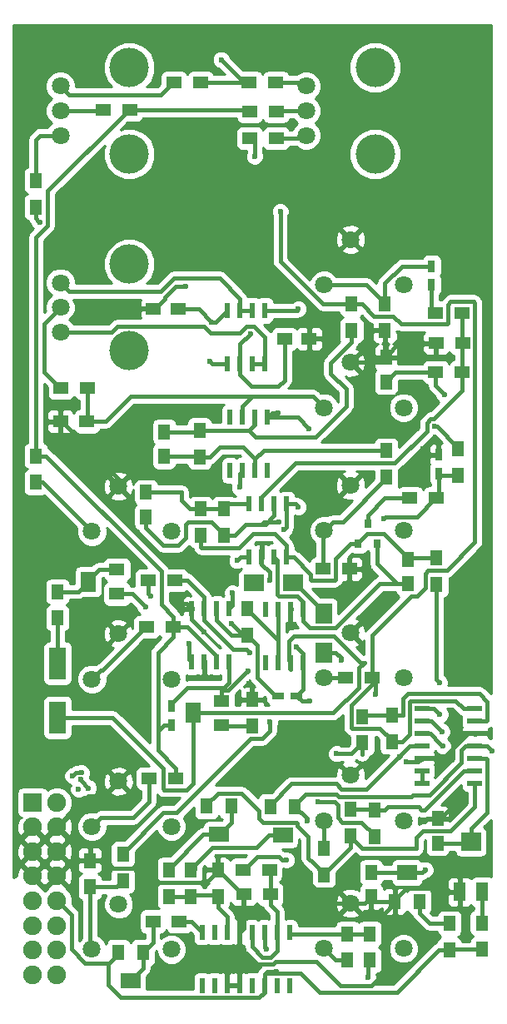
<source format=gbr>
%TF.GenerationSoftware,KiCad,Pcbnew,4.0.7*%
%TF.CreationDate,2018-02-11T20:46:00+01:00*%
%TF.ProjectId,vco,76636F2E6B696361645F706362000000,rev?*%
%TF.FileFunction,Copper,L2,Bot,Signal*%
%FSLAX46Y46*%
G04 Gerber Fmt 4.6, Leading zero omitted, Abs format (unit mm)*
G04 Created by KiCad (PCBNEW 4.0.7) date 02/11/18 20:46:00*
%MOMM*%
%LPD*%
G01*
G04 APERTURE LIST*
%ADD10C,0.100000*%
%ADD11R,1.300000X1.500000*%
%ADD12R,0.600000X1.550000*%
%ADD13C,1.800000*%
%ADD14C,4.000000*%
%ADD15R,1.900000X1.900000*%
%ADD16C,1.900000*%
%ADD17R,0.750000X1.200000*%
%ADD18R,1.250000X1.500000*%
%ADD19R,1.200000X0.750000*%
%ADD20R,1.500000X1.250000*%
%ADD21R,1.700000X3.300000*%
%ADD22R,0.800000X0.900000*%
%ADD23R,1.500000X1.300000*%
%ADD24R,1.600000X1.300000*%
%ADD25R,1.600000X2.000000*%
%ADD26R,1.300000X1.600000*%
%ADD27R,2.000000X1.600000*%
%ADD28R,1.300000X1.900000*%
%ADD29R,2.000000X1.900000*%
%ADD30R,2.000000X1.700000*%
%ADD31R,1.700000X2.000000*%
%ADD32R,0.600000X1.500000*%
%ADD33R,1.500000X0.600000*%
%ADD34C,0.600000*%
%ADD35C,0.400000*%
%ADD36C,0.254000*%
G04 APERTURE END LIST*
D10*
D11*
X175000000Y-102000000D03*
X175000000Y-99300000D03*
D12*
X180155000Y-95500000D03*
X178885000Y-95500000D03*
X177615000Y-95500000D03*
X176345000Y-95500000D03*
X176345000Y-90100000D03*
X177615000Y-90100000D03*
X178885000Y-90100000D03*
X180155000Y-90100000D03*
D13*
X155500000Y-36900000D03*
X155500000Y-39400000D03*
X155500000Y-41900000D03*
D14*
X162500000Y-35000000D03*
X162500000Y-43800000D03*
D13*
X180500000Y-36900000D03*
X180500000Y-39400000D03*
X180500000Y-41900000D03*
D14*
X187500000Y-35000000D03*
X187500000Y-43800000D03*
D13*
X155500000Y-56900000D03*
X155500000Y-59400000D03*
X155500000Y-61900000D03*
D14*
X162500000Y-55000000D03*
X162500000Y-63800000D03*
D13*
X182300000Y-69600000D03*
X190400000Y-69600000D03*
X185000000Y-65000000D03*
D15*
X152650000Y-109750000D03*
D16*
X152650000Y-112250000D03*
X152650000Y-114750000D03*
X152650000Y-117250000D03*
X152650000Y-119750000D03*
X152650000Y-122250000D03*
X152650000Y-124750000D03*
X152650000Y-127250000D03*
X155150000Y-109750000D03*
X155150000Y-112250000D03*
X155150000Y-114750000D03*
X155150000Y-117250000D03*
X155150000Y-119750000D03*
X155150000Y-122250000D03*
X155150000Y-124750000D03*
X155150000Y-127250000D03*
D13*
X182300000Y-57100000D03*
X190400000Y-57100000D03*
X185000000Y-52500000D03*
X182300000Y-82100000D03*
X190400000Y-82100000D03*
X185000000Y-77500000D03*
X182300000Y-97100000D03*
X190400000Y-97100000D03*
X185000000Y-92500000D03*
X182300000Y-111600000D03*
X190400000Y-111600000D03*
X185000000Y-107000000D03*
X182300000Y-124600000D03*
X190400000Y-124600000D03*
X185000000Y-120000000D03*
X158700000Y-124700000D03*
X166800000Y-124700000D03*
X161400000Y-120100000D03*
X158700000Y-112200000D03*
X166800000Y-112200000D03*
X161400000Y-107600000D03*
X158700000Y-97200000D03*
X166800000Y-97200000D03*
X161400000Y-92600000D03*
X158700000Y-82200000D03*
X166800000Y-82200000D03*
X161400000Y-77600000D03*
D17*
X166800000Y-101850000D03*
X166800000Y-99950000D03*
D18*
X190800000Y-87500000D03*
X190800000Y-85000000D03*
D17*
X193250000Y-55200000D03*
X193250000Y-57100000D03*
D18*
X187100000Y-116850000D03*
X187100000Y-119350000D03*
X164200000Y-78200000D03*
X164200000Y-80700000D03*
X188600000Y-67000000D03*
X188600000Y-64500000D03*
D19*
X179500000Y-98900000D03*
X177600000Y-98900000D03*
D17*
X193950000Y-76300000D03*
X193950000Y-74400000D03*
D18*
X193850000Y-113900000D03*
X193850000Y-111400000D03*
X166050000Y-72050000D03*
X166050000Y-74550000D03*
D20*
X178300000Y-62600000D03*
X180800000Y-62600000D03*
X164950000Y-59550000D03*
X167450000Y-59550000D03*
D21*
X155200000Y-95600000D03*
X155200000Y-101100000D03*
D22*
X187700000Y-83400000D03*
X185800000Y-83400000D03*
X186750000Y-81400000D03*
D23*
X167050000Y-36550000D03*
X169750000Y-36550000D03*
X177400000Y-36550000D03*
X174700000Y-36550000D03*
X174750000Y-39450000D03*
X177450000Y-39450000D03*
X162550000Y-39300000D03*
X159850000Y-39300000D03*
D11*
X153000000Y-74500000D03*
X153000000Y-77200000D03*
D23*
X166950000Y-91900000D03*
X164250000Y-91900000D03*
X167200000Y-107300000D03*
X164500000Y-107300000D03*
D11*
X153000000Y-49200000D03*
X153000000Y-46500000D03*
D23*
X174750000Y-42200000D03*
X177450000Y-42200000D03*
D11*
X158500000Y-115650000D03*
X158500000Y-118350000D03*
X161850000Y-115000000D03*
X161850000Y-117700000D03*
X155200000Y-88300000D03*
X155200000Y-91000000D03*
X169750000Y-79900000D03*
X169750000Y-82600000D03*
X174500000Y-92700000D03*
X174500000Y-90000000D03*
D23*
X196350000Y-59950000D03*
X193650000Y-59950000D03*
D11*
X188500000Y-59050000D03*
X188500000Y-61750000D03*
D23*
X193650000Y-66000000D03*
X196350000Y-66000000D03*
X193700000Y-63050000D03*
X196400000Y-63050000D03*
D11*
X172150000Y-82600000D03*
X172150000Y-79900000D03*
X195050000Y-124750000D03*
X195050000Y-122050000D03*
D23*
X164400000Y-87150000D03*
X167100000Y-87150000D03*
X193750000Y-78800000D03*
X191050000Y-78800000D03*
D11*
X195950000Y-76450000D03*
X195950000Y-73750000D03*
X193750000Y-87600000D03*
X193750000Y-84900000D03*
X168750000Y-116600000D03*
X168750000Y-119300000D03*
X186200000Y-103700000D03*
X186200000Y-101000000D03*
X189200000Y-103550000D03*
X189200000Y-100850000D03*
X171500000Y-119300000D03*
X171500000Y-116600000D03*
X166550000Y-116600000D03*
X166550000Y-119300000D03*
D23*
X184500000Y-97100000D03*
X187200000Y-97100000D03*
X164900000Y-121850000D03*
X167600000Y-121850000D03*
D11*
X198350000Y-124700000D03*
X198350000Y-122000000D03*
X187450000Y-110500000D03*
X187450000Y-113200000D03*
D23*
X174050000Y-116600000D03*
X176750000Y-116600000D03*
D11*
X185000000Y-113150000D03*
X185000000Y-110450000D03*
X182300000Y-114400000D03*
X182300000Y-117100000D03*
X184700000Y-125800000D03*
X184700000Y-123100000D03*
X186950000Y-125800000D03*
X186950000Y-123100000D03*
D23*
X174150000Y-119100000D03*
X176850000Y-119100000D03*
D11*
X185100000Y-61750000D03*
X185100000Y-59050000D03*
D23*
X158200000Y-71000000D03*
X155500000Y-71000000D03*
D11*
X169650000Y-74600000D03*
X169650000Y-71900000D03*
D23*
X158250000Y-67600000D03*
X155550000Y-67600000D03*
D11*
X188650000Y-73950000D03*
X188650000Y-76650000D03*
D23*
X182200000Y-86000000D03*
X184900000Y-86000000D03*
D24*
X171900000Y-99400000D03*
D25*
X169000000Y-100650000D03*
D24*
X171900000Y-101900000D03*
D26*
X192000000Y-119800000D03*
D27*
X190750000Y-116900000D03*
D26*
X189500000Y-119800000D03*
D24*
X161250000Y-86050000D03*
D25*
X158350000Y-87300000D03*
D24*
X161250000Y-88550000D03*
D26*
X176850000Y-110150000D03*
D27*
X178100000Y-113050000D03*
D26*
X179350000Y-110150000D03*
X170350000Y-110100000D03*
D27*
X171600000Y-113000000D03*
D26*
X172850000Y-110100000D03*
D28*
X198400000Y-118850000D03*
D29*
X197250000Y-113750000D03*
D28*
X196100000Y-118850000D03*
D26*
X161400000Y-125000000D03*
D27*
X162650000Y-127900000D03*
D26*
X163900000Y-125000000D03*
D30*
X179150000Y-87450000D03*
X175150000Y-87450000D03*
D31*
X182250000Y-94500000D03*
X182250000Y-90500000D03*
D32*
X169905000Y-122950000D03*
X171175000Y-122950000D03*
X172445000Y-122950000D03*
X173715000Y-122950000D03*
X174985000Y-122950000D03*
X176255000Y-122950000D03*
X177525000Y-122950000D03*
X178795000Y-122950000D03*
X178795000Y-128350000D03*
X177525000Y-128350000D03*
X176255000Y-128350000D03*
X174985000Y-128350000D03*
X173715000Y-128350000D03*
X172445000Y-128350000D03*
X171175000Y-128350000D03*
X169905000Y-128350000D03*
D12*
X178505000Y-84800000D03*
X177235000Y-84800000D03*
X175965000Y-84800000D03*
X174695000Y-84800000D03*
X174695000Y-79400000D03*
X175965000Y-79400000D03*
X177235000Y-79400000D03*
X178505000Y-79400000D03*
X172655000Y-95450000D03*
X171385000Y-95450000D03*
X170115000Y-95450000D03*
X168845000Y-95450000D03*
X168845000Y-90050000D03*
X170115000Y-90050000D03*
X171385000Y-90050000D03*
X172655000Y-90050000D03*
D33*
X192250000Y-107810000D03*
X192250000Y-106540000D03*
X192250000Y-105270000D03*
X192250000Y-104000000D03*
X192250000Y-102730000D03*
X192250000Y-101460000D03*
X192250000Y-100190000D03*
X197650000Y-100190000D03*
X197650000Y-101460000D03*
X197650000Y-102730000D03*
X197650000Y-104000000D03*
X197650000Y-105270000D03*
X197650000Y-106540000D03*
X197650000Y-107810000D03*
D12*
X176305000Y-65100000D03*
X175035000Y-65100000D03*
X173765000Y-65100000D03*
X172495000Y-65100000D03*
X172495000Y-59700000D03*
X173765000Y-59700000D03*
X175035000Y-59700000D03*
X176305000Y-59700000D03*
X172745000Y-70600000D03*
X174015000Y-70600000D03*
X175285000Y-70600000D03*
X176555000Y-70600000D03*
X176555000Y-76000000D03*
X175285000Y-76000000D03*
X174015000Y-76000000D03*
X172745000Y-76000000D03*
D34*
X157350000Y-108400000D03*
X158350000Y-108300000D03*
X157550000Y-107400000D03*
X156750000Y-107050000D03*
X157650000Y-106700000D03*
X174550010Y-96350000D03*
X184100000Y-95300000D03*
X194396433Y-104022181D03*
X192600000Y-116600000D03*
X167150000Y-89550000D03*
X170100000Y-92400000D03*
X176750000Y-87150000D03*
X185350000Y-88300000D03*
X179050000Y-92000000D03*
X195450000Y-103400000D03*
X195500000Y-110050000D03*
X179950000Y-116350000D03*
X190650000Y-105650000D03*
X174650000Y-97650000D03*
X170400000Y-97150000D03*
X168200000Y-57250000D03*
X159550000Y-60050000D03*
X192400000Y-73800000D03*
X186250000Y-69900000D03*
X180400000Y-64750000D03*
X177704990Y-81250000D03*
X189966192Y-105064827D03*
X177448334Y-126931311D03*
X164700000Y-88800000D03*
X173000000Y-88450000D03*
X178249998Y-82000000D03*
X179700000Y-79700000D03*
X194550000Y-68250000D03*
X179700000Y-59550000D03*
X153390698Y-50709312D03*
X175250000Y-44050000D03*
X178500000Y-115600000D03*
X173700000Y-77700000D03*
X174729033Y-94479033D03*
X180850000Y-99450000D03*
X176800000Y-101550000D03*
X179500000Y-93950000D03*
X172850000Y-91550000D03*
X164150000Y-89850000D03*
X188350000Y-80900000D03*
X181700000Y-109700010D03*
X193553261Y-71515354D03*
X199400000Y-104500000D03*
X186750000Y-127550000D03*
X176450000Y-124700000D03*
X180600000Y-111650000D03*
X173450000Y-85150000D03*
X180800000Y-71750000D03*
X170700000Y-64850000D03*
X171850000Y-34200000D03*
X168600000Y-93600000D03*
X177600000Y-70100000D03*
X174800000Y-62100000D03*
X170900000Y-60900000D03*
X187550000Y-98750000D03*
X177850000Y-49650000D03*
X194100000Y-100800000D03*
X183600000Y-104800000D03*
X194050000Y-97550000D03*
X194300000Y-102550000D03*
D35*
X157550000Y-107500000D02*
X158350000Y-108300000D01*
X157550000Y-107400000D02*
X157550000Y-107500000D01*
X157550000Y-106700000D02*
X157100000Y-106700000D01*
X157100000Y-106700000D02*
X156750000Y-107050000D01*
X157500000Y-106700000D02*
X157550000Y-106700000D01*
X157450000Y-106700000D02*
X157500000Y-106700000D01*
X157650000Y-106700000D02*
X157450000Y-106700000D01*
X168100000Y-91900000D02*
X166950000Y-91900000D01*
X168415996Y-91900000D02*
X168100000Y-91900000D01*
X171385000Y-94869004D02*
X168415996Y-91900000D01*
X171385000Y-95450000D02*
X171385000Y-94869004D01*
X153000000Y-73350000D02*
X153000000Y-74500000D01*
X154190700Y-51093314D02*
X153000000Y-52284014D01*
X153000000Y-52284014D02*
X153000000Y-73350000D01*
X154190700Y-47559300D02*
X154190700Y-51093314D01*
X162450000Y-39300000D02*
X154190700Y-47559300D01*
X162550000Y-39300000D02*
X162450000Y-39300000D01*
X166800000Y-101850000D02*
X166025000Y-101850000D01*
X166025000Y-101850000D02*
X165399999Y-102475001D01*
X165399999Y-102475001D02*
X165399999Y-104449999D01*
X165750000Y-89650000D02*
X165750000Y-86199998D01*
X165750000Y-86199998D02*
X154050000Y-74500000D01*
X154050000Y-74500000D02*
X153000000Y-74500000D01*
X166950000Y-90850000D02*
X165750000Y-89650000D01*
X166950000Y-91900000D02*
X166950000Y-92950000D01*
X166950000Y-92950000D02*
X165399999Y-94500001D01*
X165399999Y-94500001D02*
X165399999Y-104449999D01*
X165399999Y-104449999D02*
X167200000Y-106250000D01*
X167200000Y-106250000D02*
X167200000Y-107300000D01*
X166950000Y-90850000D02*
X166950000Y-91900000D01*
X162550000Y-39300000D02*
X174600000Y-39300000D01*
X174600000Y-39300000D02*
X174750000Y-39450000D01*
X171900000Y-98350000D02*
X172550010Y-98350000D01*
X174250011Y-96649999D02*
X174550010Y-96350000D01*
X172550010Y-98350000D02*
X174250011Y-96649999D01*
X184050000Y-95050000D02*
X184050000Y-95250000D01*
X184050000Y-95250000D02*
X184100000Y-95300000D01*
X182250000Y-94500000D02*
X183500000Y-94500000D01*
X183500000Y-94500000D02*
X184050000Y-95050000D01*
X171900000Y-98350000D02*
X172150000Y-98100000D01*
X172150000Y-98100000D02*
X172655000Y-97595000D01*
X166800000Y-99950000D02*
X166800000Y-99725000D01*
X166800000Y-99725000D02*
X168425000Y-98100000D01*
X168425000Y-98100000D02*
X172150000Y-98100000D01*
X171900000Y-99400000D02*
X171900000Y-98350000D01*
X172655000Y-96625000D02*
X172655000Y-95450000D01*
X172655000Y-97595000D02*
X172655000Y-96625000D01*
X177550002Y-85115002D02*
X177235000Y-84800000D01*
X177550002Y-88600004D02*
X177550002Y-85115002D01*
X177749999Y-88800001D02*
X177550002Y-88600004D01*
X179560003Y-88800001D02*
X177749999Y-88800001D01*
X180155000Y-89394998D02*
X179560003Y-88800001D01*
X180155000Y-90100000D02*
X180155000Y-89394998D01*
X180155000Y-90100000D02*
X180155000Y-91275000D01*
X180155000Y-91275000D02*
X180880001Y-92000001D01*
X180880001Y-92000001D02*
X183500001Y-92000001D01*
X183500001Y-92000001D02*
X188000002Y-87500000D01*
X188000002Y-87500000D02*
X189775000Y-87500000D01*
X189775000Y-87500000D02*
X190800000Y-87500000D01*
X187700000Y-85500002D02*
X189699998Y-87500000D01*
X189699998Y-87500000D02*
X190800000Y-87500000D01*
X187700000Y-83400000D02*
X187700000Y-85500002D01*
X175069998Y-82450000D02*
X177330000Y-82450000D01*
X177330000Y-82450000D02*
X178505000Y-83625000D01*
X178505000Y-83625000D02*
X178505000Y-84800000D01*
X169750000Y-82600000D02*
X169750000Y-83750000D01*
X169750000Y-83750000D02*
X169850001Y-83850001D01*
X169850001Y-83850001D02*
X173669997Y-83850001D01*
X173669997Y-83850001D02*
X175069998Y-82450000D01*
X180949999Y-86544999D02*
X179205000Y-84800000D01*
X183350001Y-87150001D02*
X181049999Y-87150001D01*
X180949999Y-87050001D02*
X180949999Y-86544999D01*
X183450001Y-84949999D02*
X183450001Y-87050001D01*
X185000000Y-83400000D02*
X183450001Y-84949999D01*
X181049999Y-87150001D02*
X180949999Y-87050001D01*
X179205000Y-84800000D02*
X178505000Y-84800000D01*
X183450001Y-87050001D02*
X183350001Y-87150001D01*
X185800000Y-83400000D02*
X185000000Y-83400000D01*
X193750000Y-84900000D02*
X190900000Y-84900000D01*
X190900000Y-84900000D02*
X190800000Y-85000000D01*
X185800000Y-83400000D02*
X185800000Y-83350000D01*
X185800000Y-83350000D02*
X186700001Y-82449999D01*
X186700001Y-82449999D02*
X188374999Y-82449999D01*
X188374999Y-82449999D02*
X190800000Y-84875000D01*
X190800000Y-84875000D02*
X190800000Y-85000000D01*
X169750000Y-82700000D02*
X169750000Y-82600000D01*
X188500000Y-59050000D02*
X188500000Y-56927998D01*
X188500000Y-56927998D02*
X190227998Y-55200000D01*
X190227998Y-55200000D02*
X192475000Y-55200000D01*
X192475000Y-55200000D02*
X193250000Y-55200000D01*
X182300000Y-57100000D02*
X186650000Y-57100000D01*
X186650000Y-57100000D02*
X188500000Y-58950000D01*
X188500000Y-58950000D02*
X188500000Y-59050000D01*
X193250000Y-57100000D02*
X193250000Y-59550000D01*
X193250000Y-59550000D02*
X193650000Y-59950000D01*
X194096434Y-103722182D02*
X194396433Y-104022181D01*
X193104252Y-102730000D02*
X194096434Y-103722182D01*
X192250000Y-102730000D02*
X193104252Y-102730000D01*
X190750000Y-116900000D02*
X187150000Y-116900000D01*
X187150000Y-116900000D02*
X187100000Y-116850000D01*
X190750000Y-116900000D02*
X192300000Y-116900000D01*
X192300000Y-116900000D02*
X192600000Y-116600000D01*
X158299998Y-109100002D02*
X156099999Y-111300001D01*
X159899998Y-109100002D02*
X158299998Y-109100002D01*
X161400000Y-107600000D02*
X159899998Y-109100002D01*
X156099999Y-111300001D02*
X155150000Y-112250000D01*
X167150000Y-89550000D02*
X168345000Y-89550000D01*
X168345000Y-89550000D02*
X168845000Y-90050000D01*
X168845000Y-90050000D02*
X168845000Y-91145000D01*
X168845000Y-91145000D02*
X170100000Y-92400000D01*
X176750000Y-86299998D02*
X176750000Y-87150000D01*
X175965000Y-84800000D02*
X175965000Y-85514998D01*
X175965000Y-85514998D02*
X176750000Y-86299998D01*
X184900000Y-86000000D02*
X184900000Y-87850000D01*
X184900000Y-87850000D02*
X185350000Y-88300000D01*
X178885000Y-90100000D02*
X178885000Y-91835000D01*
X178885000Y-91835000D02*
X179050000Y-92000000D01*
X194429998Y-105270000D02*
X195249998Y-104450000D01*
X195249998Y-104450000D02*
X196969998Y-102730000D01*
X195450000Y-103400000D02*
X195450000Y-104249998D01*
X195450000Y-104249998D02*
X195249998Y-104450000D01*
X193850000Y-111400000D02*
X194150000Y-111400000D01*
X194150000Y-111400000D02*
X195500000Y-110050000D01*
X179950000Y-116350000D02*
X179950000Y-117050002D01*
X179950000Y-117050002D02*
X182899998Y-120000000D01*
X182899998Y-120000000D02*
X183727208Y-120000000D01*
X183727208Y-120000000D02*
X185000000Y-120000000D01*
X190650000Y-105650000D02*
X191870000Y-105650000D01*
X191870000Y-105650000D02*
X192250000Y-105270000D01*
X175000000Y-99300000D02*
X175000000Y-98000000D01*
X175000000Y-98000000D02*
X174650000Y-97650000D01*
X170115000Y-95450000D02*
X170115000Y-96865000D01*
X170115000Y-96865000D02*
X170400000Y-97150000D01*
X168200000Y-57250000D02*
X167250000Y-57250000D01*
X165075000Y-59550000D02*
X164950000Y-59550000D01*
X167250000Y-57250000D02*
X166100000Y-58400000D01*
X166100000Y-58400000D02*
X166100000Y-58525000D01*
X166100000Y-58525000D02*
X165075000Y-59550000D01*
X164950000Y-59550000D02*
X160050000Y-59550000D01*
X160050000Y-59550000D02*
X159550000Y-60050000D01*
X155500000Y-71000000D02*
X155600000Y-71000000D01*
X155600000Y-71000000D02*
X161400000Y-76800000D01*
X161400000Y-76800000D02*
X161400000Y-77600000D01*
X177393969Y-125930000D02*
X181557998Y-125930000D01*
X173985013Y-126200013D02*
X177123956Y-126200013D01*
X189500000Y-119950000D02*
X189500000Y-119800000D01*
X188450000Y-127034002D02*
X188450000Y-121000000D01*
X187134001Y-128350001D02*
X188450000Y-127034002D01*
X177123956Y-126200013D02*
X177393969Y-125930000D01*
X181557998Y-125930000D02*
X183977999Y-128350001D01*
X183977999Y-128350001D02*
X187134001Y-128350001D01*
X188450000Y-121000000D02*
X189500000Y-119950000D01*
X173715000Y-125930000D02*
X173985013Y-126200013D01*
X172445000Y-128350000D02*
X172445000Y-127200000D01*
X172445000Y-127200000D02*
X173715000Y-125930000D01*
X173715000Y-125930000D02*
X173715000Y-124100000D01*
X173715000Y-124100000D02*
X173715000Y-122950000D01*
X173715000Y-124100000D02*
X173715000Y-128350000D01*
X193950000Y-74400000D02*
X193000000Y-74400000D01*
X193000000Y-74400000D02*
X192400000Y-73800000D01*
X186250000Y-69900000D02*
X186549999Y-69600001D01*
X186549999Y-66549999D02*
X185899999Y-65899999D01*
X186549999Y-69600001D02*
X186549999Y-66549999D01*
X185899999Y-65899999D02*
X185000000Y-65000000D01*
X180800000Y-62600000D02*
X180800000Y-64350000D01*
X180800000Y-64350000D02*
X180400000Y-64750000D01*
X192250000Y-105270000D02*
X194429998Y-105270000D01*
X196969998Y-102730000D02*
X197650000Y-102730000D01*
X196100000Y-118850000D02*
X195050000Y-118850000D01*
X195050000Y-118850000D02*
X194699999Y-118499999D01*
X194699999Y-118499999D02*
X190650001Y-118499999D01*
X190650001Y-118499999D02*
X189500000Y-119650000D01*
X189500000Y-119650000D02*
X189500000Y-119800000D01*
X189500000Y-119800000D02*
X187550000Y-119800000D01*
X187550000Y-119800000D02*
X187100000Y-119350000D01*
X185000000Y-120000000D02*
X186450000Y-120000000D01*
X186450000Y-120000000D02*
X187100000Y-119350000D01*
X174150000Y-119100000D02*
X174150000Y-122515000D01*
X174150000Y-122515000D02*
X173715000Y-122950000D01*
X174150000Y-119100000D02*
X174000000Y-119100000D01*
X174000000Y-119100000D02*
X171500000Y-116600000D01*
X158500000Y-115650000D02*
X159550000Y-115650000D01*
X159550000Y-115650000D02*
X160349999Y-116449999D01*
X171500000Y-116700000D02*
X171500000Y-116600000D01*
X160349999Y-116449999D02*
X164099997Y-116449999D01*
X164099997Y-116449999D02*
X165499999Y-117850001D01*
X165499999Y-117850001D02*
X170349999Y-117850001D01*
X170349999Y-117850001D02*
X171500000Y-116700000D01*
X158500000Y-115650000D02*
X156050000Y-115650000D01*
X156050000Y-115650000D02*
X155150000Y-114750000D01*
X193700000Y-63050000D02*
X189925000Y-63050000D01*
X189925000Y-63050000D02*
X188600000Y-64375000D01*
X188600000Y-64375000D02*
X188600000Y-64500000D01*
X188500000Y-61750000D02*
X188500000Y-64400000D01*
X188500000Y-64400000D02*
X188600000Y-64500000D01*
X185000000Y-65000000D02*
X188100000Y-65000000D01*
X188100000Y-65000000D02*
X188600000Y-64500000D01*
X165550000Y-78200000D02*
X167800000Y-78200000D01*
X167800000Y-78200000D02*
X167800000Y-79000000D01*
X167800000Y-79000000D02*
X168700000Y-79900000D01*
X168700000Y-79900000D02*
X169750000Y-79900000D01*
X169750000Y-79900000D02*
X172150000Y-79900000D01*
X174695000Y-79400000D02*
X172650000Y-79400000D01*
X172650000Y-79400000D02*
X172150000Y-79900000D01*
X169750000Y-79800000D02*
X169750000Y-79900000D01*
X164200000Y-78200000D02*
X165550000Y-78200000D01*
X165550000Y-78200000D02*
X167150000Y-78200000D01*
X177280726Y-81250000D02*
X177704990Y-81250000D01*
X176000000Y-81450000D02*
X176200000Y-81250000D01*
X176200000Y-81250000D02*
X177280726Y-81250000D01*
X174350000Y-81450000D02*
X176000000Y-81450000D01*
X176000000Y-81450000D02*
X176360000Y-81450000D01*
X176360000Y-81450000D02*
X177235000Y-80575000D01*
X172150000Y-82600000D02*
X173200000Y-82600000D01*
X177235000Y-80575000D02*
X177235000Y-79400000D01*
X173200000Y-82600000D02*
X174350000Y-81450000D01*
X168500000Y-81200000D02*
X170850000Y-81200000D01*
X170850000Y-81200000D02*
X172150000Y-82500000D01*
X168200001Y-81499999D02*
X168500000Y-81200000D01*
X168200001Y-82872001D02*
X168200001Y-81499999D01*
X164200000Y-80700000D02*
X164200000Y-81850000D01*
X167472001Y-83600001D02*
X168200001Y-82872001D01*
X164200000Y-81850000D02*
X165950001Y-83600001D01*
X165950001Y-83600001D02*
X167472001Y-83600001D01*
X186631018Y-108400001D02*
X189666193Y-105364826D01*
X176850000Y-110000000D02*
X179000000Y-107850000D01*
X184079931Y-108400001D02*
X186631018Y-108400001D01*
X183529930Y-107850000D02*
X184079931Y-108400001D01*
X179000000Y-107850000D02*
X183529930Y-107850000D01*
X176850000Y-110150000D02*
X176850000Y-110000000D01*
X189666193Y-105364826D02*
X189966192Y-105064827D01*
X191031019Y-104000000D02*
X190266191Y-104764828D01*
X192250000Y-104000000D02*
X191031019Y-104000000D01*
X190266191Y-104764828D02*
X189966192Y-105064827D01*
X194000000Y-124750000D02*
X195050000Y-124750000D01*
X189699988Y-129050012D02*
X194000000Y-124750000D01*
X179899999Y-127099999D02*
X181850012Y-129050012D01*
X176355001Y-127099999D02*
X179899999Y-127099999D01*
X176255000Y-127200000D02*
X176355001Y-127099999D01*
X181850012Y-129050012D02*
X189699988Y-129050012D01*
X176523689Y-126931311D02*
X177024070Y-126931311D01*
X176255000Y-127200000D02*
X176523689Y-126931311D01*
X177024070Y-126931311D02*
X177448334Y-126931311D01*
X160350000Y-126200000D02*
X161400000Y-125150000D01*
X160350000Y-128300002D02*
X160350000Y-126200000D01*
X175685001Y-129600001D02*
X161649999Y-129600001D01*
X176255000Y-127200000D02*
X176255000Y-129030002D01*
X176255000Y-129030002D02*
X175685001Y-129600001D01*
X161649999Y-129600001D02*
X160350000Y-128300002D01*
X164400000Y-87150000D02*
X164400000Y-88500000D01*
X164400000Y-88500000D02*
X164700000Y-88800000D01*
X173000000Y-88450000D02*
X173000000Y-89705000D01*
X173000000Y-89705000D02*
X172655000Y-90050000D01*
X178505000Y-79400000D02*
X178505000Y-81744998D01*
X178505000Y-81744998D02*
X178249998Y-82000000D01*
X178505000Y-79400000D02*
X179400000Y-79400000D01*
X179400000Y-79400000D02*
X179700000Y-79700000D01*
X193650000Y-66000000D02*
X193650000Y-67350000D01*
X193650000Y-67350000D02*
X194550000Y-68250000D01*
X193650000Y-66000000D02*
X189600000Y-66000000D01*
X189600000Y-66000000D02*
X188600000Y-67000000D01*
X176305000Y-59700000D02*
X179550000Y-59700000D01*
X179550000Y-59700000D02*
X179700000Y-59550000D01*
X153000000Y-50350000D02*
X153359312Y-50709312D01*
X153000000Y-49200000D02*
X153000000Y-50350000D01*
X153359312Y-50709312D02*
X153390698Y-50709312D01*
X175250000Y-44050000D02*
X175250000Y-42700000D01*
X175250000Y-42700000D02*
X174750000Y-42200000D01*
X175500000Y-115250000D02*
X177700002Y-115250000D01*
X177700002Y-115250000D02*
X178050002Y-115600000D01*
X178050002Y-115600000D02*
X178500000Y-115600000D01*
X174050000Y-116600000D02*
X174150000Y-116600000D01*
X174150000Y-116600000D02*
X175500000Y-115250000D01*
X161400000Y-125000000D02*
X161400000Y-125150000D01*
X161400000Y-125150000D02*
X160449999Y-126100001D01*
X156600001Y-124672003D02*
X156600001Y-121200001D01*
X160449999Y-126100001D02*
X158027999Y-126100001D01*
X158027999Y-126100001D02*
X156600001Y-124672003D01*
X156600001Y-121200001D02*
X156099999Y-120699999D01*
X156099999Y-120699999D02*
X155150000Y-119750000D01*
X198350000Y-124700000D02*
X195100000Y-124700000D01*
X195100000Y-124700000D02*
X195050000Y-124750000D01*
X176255000Y-128350000D02*
X176255000Y-127200000D01*
X173700000Y-77700000D02*
X173700000Y-76315000D01*
X173700000Y-76315000D02*
X174015000Y-76000000D01*
X173064999Y-94174999D02*
X174424999Y-94174999D01*
X170115000Y-90050000D02*
X170115000Y-91225000D01*
X174424999Y-94174999D02*
X174429034Y-94179034D01*
X174429034Y-94179034D02*
X174729033Y-94479033D01*
X170115000Y-91225000D02*
X173064999Y-94174999D01*
X180850000Y-99450000D02*
X180050000Y-99450000D01*
X180050000Y-99450000D02*
X179500000Y-98900000D01*
X161850000Y-115000000D02*
X161850000Y-114900000D01*
X161850000Y-114900000D02*
X165950001Y-110799999D01*
X165950001Y-110799999D02*
X167299999Y-110799999D01*
X167299999Y-110799999D02*
X174849997Y-103250001D01*
X174849997Y-103250001D02*
X176050001Y-103250001D01*
X176050001Y-103250001D02*
X176800000Y-102500002D01*
X176800000Y-102500002D02*
X176800000Y-101550000D01*
X179500000Y-98900000D02*
X180155000Y-98245000D01*
X180155000Y-98245000D02*
X180155000Y-95500000D01*
X167100000Y-87150000D02*
X168390000Y-87150000D01*
X168390000Y-87150000D02*
X170115000Y-88875000D01*
X170115000Y-88875000D02*
X170115000Y-90050000D01*
X179500000Y-93950000D02*
X180155000Y-94605000D01*
X180155000Y-94605000D02*
X180155000Y-95500000D01*
X177375000Y-98900000D02*
X175529035Y-97054035D01*
X175529035Y-93729035D02*
X174500000Y-92700000D01*
X175529035Y-97054035D02*
X175529035Y-93729035D01*
X177600000Y-98900000D02*
X177375000Y-98900000D01*
X173450000Y-92700000D02*
X173800000Y-92700000D01*
X173800000Y-92700000D02*
X174500000Y-92700000D01*
X172850000Y-91550000D02*
X173800000Y-92500000D01*
X173800000Y-92500000D02*
X173800000Y-92700000D01*
X161250000Y-88550000D02*
X162850000Y-88550000D01*
X162850000Y-88550000D02*
X164150000Y-89850000D01*
X171385000Y-90050000D02*
X171385000Y-91225000D01*
X172860000Y-92700000D02*
X173450000Y-92700000D01*
X171385000Y-91225000D02*
X172860000Y-92700000D01*
X193750000Y-78800000D02*
X193650000Y-78800000D01*
X193650000Y-78800000D02*
X191750001Y-80699999D01*
X191750001Y-80699999D02*
X188550001Y-80699999D01*
X188550001Y-80699999D02*
X188350000Y-80900000D01*
X195950000Y-76450000D02*
X194100000Y-76450000D01*
X194100000Y-76450000D02*
X193950000Y-76300000D01*
X193950000Y-76300000D02*
X193950000Y-78600000D01*
X193950000Y-78600000D02*
X193750000Y-78800000D01*
X193850000Y-113900000D02*
X197100000Y-113900000D01*
X197100000Y-113900000D02*
X197250000Y-113750000D01*
X197250000Y-113750000D02*
X197250000Y-112400000D01*
X197250000Y-112400000D02*
X198900001Y-110749999D01*
X198900001Y-110749999D02*
X198900001Y-105370001D01*
X198900001Y-105370001D02*
X198800000Y-105270000D01*
X198800000Y-105270000D02*
X197650000Y-105270000D01*
X183700000Y-110000000D02*
X183400010Y-109700010D01*
X183400010Y-109700010D02*
X181700000Y-109700010D01*
X183700000Y-111275746D02*
X183700000Y-110000000D01*
X184174254Y-111750000D02*
X183700000Y-111275746D01*
X182124264Y-109700010D02*
X181700000Y-109700010D01*
X187450000Y-113100000D02*
X186100000Y-111750000D01*
X187450000Y-113200000D02*
X187450000Y-113100000D01*
X186100000Y-111750000D02*
X184174254Y-111750000D01*
X196300010Y-104389952D02*
X196689962Y-104000000D01*
X196300010Y-105709992D02*
X196300010Y-104389952D01*
X193010012Y-108999990D02*
X196300010Y-105709992D01*
X183839954Y-109149989D02*
X191160047Y-109149989D01*
X183589965Y-108900000D02*
X183839954Y-109149989D01*
X180450000Y-108900000D02*
X183589965Y-108900000D01*
X196689962Y-104000000D02*
X197650000Y-104000000D01*
X191310046Y-108999990D02*
X193010012Y-108999990D01*
X179350000Y-110000000D02*
X180450000Y-108900000D01*
X179350000Y-110150000D02*
X179350000Y-110000000D01*
X191160047Y-109149989D02*
X191310046Y-108999990D01*
X193815354Y-71515354D02*
X193553261Y-71515354D01*
X195950000Y-73650000D02*
X193815354Y-71515354D01*
X195950000Y-73750000D02*
X195950000Y-73650000D01*
X199400000Y-104500000D02*
X198900000Y-104000000D01*
X198900000Y-104000000D02*
X197650000Y-104000000D01*
X186750000Y-127550000D02*
X186750000Y-126000000D01*
X186750000Y-126000000D02*
X186950000Y-125800000D01*
X176255000Y-122950000D02*
X176255000Y-124505000D01*
X176255000Y-124505000D02*
X176450000Y-124700000D01*
X180600000Y-111650000D02*
X180600000Y-111400000D01*
X180600000Y-111400000D02*
X179350000Y-110150000D01*
X174695000Y-84800000D02*
X173800000Y-84800000D01*
X173800000Y-84800000D02*
X173450000Y-85150000D01*
X176555000Y-70600000D02*
X179650000Y-70600000D01*
X179650000Y-70600000D02*
X180800000Y-71750000D01*
X172495000Y-65100000D02*
X170950000Y-65100000D01*
X170950000Y-65100000D02*
X170700000Y-64850000D01*
X174700000Y-36550000D02*
X174200000Y-36550000D01*
X174200000Y-36550000D02*
X171850000Y-34200000D01*
X174700000Y-36550000D02*
X169750000Y-36550000D01*
X168600000Y-93600000D02*
X168600000Y-95205000D01*
X168600000Y-95205000D02*
X168845000Y-95450000D01*
X177600000Y-70100000D02*
X177055000Y-70100000D01*
X177055000Y-70100000D02*
X176555000Y-70600000D01*
X175340004Y-72550002D02*
X174690002Y-71900000D01*
X181422000Y-72550002D02*
X175340004Y-72550002D01*
X184550000Y-67700000D02*
X184550000Y-69422002D01*
X182972001Y-66122001D02*
X184550000Y-67700000D01*
X182972001Y-65027999D02*
X182972001Y-66122001D01*
X184550000Y-69422002D02*
X181422000Y-72550002D01*
X185100000Y-62900000D02*
X182972001Y-65027999D01*
X185100000Y-61750000D02*
X185100000Y-62900000D01*
X175285000Y-70600000D02*
X175285000Y-71305002D01*
X175285000Y-71305002D02*
X174690002Y-71900000D01*
X174690002Y-71900000D02*
X170700000Y-71900000D01*
X170700000Y-71900000D02*
X169650000Y-71900000D01*
X166050000Y-72050000D02*
X169500000Y-72050000D01*
X169500000Y-72050000D02*
X169650000Y-71900000D01*
X188650000Y-73950000D02*
X176160000Y-73950000D01*
X176160000Y-73950000D02*
X175285000Y-74825000D01*
X175285000Y-74825000D02*
X175285000Y-76000000D01*
X171700000Y-73600000D02*
X174060000Y-73600000D01*
X174060000Y-73600000D02*
X175285000Y-74825000D01*
X169650000Y-74600000D02*
X170700000Y-74600000D01*
X170700000Y-74600000D02*
X171700000Y-73600000D01*
X166050000Y-74550000D02*
X169600000Y-74550000D01*
X169600000Y-74550000D02*
X169650000Y-74600000D01*
X177650000Y-67450000D02*
X178300000Y-66800000D01*
X178300000Y-66800000D02*
X178300000Y-62600000D01*
X174940000Y-67450000D02*
X177650000Y-67450000D01*
X173765000Y-65100000D02*
X173765000Y-66275000D01*
X173765000Y-66275000D02*
X174940000Y-67450000D01*
X174800000Y-62100000D02*
X173765000Y-63135000D01*
X173765000Y-63135000D02*
X173765000Y-65100000D01*
X167450000Y-59550000D02*
X169550000Y-59550000D01*
X169550000Y-59550000D02*
X170900000Y-60900000D01*
X170900000Y-60900000D02*
X171295000Y-60900000D01*
X171295000Y-60900000D02*
X172495000Y-59700000D01*
X172000000Y-60195000D02*
X172495000Y-59700000D01*
X155200000Y-91000000D02*
X155200000Y-95600000D01*
X186400001Y-95499999D02*
X186000001Y-95499999D01*
X186000001Y-95499999D02*
X183300002Y-92800000D01*
X183300002Y-92800000D02*
X179199998Y-92800000D01*
X186400001Y-95499999D02*
X185850000Y-96050000D01*
X183260034Y-100650000D02*
X172750000Y-100650000D01*
X185850000Y-98060034D02*
X183260034Y-100650000D01*
X185850000Y-96050000D02*
X185850000Y-98060034D01*
X178699999Y-93299999D02*
X179199998Y-92800000D01*
X178885000Y-95500000D02*
X178699999Y-95314999D01*
X178699999Y-95314999D02*
X178699999Y-93299999D01*
X173000002Y-100650000D02*
X172750000Y-100650000D01*
X172750000Y-100650000D02*
X170200000Y-100650000D01*
X155200000Y-101100000D02*
X160800000Y-101100000D01*
X160800000Y-101100000D02*
X165949999Y-106249999D01*
X165949999Y-106249999D02*
X165949999Y-108350001D01*
X165949999Y-108350001D02*
X166049999Y-108450001D01*
X166049999Y-108450001D02*
X168350001Y-108450001D01*
X168350001Y-108450001D02*
X169000000Y-107800002D01*
X169000000Y-107800002D02*
X169000000Y-102050000D01*
X169000000Y-102050000D02*
X169000000Y-100650000D01*
X170200000Y-100650000D02*
X169000000Y-100650000D01*
X178885000Y-95500000D02*
X178885000Y-96205002D01*
X186150000Y-59050000D02*
X185100000Y-59050000D01*
X197500001Y-58799999D02*
X195199999Y-58799999D01*
X187200000Y-92749998D02*
X191199997Y-88750001D01*
X189350003Y-60300001D02*
X187400001Y-60300001D01*
X187200000Y-97100000D02*
X187200000Y-92749998D01*
X194900001Y-61000001D02*
X194800002Y-61100000D01*
X191199997Y-88750001D02*
X191749999Y-88750001D01*
X194800001Y-86150001D02*
X197650001Y-83300001D01*
X192599999Y-86449999D02*
X192899997Y-86150001D01*
X191749999Y-88750001D02*
X192599999Y-87900001D01*
X192599999Y-87900001D02*
X192599999Y-86449999D01*
X195199999Y-58799999D02*
X194900001Y-59099997D01*
X192899997Y-86150001D02*
X194800001Y-86150001D01*
X197650001Y-83300001D02*
X197650001Y-58949999D01*
X197650001Y-58949999D02*
X197500001Y-58799999D01*
X194900001Y-59099997D02*
X194900001Y-61000001D01*
X194800002Y-61100000D02*
X190150002Y-61100000D01*
X190150002Y-61100000D02*
X189350003Y-60300001D01*
X187400001Y-60300001D02*
X186150000Y-59050000D01*
X189200000Y-103550000D02*
X190250000Y-103550000D01*
X190250000Y-103550000D02*
X190999999Y-102800001D01*
X190999999Y-102800001D02*
X190999999Y-99489999D01*
X190999999Y-99489999D02*
X191099999Y-99389999D01*
X191099999Y-99389999D02*
X195699999Y-99389999D01*
X195699999Y-99389999D02*
X196500000Y-100190000D01*
X196500000Y-100190000D02*
X197650000Y-100190000D01*
X187550000Y-98750000D02*
X187550000Y-97450000D01*
X187550000Y-97450000D02*
X187200000Y-97100000D01*
X187200000Y-97100000D02*
X187300000Y-97100000D01*
X187350001Y-97250001D02*
X187350001Y-97549997D01*
X188000001Y-102250001D02*
X189200000Y-103450000D01*
X187350001Y-97549997D02*
X185049999Y-99849999D01*
X185149999Y-102250001D02*
X188000001Y-102250001D01*
X185049999Y-99849999D02*
X185049999Y-102150001D01*
X185049999Y-102150001D02*
X185149999Y-102250001D01*
X187200000Y-97100000D02*
X187350001Y-97250001D01*
X189200000Y-103450000D02*
X189200000Y-103550000D01*
X187200000Y-96450000D02*
X187200000Y-97100000D01*
X185100000Y-59050000D02*
X182177998Y-59050000D01*
X182177998Y-59050000D02*
X177850000Y-54722002D01*
X177850000Y-54722002D02*
X177850000Y-49650000D01*
X192250000Y-100190000D02*
X193490000Y-100190000D01*
X193490000Y-100190000D02*
X194100000Y-100800000D01*
X192250000Y-100190000D02*
X192700000Y-100190000D01*
X192700000Y-100190000D02*
X192750000Y-100140000D01*
X183600000Y-104800000D02*
X185100000Y-104800000D01*
X185100000Y-104800000D02*
X186200000Y-103700000D01*
X186200000Y-103700000D02*
X186200000Y-104850000D01*
X181150000Y-68450000D02*
X178200000Y-68450000D01*
X178200000Y-68450000D02*
X174990000Y-68450000D01*
X182300000Y-69600000D02*
X181150000Y-68450000D01*
X160100000Y-71000000D02*
X162650000Y-68450000D01*
X162650000Y-68450000D02*
X174990000Y-68450000D01*
X158200000Y-71000000D02*
X160100000Y-71000000D01*
X158250000Y-67600000D02*
X158250000Y-70950000D01*
X158250000Y-70950000D02*
X158200000Y-71000000D01*
X174990000Y-68450000D02*
X174015000Y-69425000D01*
X174015000Y-69425000D02*
X174015000Y-70600000D01*
X158500000Y-118350000D02*
X158500000Y-124500000D01*
X158500000Y-124500000D02*
X158700000Y-124700000D01*
X158500000Y-118350000D02*
X161200000Y-118350000D01*
X161200000Y-118350000D02*
X161850000Y-117700000D01*
X158650000Y-124650000D02*
X158700000Y-124700000D01*
X184700000Y-125800000D02*
X183500000Y-125800000D01*
X183500000Y-125800000D02*
X182300000Y-124600000D01*
X181950000Y-124250000D02*
X182300000Y-124600000D01*
X182300000Y-114400000D02*
X182300000Y-112000000D01*
X182300000Y-97100000D02*
X184500000Y-97100000D01*
X182300000Y-97100000D02*
X182950000Y-97100000D01*
X182200000Y-86000000D02*
X182200000Y-82200000D01*
X182200000Y-82200000D02*
X182300000Y-82100000D01*
X188650000Y-76650000D02*
X188650000Y-76750000D01*
X188650000Y-76750000D02*
X184199999Y-81200001D01*
X184199999Y-81200001D02*
X183199999Y-81200001D01*
X183199999Y-81200001D02*
X182300000Y-82100000D01*
X158700000Y-82200000D02*
X153700000Y-77200000D01*
X153700000Y-77200000D02*
X153000000Y-77200000D01*
X158700000Y-97200000D02*
X159599999Y-96300001D01*
X159749999Y-96300001D02*
X164150000Y-91900000D01*
X159599999Y-96300001D02*
X159749999Y-96300001D01*
X164150000Y-91900000D02*
X164250000Y-91900000D01*
X162899999Y-111300001D02*
X164500000Y-109700000D01*
X164500000Y-109700000D02*
X164500000Y-107300000D01*
X158700000Y-112200000D02*
X159599999Y-111300001D01*
X159599999Y-111300001D02*
X162899999Y-111300001D01*
X186750000Y-81400000D02*
X186750000Y-80550000D01*
X186750000Y-80550000D02*
X188500000Y-78800000D01*
X188500000Y-78800000D02*
X189900000Y-78800000D01*
X189900000Y-78800000D02*
X191050000Y-78800000D01*
X167050000Y-36550000D02*
X166950000Y-36550000D01*
X166950000Y-36550000D02*
X165700001Y-37799999D01*
X165700001Y-37799999D02*
X156399999Y-37799999D01*
X156399999Y-37799999D02*
X155500000Y-36900000D01*
X177400000Y-36550000D02*
X180150000Y-36550000D01*
X180150000Y-36550000D02*
X180500000Y-36900000D01*
X180500000Y-39400000D02*
X177500000Y-39400000D01*
X177500000Y-39400000D02*
X177450000Y-39450000D01*
X155500000Y-39400000D02*
X159750000Y-39400000D01*
X159750000Y-39400000D02*
X159850000Y-39300000D01*
X155700000Y-39200000D02*
X155500000Y-39400000D01*
X153450000Y-41900000D02*
X153000000Y-42350000D01*
X153000000Y-42350000D02*
X153000000Y-46500000D01*
X155500000Y-41900000D02*
X153450000Y-41900000D01*
X177450000Y-42200000D02*
X180200000Y-42200000D01*
X180200000Y-42200000D02*
X180500000Y-41900000D01*
X175000000Y-102000000D02*
X172000000Y-102000000D01*
X172000000Y-102000000D02*
X171900000Y-101900000D01*
X158350000Y-87300000D02*
X158350000Y-87100000D01*
X158350000Y-87100000D02*
X159400000Y-86050000D01*
X159400000Y-86050000D02*
X161250000Y-86050000D01*
X155200000Y-88300000D02*
X157350000Y-88300000D01*
X157350000Y-88300000D02*
X158350000Y-87300000D01*
X177615000Y-93215000D02*
X177615000Y-93850000D01*
X177615000Y-93850000D02*
X177615000Y-94325000D01*
X177615000Y-90100000D02*
X177615000Y-91275000D01*
X177615000Y-91275000D02*
X177615000Y-93850000D01*
X174500000Y-90000000D02*
X174500000Y-90100000D01*
X174500000Y-90100000D02*
X177615000Y-93215000D01*
X177615000Y-94325000D02*
X177615000Y-95500000D01*
X179409998Y-75250000D02*
X175965000Y-78694998D01*
X192753260Y-71981352D02*
X189484612Y-75250000D01*
X192753260Y-71131353D02*
X192753260Y-71981352D01*
X193469259Y-70715353D02*
X193169260Y-70715353D01*
X175965000Y-78694998D02*
X175965000Y-79400000D01*
X196350000Y-67834612D02*
X193469259Y-70715353D01*
X189484612Y-75250000D02*
X179409998Y-75250000D01*
X196350000Y-66000000D02*
X196350000Y-67834612D01*
X193169260Y-70715353D02*
X192753260Y-71131353D01*
X196350000Y-66000000D02*
X196350000Y-63100000D01*
X196350000Y-63100000D02*
X196400000Y-63050000D01*
X196350000Y-59950000D02*
X196350000Y-63000000D01*
X196350000Y-63000000D02*
X196400000Y-63050000D01*
X192000000Y-119800000D02*
X192000000Y-121000000D01*
X193050000Y-122050000D02*
X194000000Y-122050000D01*
X192000000Y-121000000D02*
X193050000Y-122050000D01*
X194000000Y-122050000D02*
X195050000Y-122050000D01*
X193750000Y-88750000D02*
X193750000Y-97250000D01*
X193750000Y-97250000D02*
X194050000Y-97550000D01*
X193750000Y-88750000D02*
X193750000Y-87600000D01*
X194300000Y-102550000D02*
X193210000Y-101460000D01*
X193210000Y-101460000D02*
X192250000Y-101460000D01*
X168750000Y-116600000D02*
X168750000Y-116500000D01*
X168750000Y-116500000D02*
X170949999Y-114300001D01*
X170949999Y-114300001D02*
X175449999Y-114300001D01*
X175449999Y-114300001D02*
X176700000Y-113050000D01*
X176700000Y-113050000D02*
X178100000Y-113050000D01*
X169200000Y-116400000D02*
X169200000Y-116500000D01*
X166550000Y-119300000D02*
X168750000Y-119300000D01*
X171500000Y-119300000D02*
X171500000Y-120450000D01*
X171500000Y-120450000D02*
X172445000Y-121395000D01*
X172445000Y-121800000D02*
X172445000Y-122950000D01*
X172445000Y-121395000D02*
X172445000Y-121800000D01*
X169200000Y-119200000D02*
X171400000Y-119200000D01*
X171400000Y-119200000D02*
X171500000Y-119300000D01*
X189200000Y-100850000D02*
X190299989Y-100850000D01*
X190299989Y-100850000D02*
X190299989Y-99200046D01*
X190299989Y-99200046D02*
X190810046Y-98689989D01*
X190810046Y-98689989D02*
X198099991Y-98689989D01*
X198099991Y-98689989D02*
X198900001Y-99489999D01*
X198900001Y-99489999D02*
X198900001Y-101359999D01*
X198900001Y-101359999D02*
X198800000Y-101460000D01*
X198800000Y-101460000D02*
X197650000Y-101460000D01*
X189200000Y-100850000D02*
X186350000Y-100850000D01*
X186350000Y-100850000D02*
X186200000Y-101000000D01*
X172850000Y-110100000D02*
X172850000Y-111750000D01*
X172850000Y-111750000D02*
X171600000Y-113000000D01*
X171600000Y-113000000D02*
X170050000Y-113000000D01*
X170050000Y-113000000D02*
X166550000Y-116500000D01*
X166550000Y-116500000D02*
X166550000Y-116600000D01*
X163900000Y-125000000D02*
X163900000Y-126650000D01*
X163900000Y-126650000D02*
X162650000Y-127900000D01*
X164900000Y-121850000D02*
X164900000Y-124000000D01*
X164900000Y-124000000D02*
X163900000Y-125000000D01*
X167600000Y-121850000D02*
X168805000Y-121850000D01*
X168805000Y-121850000D02*
X169905000Y-122950000D01*
X198350000Y-122000000D02*
X198350000Y-118900000D01*
X198350000Y-118900000D02*
X198400000Y-118850000D01*
X192200000Y-110500000D02*
X191899999Y-110199999D01*
X191899999Y-110199999D02*
X188800001Y-110199999D01*
X188800001Y-110199999D02*
X188500000Y-110500000D01*
X188500000Y-110500000D02*
X187450000Y-110500000D01*
X192540000Y-110500000D02*
X192200000Y-110500000D01*
X196500000Y-106540000D02*
X197650000Y-106540000D01*
X192540000Y-110500000D02*
X196500000Y-106540000D01*
X185000000Y-110450000D02*
X187400000Y-110450000D01*
X187400000Y-110450000D02*
X187450000Y-110500000D01*
X176834002Y-125500002D02*
X177525000Y-124809004D01*
X177525000Y-124100000D02*
X177525000Y-122950000D01*
X174985000Y-124419004D02*
X176065998Y-125500002D01*
X177525000Y-124809004D02*
X177525000Y-124100000D01*
X174985000Y-122950000D02*
X174985000Y-124419004D01*
X176065998Y-125500002D02*
X176834002Y-125500002D01*
X176850000Y-119100000D02*
X176850000Y-120150000D01*
X176850000Y-120150000D02*
X177525000Y-120825000D01*
X177525000Y-120825000D02*
X177525000Y-121800000D01*
X177525000Y-121800000D02*
X177525000Y-122950000D01*
X176850000Y-119100000D02*
X176850000Y-116700000D01*
X176850000Y-116700000D02*
X176750000Y-116600000D01*
X192350000Y-112650000D02*
X191709999Y-113290001D01*
X191709999Y-113290001D02*
X191709999Y-114450001D01*
X195200000Y-112650000D02*
X192350000Y-112650000D01*
X197650000Y-110200000D02*
X195200000Y-112650000D01*
X197650000Y-107810000D02*
X197650000Y-110200000D01*
X180700000Y-113250000D02*
X180700000Y-115400000D01*
X180700000Y-115400000D02*
X181149999Y-115849999D01*
X179600001Y-112150001D02*
X180700000Y-113250000D01*
X179500001Y-111749999D02*
X179600001Y-111849999D01*
X179600001Y-111849999D02*
X179600001Y-112150001D01*
X185000000Y-113150000D02*
X185000000Y-114300000D01*
X185000000Y-114300000D02*
X182300000Y-117000000D01*
X182300000Y-117000000D02*
X182300000Y-117100000D01*
X170350000Y-110100000D02*
X170350000Y-109950000D01*
X170350000Y-109950000D02*
X171500001Y-108799999D01*
X181149999Y-115849999D02*
X182300000Y-117000000D01*
X171500001Y-108799999D02*
X173900001Y-108799999D01*
X173900001Y-108799999D02*
X175699999Y-110599997D01*
X175699999Y-110599997D02*
X175699999Y-111350001D01*
X175699999Y-111350001D02*
X176099997Y-111749999D01*
X176099997Y-111749999D02*
X179500001Y-111749999D01*
X197650000Y-107810000D02*
X197650000Y-108510000D01*
X191709999Y-114450001D02*
X186200001Y-114450001D01*
X186200001Y-114450001D02*
X185000000Y-113250000D01*
X185000000Y-113250000D02*
X185000000Y-113150000D01*
X184700000Y-123100000D02*
X178945000Y-123100000D01*
X178945000Y-123100000D02*
X178795000Y-122950000D01*
X184700000Y-123100000D02*
X186950000Y-123100000D01*
X153800000Y-65950000D02*
X153800000Y-61100000D01*
X153800000Y-61100000D02*
X155500000Y-59400000D01*
X155450000Y-67600000D02*
X153800000Y-65950000D01*
X155450000Y-67600000D02*
X155550000Y-67600000D01*
X173765000Y-58525000D02*
X173765000Y-59700000D01*
X171689999Y-56449999D02*
X173765000Y-58525000D01*
X167060037Y-56449999D02*
X171689999Y-56449999D01*
X165710037Y-57799999D02*
X167060037Y-56449999D01*
X155500000Y-56900000D02*
X156399999Y-57799999D01*
X156399999Y-57799999D02*
X165710037Y-57799999D01*
X175035000Y-59700000D02*
X173765000Y-59700000D01*
X176305000Y-65100000D02*
X175035000Y-65100000D01*
X155500000Y-61900000D02*
X160699998Y-61900000D01*
X160699998Y-61900000D02*
X161299999Y-61299999D01*
X170115997Y-61299999D02*
X170815998Y-62000000D01*
X161299999Y-61299999D02*
X170115997Y-61299999D01*
X170815998Y-62000000D02*
X173715998Y-62000000D01*
X175184001Y-61299999D02*
X176305000Y-62420998D01*
X173715998Y-62000000D02*
X174415999Y-61299999D01*
X174415999Y-61299999D02*
X175184001Y-61299999D01*
X176305000Y-62420998D02*
X176305000Y-63925000D01*
X176305000Y-63925000D02*
X176305000Y-65100000D01*
X182250000Y-90500000D02*
X182250000Y-90350000D01*
X182250000Y-90350000D02*
X179350000Y-87450000D01*
X179350000Y-87450000D02*
X179150000Y-87450000D01*
X182400000Y-90400000D02*
X182400000Y-90250000D01*
X179600000Y-87450000D02*
X179150000Y-87450000D01*
X179650000Y-87300000D02*
X179800000Y-87300000D01*
X182400000Y-89900000D02*
X182400000Y-90400000D01*
X182400000Y-90400000D02*
X182400000Y-90200000D01*
X192250000Y-106540000D02*
X192250000Y-107810000D01*
D36*
G36*
X174277000Y-118973000D02*
X174297000Y-118973000D01*
X174297000Y-119227000D01*
X174277000Y-119227000D01*
X174277000Y-120226250D01*
X174435750Y-120385000D01*
X175026309Y-120385000D01*
X175259698Y-120288327D01*
X175438327Y-120109699D01*
X175494654Y-119973713D01*
X175496838Y-119985317D01*
X175635910Y-120201441D01*
X175848110Y-120346431D01*
X176062717Y-120389890D01*
X176078561Y-120469541D01*
X176201253Y-120653162D01*
X176259566Y-120740434D01*
X176690000Y-121170868D01*
X176690000Y-121579898D01*
X176555000Y-121552560D01*
X175955000Y-121552560D01*
X175719683Y-121596838D01*
X175620472Y-121660678D01*
X175536890Y-121603569D01*
X175285000Y-121552560D01*
X174685000Y-121552560D01*
X174449683Y-121596838D01*
X174359020Y-121655178D01*
X174141310Y-121565000D01*
X174000750Y-121565000D01*
X173842000Y-121723750D01*
X173842000Y-122823000D01*
X173862000Y-122823000D01*
X173862000Y-123077000D01*
X173842000Y-123077000D01*
X173842000Y-124176250D01*
X174000750Y-124335000D01*
X174141310Y-124335000D01*
X174150000Y-124331400D01*
X174150000Y-124419004D01*
X174213561Y-124738545D01*
X174367907Y-124969540D01*
X174394566Y-125009438D01*
X175475564Y-126090436D01*
X175746457Y-126271441D01*
X175970482Y-126316003D01*
X175933255Y-126340877D01*
X175664566Y-126609566D01*
X175483561Y-126880459D01*
X175462086Y-126988421D01*
X175285000Y-126952560D01*
X174685000Y-126952560D01*
X174449683Y-126996838D01*
X174359020Y-127055178D01*
X174141310Y-126965000D01*
X174000750Y-126965000D01*
X173842000Y-127123750D01*
X173842000Y-128223000D01*
X173862000Y-128223000D01*
X173862000Y-128477000D01*
X173842000Y-128477000D01*
X173842000Y-128497000D01*
X173588000Y-128497000D01*
X173588000Y-128477000D01*
X172572000Y-128477000D01*
X172572000Y-128497000D01*
X172318000Y-128497000D01*
X172318000Y-128477000D01*
X172298000Y-128477000D01*
X172298000Y-128223000D01*
X172318000Y-128223000D01*
X172318000Y-127123750D01*
X172572000Y-127123750D01*
X172572000Y-128223000D01*
X173588000Y-128223000D01*
X173588000Y-127123750D01*
X173429250Y-126965000D01*
X173288690Y-126965000D01*
X173080000Y-127051442D01*
X172871310Y-126965000D01*
X172730750Y-126965000D01*
X172572000Y-127123750D01*
X172318000Y-127123750D01*
X172159250Y-126965000D01*
X172018690Y-126965000D01*
X171801878Y-127054806D01*
X171726890Y-127003569D01*
X171475000Y-126952560D01*
X170875000Y-126952560D01*
X170639683Y-126996838D01*
X170540472Y-127060678D01*
X170456890Y-127003569D01*
X170205000Y-126952560D01*
X169605000Y-126952560D01*
X169369683Y-126996838D01*
X169153559Y-127135910D01*
X169008569Y-127348110D01*
X168957560Y-127600000D01*
X168957560Y-128765001D01*
X164284277Y-128765001D01*
X164297440Y-128700000D01*
X164297440Y-127433428D01*
X164490434Y-127240434D01*
X164553245Y-127146431D01*
X164671439Y-126969541D01*
X164735000Y-126650000D01*
X164735000Y-126412630D01*
X164785317Y-126403162D01*
X165001441Y-126264090D01*
X165146431Y-126051890D01*
X165197440Y-125800000D01*
X165197440Y-124883428D01*
X165264899Y-124815969D01*
X165264735Y-125003991D01*
X165497932Y-125568371D01*
X165929357Y-126000551D01*
X166493330Y-126234733D01*
X167103991Y-126235265D01*
X167668371Y-126002068D01*
X168100551Y-125570643D01*
X168334733Y-125006670D01*
X168335265Y-124396009D01*
X168102068Y-123831629D01*
X167670643Y-123399449D01*
X167106670Y-123165267D01*
X166496009Y-123164735D01*
X165931629Y-123397932D01*
X165735000Y-123594217D01*
X165735000Y-123131446D01*
X165885317Y-123103162D01*
X166101441Y-122964090D01*
X166246431Y-122751890D01*
X166249081Y-122738803D01*
X166385910Y-122951441D01*
X166598110Y-123096431D01*
X166850000Y-123147440D01*
X168350000Y-123147440D01*
X168585317Y-123103162D01*
X168762975Y-122988843D01*
X168957560Y-123183428D01*
X168957560Y-123700000D01*
X169001838Y-123935317D01*
X169140910Y-124151441D01*
X169353110Y-124296431D01*
X169605000Y-124347440D01*
X170205000Y-124347440D01*
X170440317Y-124303162D01*
X170539528Y-124239322D01*
X170623110Y-124296431D01*
X170875000Y-124347440D01*
X171475000Y-124347440D01*
X171710317Y-124303162D01*
X171809528Y-124239322D01*
X171893110Y-124296431D01*
X172145000Y-124347440D01*
X172745000Y-124347440D01*
X172980317Y-124303162D01*
X173070980Y-124244822D01*
X173288690Y-124335000D01*
X173429250Y-124335000D01*
X173588000Y-124176250D01*
X173588000Y-123077000D01*
X173568000Y-123077000D01*
X173568000Y-122823000D01*
X173588000Y-122823000D01*
X173588000Y-121723750D01*
X173429250Y-121565000D01*
X173288690Y-121565000D01*
X173280000Y-121568600D01*
X173280000Y-121395000D01*
X173216439Y-121075459D01*
X173035434Y-120804566D01*
X172659697Y-120428829D01*
X172746431Y-120301890D01*
X172797440Y-120050000D01*
X172797440Y-119954627D01*
X172861673Y-120109699D01*
X173040302Y-120288327D01*
X173273691Y-120385000D01*
X173864250Y-120385000D01*
X174023000Y-120226250D01*
X174023000Y-119227000D01*
X174003000Y-119227000D01*
X174003000Y-118973000D01*
X174023000Y-118973000D01*
X174023000Y-118953000D01*
X174277000Y-118953000D01*
X174277000Y-118973000D01*
X174277000Y-118973000D01*
G37*
X174277000Y-118973000D02*
X174297000Y-118973000D01*
X174297000Y-119227000D01*
X174277000Y-119227000D01*
X174277000Y-120226250D01*
X174435750Y-120385000D01*
X175026309Y-120385000D01*
X175259698Y-120288327D01*
X175438327Y-120109699D01*
X175494654Y-119973713D01*
X175496838Y-119985317D01*
X175635910Y-120201441D01*
X175848110Y-120346431D01*
X176062717Y-120389890D01*
X176078561Y-120469541D01*
X176201253Y-120653162D01*
X176259566Y-120740434D01*
X176690000Y-121170868D01*
X176690000Y-121579898D01*
X176555000Y-121552560D01*
X175955000Y-121552560D01*
X175719683Y-121596838D01*
X175620472Y-121660678D01*
X175536890Y-121603569D01*
X175285000Y-121552560D01*
X174685000Y-121552560D01*
X174449683Y-121596838D01*
X174359020Y-121655178D01*
X174141310Y-121565000D01*
X174000750Y-121565000D01*
X173842000Y-121723750D01*
X173842000Y-122823000D01*
X173862000Y-122823000D01*
X173862000Y-123077000D01*
X173842000Y-123077000D01*
X173842000Y-124176250D01*
X174000750Y-124335000D01*
X174141310Y-124335000D01*
X174150000Y-124331400D01*
X174150000Y-124419004D01*
X174213561Y-124738545D01*
X174367907Y-124969540D01*
X174394566Y-125009438D01*
X175475564Y-126090436D01*
X175746457Y-126271441D01*
X175970482Y-126316003D01*
X175933255Y-126340877D01*
X175664566Y-126609566D01*
X175483561Y-126880459D01*
X175462086Y-126988421D01*
X175285000Y-126952560D01*
X174685000Y-126952560D01*
X174449683Y-126996838D01*
X174359020Y-127055178D01*
X174141310Y-126965000D01*
X174000750Y-126965000D01*
X173842000Y-127123750D01*
X173842000Y-128223000D01*
X173862000Y-128223000D01*
X173862000Y-128477000D01*
X173842000Y-128477000D01*
X173842000Y-128497000D01*
X173588000Y-128497000D01*
X173588000Y-128477000D01*
X172572000Y-128477000D01*
X172572000Y-128497000D01*
X172318000Y-128497000D01*
X172318000Y-128477000D01*
X172298000Y-128477000D01*
X172298000Y-128223000D01*
X172318000Y-128223000D01*
X172318000Y-127123750D01*
X172572000Y-127123750D01*
X172572000Y-128223000D01*
X173588000Y-128223000D01*
X173588000Y-127123750D01*
X173429250Y-126965000D01*
X173288690Y-126965000D01*
X173080000Y-127051442D01*
X172871310Y-126965000D01*
X172730750Y-126965000D01*
X172572000Y-127123750D01*
X172318000Y-127123750D01*
X172159250Y-126965000D01*
X172018690Y-126965000D01*
X171801878Y-127054806D01*
X171726890Y-127003569D01*
X171475000Y-126952560D01*
X170875000Y-126952560D01*
X170639683Y-126996838D01*
X170540472Y-127060678D01*
X170456890Y-127003569D01*
X170205000Y-126952560D01*
X169605000Y-126952560D01*
X169369683Y-126996838D01*
X169153559Y-127135910D01*
X169008569Y-127348110D01*
X168957560Y-127600000D01*
X168957560Y-128765001D01*
X164284277Y-128765001D01*
X164297440Y-128700000D01*
X164297440Y-127433428D01*
X164490434Y-127240434D01*
X164553245Y-127146431D01*
X164671439Y-126969541D01*
X164735000Y-126650000D01*
X164735000Y-126412630D01*
X164785317Y-126403162D01*
X165001441Y-126264090D01*
X165146431Y-126051890D01*
X165197440Y-125800000D01*
X165197440Y-124883428D01*
X165264899Y-124815969D01*
X165264735Y-125003991D01*
X165497932Y-125568371D01*
X165929357Y-126000551D01*
X166493330Y-126234733D01*
X167103991Y-126235265D01*
X167668371Y-126002068D01*
X168100551Y-125570643D01*
X168334733Y-125006670D01*
X168335265Y-124396009D01*
X168102068Y-123831629D01*
X167670643Y-123399449D01*
X167106670Y-123165267D01*
X166496009Y-123164735D01*
X165931629Y-123397932D01*
X165735000Y-123594217D01*
X165735000Y-123131446D01*
X165885317Y-123103162D01*
X166101441Y-122964090D01*
X166246431Y-122751890D01*
X166249081Y-122738803D01*
X166385910Y-122951441D01*
X166598110Y-123096431D01*
X166850000Y-123147440D01*
X168350000Y-123147440D01*
X168585317Y-123103162D01*
X168762975Y-122988843D01*
X168957560Y-123183428D01*
X168957560Y-123700000D01*
X169001838Y-123935317D01*
X169140910Y-124151441D01*
X169353110Y-124296431D01*
X169605000Y-124347440D01*
X170205000Y-124347440D01*
X170440317Y-124303162D01*
X170539528Y-124239322D01*
X170623110Y-124296431D01*
X170875000Y-124347440D01*
X171475000Y-124347440D01*
X171710317Y-124303162D01*
X171809528Y-124239322D01*
X171893110Y-124296431D01*
X172145000Y-124347440D01*
X172745000Y-124347440D01*
X172980317Y-124303162D01*
X173070980Y-124244822D01*
X173288690Y-124335000D01*
X173429250Y-124335000D01*
X173588000Y-124176250D01*
X173588000Y-123077000D01*
X173568000Y-123077000D01*
X173568000Y-122823000D01*
X173588000Y-122823000D01*
X173588000Y-121723750D01*
X173429250Y-121565000D01*
X173288690Y-121565000D01*
X173280000Y-121568600D01*
X173280000Y-121395000D01*
X173216439Y-121075459D01*
X173035434Y-120804566D01*
X172659697Y-120428829D01*
X172746431Y-120301890D01*
X172797440Y-120050000D01*
X172797440Y-119954627D01*
X172861673Y-120109699D01*
X173040302Y-120288327D01*
X173273691Y-120385000D01*
X173864250Y-120385000D01*
X174023000Y-120226250D01*
X174023000Y-119227000D01*
X174003000Y-119227000D01*
X174003000Y-118973000D01*
X174023000Y-118973000D01*
X174023000Y-118953000D01*
X174277000Y-118953000D01*
X174277000Y-118973000D01*
G36*
X199290000Y-117301161D02*
X199050000Y-117252560D01*
X197750000Y-117252560D01*
X197514683Y-117296838D01*
X197298559Y-117435910D01*
X197252031Y-117504006D01*
X197109698Y-117361673D01*
X196876309Y-117265000D01*
X196385750Y-117265000D01*
X196227000Y-117423750D01*
X196227000Y-118723000D01*
X196247000Y-118723000D01*
X196247000Y-118977000D01*
X196227000Y-118977000D01*
X196227000Y-120276250D01*
X196385750Y-120435000D01*
X196876309Y-120435000D01*
X197109698Y-120338327D01*
X197250936Y-120197090D01*
X197285910Y-120251441D01*
X197498110Y-120396431D01*
X197515000Y-120399851D01*
X197515000Y-120637370D01*
X197464683Y-120646838D01*
X197248559Y-120785910D01*
X197103569Y-120998110D01*
X197052560Y-121250000D01*
X197052560Y-122750000D01*
X197096838Y-122985317D01*
X197235910Y-123201441D01*
X197448110Y-123346431D01*
X197461197Y-123349081D01*
X197248559Y-123485910D01*
X197103569Y-123698110D01*
X197069773Y-123865000D01*
X196322038Y-123865000D01*
X196303162Y-123764683D01*
X196164090Y-123548559D01*
X195951890Y-123403569D01*
X195938803Y-123400919D01*
X196151441Y-123264090D01*
X196296431Y-123051890D01*
X196347440Y-122800000D01*
X196347440Y-121300000D01*
X196303162Y-121064683D01*
X196164090Y-120848559D01*
X195951890Y-120703569D01*
X195700000Y-120652560D01*
X194400000Y-120652560D01*
X194164683Y-120696838D01*
X193948559Y-120835910D01*
X193803569Y-121048110D01*
X193769773Y-121215000D01*
X193395868Y-121215000D01*
X193159697Y-120978829D01*
X193246431Y-120851890D01*
X193297440Y-120600000D01*
X193297440Y-119135750D01*
X194815000Y-119135750D01*
X194815000Y-119926310D01*
X194911673Y-120159699D01*
X195090302Y-120338327D01*
X195323691Y-120435000D01*
X195814250Y-120435000D01*
X195973000Y-120276250D01*
X195973000Y-118977000D01*
X194973750Y-118977000D01*
X194815000Y-119135750D01*
X193297440Y-119135750D01*
X193297440Y-119000000D01*
X193253162Y-118764683D01*
X193114090Y-118548559D01*
X192901890Y-118403569D01*
X192650000Y-118352560D01*
X191350000Y-118352560D01*
X191114683Y-118396838D01*
X190898559Y-118535910D01*
X190753569Y-118748110D01*
X190746809Y-118781490D01*
X190688327Y-118640301D01*
X190509698Y-118461673D01*
X190276309Y-118365000D01*
X189785750Y-118365000D01*
X189627000Y-118523750D01*
X189627000Y-119673000D01*
X189647000Y-119673000D01*
X189647000Y-119927000D01*
X189627000Y-119927000D01*
X189627000Y-121076250D01*
X189785750Y-121235000D01*
X190276309Y-121235000D01*
X190509698Y-121138327D01*
X190688327Y-120959699D01*
X190744654Y-120823713D01*
X190746838Y-120835317D01*
X190885910Y-121051441D01*
X191098110Y-121196431D01*
X191208520Y-121218790D01*
X191228561Y-121319541D01*
X191336083Y-121480459D01*
X191409566Y-121590434D01*
X192459566Y-122640434D01*
X192730459Y-122821439D01*
X193050000Y-122885000D01*
X193768554Y-122885000D01*
X193796838Y-123035317D01*
X193935910Y-123251441D01*
X194148110Y-123396431D01*
X194161197Y-123399081D01*
X193948559Y-123535910D01*
X193803569Y-123748110D01*
X193760110Y-123962717D01*
X193680459Y-123978561D01*
X193421726Y-124151441D01*
X193409566Y-124159566D01*
X189354120Y-128215012D01*
X187407272Y-128215012D01*
X187542192Y-128080327D01*
X187684838Y-127736799D01*
X187685162Y-127364833D01*
X187614843Y-127194647D01*
X187835317Y-127153162D01*
X188051441Y-127014090D01*
X188196431Y-126801890D01*
X188247440Y-126550000D01*
X188247440Y-125050000D01*
X188219967Y-124903991D01*
X188864735Y-124903991D01*
X189097932Y-125468371D01*
X189529357Y-125900551D01*
X190093330Y-126134733D01*
X190703991Y-126135265D01*
X191268371Y-125902068D01*
X191700551Y-125470643D01*
X191934733Y-124906670D01*
X191935265Y-124296009D01*
X191702068Y-123731629D01*
X191270643Y-123299449D01*
X190706670Y-123065267D01*
X190096009Y-123064735D01*
X189531629Y-123297932D01*
X189099449Y-123729357D01*
X188865267Y-124293330D01*
X188864735Y-124903991D01*
X188219967Y-124903991D01*
X188203162Y-124814683D01*
X188064090Y-124598559D01*
X187851890Y-124453569D01*
X187838803Y-124450919D01*
X188051441Y-124314090D01*
X188196431Y-124101890D01*
X188247440Y-123850000D01*
X188247440Y-122350000D01*
X188203162Y-122114683D01*
X188064090Y-121898559D01*
X187851890Y-121753569D01*
X187600000Y-121702560D01*
X186300000Y-121702560D01*
X186064683Y-121746838D01*
X185848559Y-121885910D01*
X185826616Y-121918025D01*
X185814090Y-121898559D01*
X185601890Y-121753569D01*
X185350000Y-121702560D01*
X184050000Y-121702560D01*
X183814683Y-121746838D01*
X183598559Y-121885910D01*
X183453569Y-122098110D01*
X183419773Y-122265000D01*
X179742440Y-122265000D01*
X179742440Y-122200000D01*
X179698162Y-121964683D01*
X179559090Y-121748559D01*
X179346890Y-121603569D01*
X179095000Y-121552560D01*
X178495000Y-121552560D01*
X178360000Y-121577962D01*
X178360000Y-121080159D01*
X184099446Y-121080159D01*
X184185852Y-121336643D01*
X184759336Y-121546458D01*
X185369460Y-121520839D01*
X185814148Y-121336643D01*
X185900554Y-121080159D01*
X185000000Y-120179605D01*
X184099446Y-121080159D01*
X178360000Y-121080159D01*
X178360000Y-120825000D01*
X178296439Y-120505459D01*
X178115434Y-120234566D01*
X178069105Y-120188237D01*
X178196431Y-120001890D01*
X178245549Y-119759336D01*
X183453542Y-119759336D01*
X183479161Y-120369460D01*
X183663357Y-120814148D01*
X183919841Y-120900554D01*
X184820395Y-120000000D01*
X183919841Y-119099446D01*
X183663357Y-119185852D01*
X183453542Y-119759336D01*
X178245549Y-119759336D01*
X178247440Y-119750000D01*
X178247440Y-118919841D01*
X184099446Y-118919841D01*
X185000000Y-119820395D01*
X185014143Y-119806253D01*
X185193748Y-119985858D01*
X185179605Y-120000000D01*
X186080159Y-120900554D01*
X186336643Y-120814148D01*
X186365600Y-120735000D01*
X186814250Y-120735000D01*
X186973000Y-120576250D01*
X186973000Y-119477000D01*
X186953000Y-119477000D01*
X186953000Y-119223000D01*
X186973000Y-119223000D01*
X186973000Y-119203000D01*
X187227000Y-119203000D01*
X187227000Y-119223000D01*
X187247000Y-119223000D01*
X187247000Y-119477000D01*
X187227000Y-119477000D01*
X187227000Y-120576250D01*
X187385750Y-120735000D01*
X187851310Y-120735000D01*
X188084699Y-120638327D01*
X188215000Y-120508025D01*
X188215000Y-120726310D01*
X188311673Y-120959699D01*
X188490302Y-121138327D01*
X188723691Y-121235000D01*
X189214250Y-121235000D01*
X189373000Y-121076250D01*
X189373000Y-119927000D01*
X189353000Y-119927000D01*
X189353000Y-119673000D01*
X189373000Y-119673000D01*
X189373000Y-118523750D01*
X189214250Y-118365000D01*
X188723691Y-118365000D01*
X188490302Y-118461673D01*
X188360000Y-118591974D01*
X188360000Y-118473691D01*
X188263327Y-118240302D01*
X188122090Y-118099064D01*
X188176441Y-118064090D01*
X188321431Y-117851890D01*
X188345102Y-117735000D01*
X189109146Y-117735000D01*
X189146838Y-117935317D01*
X189285910Y-118151441D01*
X189498110Y-118296431D01*
X189750000Y-118347440D01*
X191750000Y-118347440D01*
X191985317Y-118303162D01*
X192201441Y-118164090D01*
X192346431Y-117951890D01*
X192382517Y-117773690D01*
X194815000Y-117773690D01*
X194815000Y-118564250D01*
X194973750Y-118723000D01*
X195973000Y-118723000D01*
X195973000Y-117423750D01*
X195814250Y-117265000D01*
X195323691Y-117265000D01*
X195090302Y-117361673D01*
X194911673Y-117540301D01*
X194815000Y-117773690D01*
X192382517Y-117773690D01*
X192394145Y-117716273D01*
X192619541Y-117671439D01*
X192885600Y-117493664D01*
X193128943Y-117393117D01*
X193392192Y-117130327D01*
X193534838Y-116786799D01*
X193535162Y-116414833D01*
X193393117Y-116071057D01*
X193130327Y-115807808D01*
X192786799Y-115665162D01*
X192414833Y-115664838D01*
X192264528Y-115726942D01*
X192214090Y-115648559D01*
X192001890Y-115503569D01*
X191750000Y-115452560D01*
X189750000Y-115452560D01*
X189514683Y-115496838D01*
X189298559Y-115635910D01*
X189153569Y-115848110D01*
X189109648Y-116065000D01*
X188365854Y-116065000D01*
X188328162Y-115864683D01*
X188189090Y-115648559D01*
X187976890Y-115503569D01*
X187725000Y-115452560D01*
X186475000Y-115452560D01*
X186239683Y-115496838D01*
X186023559Y-115635910D01*
X185878569Y-115848110D01*
X185827560Y-116100000D01*
X185827560Y-117600000D01*
X185871838Y-117835317D01*
X186010910Y-118051441D01*
X186079006Y-118097969D01*
X185936673Y-118240302D01*
X185840000Y-118473691D01*
X185840000Y-118740095D01*
X185814148Y-118663357D01*
X185240664Y-118453542D01*
X184630540Y-118479161D01*
X184185852Y-118663357D01*
X184099446Y-118919841D01*
X178247440Y-118919841D01*
X178247440Y-118450000D01*
X178203162Y-118214683D01*
X178064090Y-117998559D01*
X177851890Y-117853569D01*
X177762740Y-117835516D01*
X177951441Y-117714090D01*
X178096431Y-117501890D01*
X178147440Y-117250000D01*
X178147440Y-116466008D01*
X178313201Y-116534838D01*
X178685167Y-116535162D01*
X179028943Y-116393117D01*
X179292192Y-116130327D01*
X179434838Y-115786799D01*
X179435162Y-115414833D01*
X179293117Y-115071057D01*
X179030327Y-114807808D01*
X178686799Y-114665162D01*
X178314833Y-114664838D01*
X178301300Y-114670430D01*
X178290436Y-114659566D01*
X178178840Y-114585000D01*
X178047797Y-114497440D01*
X179100000Y-114497440D01*
X179335317Y-114453162D01*
X179551441Y-114314090D01*
X179696431Y-114101890D01*
X179747440Y-113850000D01*
X179747440Y-113478309D01*
X179865000Y-113595869D01*
X179865000Y-115400000D01*
X179928561Y-115719541D01*
X180048177Y-115898559D01*
X180109566Y-115990434D01*
X181002560Y-116883428D01*
X181002560Y-117850000D01*
X181046838Y-118085317D01*
X181185910Y-118301441D01*
X181398110Y-118446431D01*
X181650000Y-118497440D01*
X182950000Y-118497440D01*
X183185317Y-118453162D01*
X183401441Y-118314090D01*
X183546431Y-118101890D01*
X183597440Y-117850000D01*
X183597440Y-116883428D01*
X185525000Y-114955868D01*
X185609567Y-115040435D01*
X185880461Y-115221441D01*
X186200001Y-115285001D01*
X191709999Y-115285001D01*
X192029540Y-115221440D01*
X192300433Y-115040435D01*
X192481438Y-114769542D01*
X192544999Y-114450001D01*
X192544999Y-113635869D01*
X192577560Y-113603308D01*
X192577560Y-114650000D01*
X192621838Y-114885317D01*
X192760910Y-115101441D01*
X192973110Y-115246431D01*
X193225000Y-115297440D01*
X194475000Y-115297440D01*
X194710317Y-115253162D01*
X194926441Y-115114090D01*
X195071431Y-114901890D01*
X195105227Y-114735000D01*
X195609146Y-114735000D01*
X195646838Y-114935317D01*
X195785910Y-115151441D01*
X195998110Y-115296431D01*
X196250000Y-115347440D01*
X198250000Y-115347440D01*
X198485317Y-115303162D01*
X198701441Y-115164090D01*
X198846431Y-114951890D01*
X198897440Y-114700000D01*
X198897440Y-112800000D01*
X198853162Y-112564683D01*
X198714090Y-112348559D01*
X198576393Y-112254475D01*
X199290000Y-111540868D01*
X199290000Y-117301161D01*
X199290000Y-117301161D01*
G37*
X199290000Y-117301161D02*
X199050000Y-117252560D01*
X197750000Y-117252560D01*
X197514683Y-117296838D01*
X197298559Y-117435910D01*
X197252031Y-117504006D01*
X197109698Y-117361673D01*
X196876309Y-117265000D01*
X196385750Y-117265000D01*
X196227000Y-117423750D01*
X196227000Y-118723000D01*
X196247000Y-118723000D01*
X196247000Y-118977000D01*
X196227000Y-118977000D01*
X196227000Y-120276250D01*
X196385750Y-120435000D01*
X196876309Y-120435000D01*
X197109698Y-120338327D01*
X197250936Y-120197090D01*
X197285910Y-120251441D01*
X197498110Y-120396431D01*
X197515000Y-120399851D01*
X197515000Y-120637370D01*
X197464683Y-120646838D01*
X197248559Y-120785910D01*
X197103569Y-120998110D01*
X197052560Y-121250000D01*
X197052560Y-122750000D01*
X197096838Y-122985317D01*
X197235910Y-123201441D01*
X197448110Y-123346431D01*
X197461197Y-123349081D01*
X197248559Y-123485910D01*
X197103569Y-123698110D01*
X197069773Y-123865000D01*
X196322038Y-123865000D01*
X196303162Y-123764683D01*
X196164090Y-123548559D01*
X195951890Y-123403569D01*
X195938803Y-123400919D01*
X196151441Y-123264090D01*
X196296431Y-123051890D01*
X196347440Y-122800000D01*
X196347440Y-121300000D01*
X196303162Y-121064683D01*
X196164090Y-120848559D01*
X195951890Y-120703569D01*
X195700000Y-120652560D01*
X194400000Y-120652560D01*
X194164683Y-120696838D01*
X193948559Y-120835910D01*
X193803569Y-121048110D01*
X193769773Y-121215000D01*
X193395868Y-121215000D01*
X193159697Y-120978829D01*
X193246431Y-120851890D01*
X193297440Y-120600000D01*
X193297440Y-119135750D01*
X194815000Y-119135750D01*
X194815000Y-119926310D01*
X194911673Y-120159699D01*
X195090302Y-120338327D01*
X195323691Y-120435000D01*
X195814250Y-120435000D01*
X195973000Y-120276250D01*
X195973000Y-118977000D01*
X194973750Y-118977000D01*
X194815000Y-119135750D01*
X193297440Y-119135750D01*
X193297440Y-119000000D01*
X193253162Y-118764683D01*
X193114090Y-118548559D01*
X192901890Y-118403569D01*
X192650000Y-118352560D01*
X191350000Y-118352560D01*
X191114683Y-118396838D01*
X190898559Y-118535910D01*
X190753569Y-118748110D01*
X190746809Y-118781490D01*
X190688327Y-118640301D01*
X190509698Y-118461673D01*
X190276309Y-118365000D01*
X189785750Y-118365000D01*
X189627000Y-118523750D01*
X189627000Y-119673000D01*
X189647000Y-119673000D01*
X189647000Y-119927000D01*
X189627000Y-119927000D01*
X189627000Y-121076250D01*
X189785750Y-121235000D01*
X190276309Y-121235000D01*
X190509698Y-121138327D01*
X190688327Y-120959699D01*
X190744654Y-120823713D01*
X190746838Y-120835317D01*
X190885910Y-121051441D01*
X191098110Y-121196431D01*
X191208520Y-121218790D01*
X191228561Y-121319541D01*
X191336083Y-121480459D01*
X191409566Y-121590434D01*
X192459566Y-122640434D01*
X192730459Y-122821439D01*
X193050000Y-122885000D01*
X193768554Y-122885000D01*
X193796838Y-123035317D01*
X193935910Y-123251441D01*
X194148110Y-123396431D01*
X194161197Y-123399081D01*
X193948559Y-123535910D01*
X193803569Y-123748110D01*
X193760110Y-123962717D01*
X193680459Y-123978561D01*
X193421726Y-124151441D01*
X193409566Y-124159566D01*
X189354120Y-128215012D01*
X187407272Y-128215012D01*
X187542192Y-128080327D01*
X187684838Y-127736799D01*
X187685162Y-127364833D01*
X187614843Y-127194647D01*
X187835317Y-127153162D01*
X188051441Y-127014090D01*
X188196431Y-126801890D01*
X188247440Y-126550000D01*
X188247440Y-125050000D01*
X188219967Y-124903991D01*
X188864735Y-124903991D01*
X189097932Y-125468371D01*
X189529357Y-125900551D01*
X190093330Y-126134733D01*
X190703991Y-126135265D01*
X191268371Y-125902068D01*
X191700551Y-125470643D01*
X191934733Y-124906670D01*
X191935265Y-124296009D01*
X191702068Y-123731629D01*
X191270643Y-123299449D01*
X190706670Y-123065267D01*
X190096009Y-123064735D01*
X189531629Y-123297932D01*
X189099449Y-123729357D01*
X188865267Y-124293330D01*
X188864735Y-124903991D01*
X188219967Y-124903991D01*
X188203162Y-124814683D01*
X188064090Y-124598559D01*
X187851890Y-124453569D01*
X187838803Y-124450919D01*
X188051441Y-124314090D01*
X188196431Y-124101890D01*
X188247440Y-123850000D01*
X188247440Y-122350000D01*
X188203162Y-122114683D01*
X188064090Y-121898559D01*
X187851890Y-121753569D01*
X187600000Y-121702560D01*
X186300000Y-121702560D01*
X186064683Y-121746838D01*
X185848559Y-121885910D01*
X185826616Y-121918025D01*
X185814090Y-121898559D01*
X185601890Y-121753569D01*
X185350000Y-121702560D01*
X184050000Y-121702560D01*
X183814683Y-121746838D01*
X183598559Y-121885910D01*
X183453569Y-122098110D01*
X183419773Y-122265000D01*
X179742440Y-122265000D01*
X179742440Y-122200000D01*
X179698162Y-121964683D01*
X179559090Y-121748559D01*
X179346890Y-121603569D01*
X179095000Y-121552560D01*
X178495000Y-121552560D01*
X178360000Y-121577962D01*
X178360000Y-121080159D01*
X184099446Y-121080159D01*
X184185852Y-121336643D01*
X184759336Y-121546458D01*
X185369460Y-121520839D01*
X185814148Y-121336643D01*
X185900554Y-121080159D01*
X185000000Y-120179605D01*
X184099446Y-121080159D01*
X178360000Y-121080159D01*
X178360000Y-120825000D01*
X178296439Y-120505459D01*
X178115434Y-120234566D01*
X178069105Y-120188237D01*
X178196431Y-120001890D01*
X178245549Y-119759336D01*
X183453542Y-119759336D01*
X183479161Y-120369460D01*
X183663357Y-120814148D01*
X183919841Y-120900554D01*
X184820395Y-120000000D01*
X183919841Y-119099446D01*
X183663357Y-119185852D01*
X183453542Y-119759336D01*
X178245549Y-119759336D01*
X178247440Y-119750000D01*
X178247440Y-118919841D01*
X184099446Y-118919841D01*
X185000000Y-119820395D01*
X185014143Y-119806253D01*
X185193748Y-119985858D01*
X185179605Y-120000000D01*
X186080159Y-120900554D01*
X186336643Y-120814148D01*
X186365600Y-120735000D01*
X186814250Y-120735000D01*
X186973000Y-120576250D01*
X186973000Y-119477000D01*
X186953000Y-119477000D01*
X186953000Y-119223000D01*
X186973000Y-119223000D01*
X186973000Y-119203000D01*
X187227000Y-119203000D01*
X187227000Y-119223000D01*
X187247000Y-119223000D01*
X187247000Y-119477000D01*
X187227000Y-119477000D01*
X187227000Y-120576250D01*
X187385750Y-120735000D01*
X187851310Y-120735000D01*
X188084699Y-120638327D01*
X188215000Y-120508025D01*
X188215000Y-120726310D01*
X188311673Y-120959699D01*
X188490302Y-121138327D01*
X188723691Y-121235000D01*
X189214250Y-121235000D01*
X189373000Y-121076250D01*
X189373000Y-119927000D01*
X189353000Y-119927000D01*
X189353000Y-119673000D01*
X189373000Y-119673000D01*
X189373000Y-118523750D01*
X189214250Y-118365000D01*
X188723691Y-118365000D01*
X188490302Y-118461673D01*
X188360000Y-118591974D01*
X188360000Y-118473691D01*
X188263327Y-118240302D01*
X188122090Y-118099064D01*
X188176441Y-118064090D01*
X188321431Y-117851890D01*
X188345102Y-117735000D01*
X189109146Y-117735000D01*
X189146838Y-117935317D01*
X189285910Y-118151441D01*
X189498110Y-118296431D01*
X189750000Y-118347440D01*
X191750000Y-118347440D01*
X191985317Y-118303162D01*
X192201441Y-118164090D01*
X192346431Y-117951890D01*
X192382517Y-117773690D01*
X194815000Y-117773690D01*
X194815000Y-118564250D01*
X194973750Y-118723000D01*
X195973000Y-118723000D01*
X195973000Y-117423750D01*
X195814250Y-117265000D01*
X195323691Y-117265000D01*
X195090302Y-117361673D01*
X194911673Y-117540301D01*
X194815000Y-117773690D01*
X192382517Y-117773690D01*
X192394145Y-117716273D01*
X192619541Y-117671439D01*
X192885600Y-117493664D01*
X193128943Y-117393117D01*
X193392192Y-117130327D01*
X193534838Y-116786799D01*
X193535162Y-116414833D01*
X193393117Y-116071057D01*
X193130327Y-115807808D01*
X192786799Y-115665162D01*
X192414833Y-115664838D01*
X192264528Y-115726942D01*
X192214090Y-115648559D01*
X192001890Y-115503569D01*
X191750000Y-115452560D01*
X189750000Y-115452560D01*
X189514683Y-115496838D01*
X189298559Y-115635910D01*
X189153569Y-115848110D01*
X189109648Y-116065000D01*
X188365854Y-116065000D01*
X188328162Y-115864683D01*
X188189090Y-115648559D01*
X187976890Y-115503569D01*
X187725000Y-115452560D01*
X186475000Y-115452560D01*
X186239683Y-115496838D01*
X186023559Y-115635910D01*
X185878569Y-115848110D01*
X185827560Y-116100000D01*
X185827560Y-117600000D01*
X185871838Y-117835317D01*
X186010910Y-118051441D01*
X186079006Y-118097969D01*
X185936673Y-118240302D01*
X185840000Y-118473691D01*
X185840000Y-118740095D01*
X185814148Y-118663357D01*
X185240664Y-118453542D01*
X184630540Y-118479161D01*
X184185852Y-118663357D01*
X184099446Y-118919841D01*
X178247440Y-118919841D01*
X178247440Y-118450000D01*
X178203162Y-118214683D01*
X178064090Y-117998559D01*
X177851890Y-117853569D01*
X177762740Y-117835516D01*
X177951441Y-117714090D01*
X178096431Y-117501890D01*
X178147440Y-117250000D01*
X178147440Y-116466008D01*
X178313201Y-116534838D01*
X178685167Y-116535162D01*
X179028943Y-116393117D01*
X179292192Y-116130327D01*
X179434838Y-115786799D01*
X179435162Y-115414833D01*
X179293117Y-115071057D01*
X179030327Y-114807808D01*
X178686799Y-114665162D01*
X178314833Y-114664838D01*
X178301300Y-114670430D01*
X178290436Y-114659566D01*
X178178840Y-114585000D01*
X178047797Y-114497440D01*
X179100000Y-114497440D01*
X179335317Y-114453162D01*
X179551441Y-114314090D01*
X179696431Y-114101890D01*
X179747440Y-113850000D01*
X179747440Y-113478309D01*
X179865000Y-113595869D01*
X179865000Y-115400000D01*
X179928561Y-115719541D01*
X180048177Y-115898559D01*
X180109566Y-115990434D01*
X181002560Y-116883428D01*
X181002560Y-117850000D01*
X181046838Y-118085317D01*
X181185910Y-118301441D01*
X181398110Y-118446431D01*
X181650000Y-118497440D01*
X182950000Y-118497440D01*
X183185317Y-118453162D01*
X183401441Y-118314090D01*
X183546431Y-118101890D01*
X183597440Y-117850000D01*
X183597440Y-116883428D01*
X185525000Y-114955868D01*
X185609567Y-115040435D01*
X185880461Y-115221441D01*
X186200001Y-115285001D01*
X191709999Y-115285001D01*
X192029540Y-115221440D01*
X192300433Y-115040435D01*
X192481438Y-114769542D01*
X192544999Y-114450001D01*
X192544999Y-113635869D01*
X192577560Y-113603308D01*
X192577560Y-114650000D01*
X192621838Y-114885317D01*
X192760910Y-115101441D01*
X192973110Y-115246431D01*
X193225000Y-115297440D01*
X194475000Y-115297440D01*
X194710317Y-115253162D01*
X194926441Y-115114090D01*
X195071431Y-114901890D01*
X195105227Y-114735000D01*
X195609146Y-114735000D01*
X195646838Y-114935317D01*
X195785910Y-115151441D01*
X195998110Y-115296431D01*
X196250000Y-115347440D01*
X198250000Y-115347440D01*
X198485317Y-115303162D01*
X198701441Y-115164090D01*
X198846431Y-114951890D01*
X198897440Y-114700000D01*
X198897440Y-112800000D01*
X198853162Y-112564683D01*
X198714090Y-112348559D01*
X198576393Y-112254475D01*
X199290000Y-111540868D01*
X199290000Y-117301161D01*
G36*
X169052560Y-110900000D02*
X169096838Y-111135317D01*
X169235910Y-111351441D01*
X169448110Y-111496431D01*
X169700000Y-111547440D01*
X171000000Y-111547440D01*
X171235317Y-111503162D01*
X171451441Y-111364090D01*
X171596431Y-111151890D01*
X171599081Y-111138803D01*
X171735910Y-111351441D01*
X171933015Y-111486117D01*
X171866572Y-111552560D01*
X170600000Y-111552560D01*
X170364683Y-111596838D01*
X170148559Y-111735910D01*
X170003569Y-111948110D01*
X169955855Y-112183727D01*
X169730459Y-112228561D01*
X169505968Y-112378561D01*
X169459566Y-112409566D01*
X166666572Y-115202560D01*
X165900000Y-115202560D01*
X165664683Y-115246838D01*
X165448559Y-115385910D01*
X165303569Y-115598110D01*
X165252560Y-115850000D01*
X165252560Y-117350000D01*
X165296838Y-117585317D01*
X165435910Y-117801441D01*
X165648110Y-117946431D01*
X165661197Y-117949081D01*
X165448559Y-118085910D01*
X165303569Y-118298110D01*
X165252560Y-118550000D01*
X165252560Y-120050000D01*
X165296838Y-120285317D01*
X165435910Y-120501441D01*
X165510725Y-120552560D01*
X164150000Y-120552560D01*
X163914683Y-120596838D01*
X163698559Y-120735910D01*
X163553569Y-120948110D01*
X163502560Y-121200000D01*
X163502560Y-122500000D01*
X163546838Y-122735317D01*
X163685910Y-122951441D01*
X163898110Y-123096431D01*
X164065000Y-123130227D01*
X164065000Y-123552560D01*
X163250000Y-123552560D01*
X163014683Y-123596838D01*
X162798559Y-123735910D01*
X162653569Y-123948110D01*
X162650919Y-123961197D01*
X162514090Y-123748559D01*
X162301890Y-123603569D01*
X162050000Y-123552560D01*
X160750000Y-123552560D01*
X160514683Y-123596838D01*
X160298559Y-123735910D01*
X160153569Y-123948110D01*
X160119570Y-124116004D01*
X160002068Y-123831629D01*
X159570643Y-123399449D01*
X159335000Y-123301601D01*
X159335000Y-119712630D01*
X159385317Y-119703162D01*
X159601441Y-119564090D01*
X159746431Y-119351890D01*
X159780227Y-119185000D01*
X160143884Y-119185000D01*
X160099449Y-119229357D01*
X159865267Y-119793330D01*
X159864735Y-120403991D01*
X160097932Y-120968371D01*
X160529357Y-121400551D01*
X161093330Y-121634733D01*
X161703991Y-121635265D01*
X162268371Y-121402068D01*
X162700551Y-120970643D01*
X162934733Y-120406670D01*
X162935265Y-119796009D01*
X162702068Y-119231629D01*
X162557343Y-119086650D01*
X162735317Y-119053162D01*
X162951441Y-118914090D01*
X163096431Y-118701890D01*
X163147440Y-118450000D01*
X163147440Y-116950000D01*
X163103162Y-116714683D01*
X162964090Y-116498559D01*
X162751890Y-116353569D01*
X162738803Y-116350919D01*
X162951441Y-116214090D01*
X163096431Y-116001890D01*
X163147440Y-115750000D01*
X163147440Y-114783428D01*
X165312142Y-112618726D01*
X165497932Y-113068371D01*
X165929357Y-113500551D01*
X166493330Y-113734733D01*
X167103991Y-113735265D01*
X167668371Y-113502068D01*
X168100551Y-113070643D01*
X168334733Y-112506670D01*
X168335265Y-111896009D01*
X168102068Y-111331629D01*
X168025719Y-111255147D01*
X169052560Y-110228306D01*
X169052560Y-110900000D01*
X169052560Y-110900000D01*
G37*
X169052560Y-110900000D02*
X169096838Y-111135317D01*
X169235910Y-111351441D01*
X169448110Y-111496431D01*
X169700000Y-111547440D01*
X171000000Y-111547440D01*
X171235317Y-111503162D01*
X171451441Y-111364090D01*
X171596431Y-111151890D01*
X171599081Y-111138803D01*
X171735910Y-111351441D01*
X171933015Y-111486117D01*
X171866572Y-111552560D01*
X170600000Y-111552560D01*
X170364683Y-111596838D01*
X170148559Y-111735910D01*
X170003569Y-111948110D01*
X169955855Y-112183727D01*
X169730459Y-112228561D01*
X169505968Y-112378561D01*
X169459566Y-112409566D01*
X166666572Y-115202560D01*
X165900000Y-115202560D01*
X165664683Y-115246838D01*
X165448559Y-115385910D01*
X165303569Y-115598110D01*
X165252560Y-115850000D01*
X165252560Y-117350000D01*
X165296838Y-117585317D01*
X165435910Y-117801441D01*
X165648110Y-117946431D01*
X165661197Y-117949081D01*
X165448559Y-118085910D01*
X165303569Y-118298110D01*
X165252560Y-118550000D01*
X165252560Y-120050000D01*
X165296838Y-120285317D01*
X165435910Y-120501441D01*
X165510725Y-120552560D01*
X164150000Y-120552560D01*
X163914683Y-120596838D01*
X163698559Y-120735910D01*
X163553569Y-120948110D01*
X163502560Y-121200000D01*
X163502560Y-122500000D01*
X163546838Y-122735317D01*
X163685910Y-122951441D01*
X163898110Y-123096431D01*
X164065000Y-123130227D01*
X164065000Y-123552560D01*
X163250000Y-123552560D01*
X163014683Y-123596838D01*
X162798559Y-123735910D01*
X162653569Y-123948110D01*
X162650919Y-123961197D01*
X162514090Y-123748559D01*
X162301890Y-123603569D01*
X162050000Y-123552560D01*
X160750000Y-123552560D01*
X160514683Y-123596838D01*
X160298559Y-123735910D01*
X160153569Y-123948110D01*
X160119570Y-124116004D01*
X160002068Y-123831629D01*
X159570643Y-123399449D01*
X159335000Y-123301601D01*
X159335000Y-119712630D01*
X159385317Y-119703162D01*
X159601441Y-119564090D01*
X159746431Y-119351890D01*
X159780227Y-119185000D01*
X160143884Y-119185000D01*
X160099449Y-119229357D01*
X159865267Y-119793330D01*
X159864735Y-120403991D01*
X160097932Y-120968371D01*
X160529357Y-121400551D01*
X161093330Y-121634733D01*
X161703991Y-121635265D01*
X162268371Y-121402068D01*
X162700551Y-120970643D01*
X162934733Y-120406670D01*
X162935265Y-119796009D01*
X162702068Y-119231629D01*
X162557343Y-119086650D01*
X162735317Y-119053162D01*
X162951441Y-118914090D01*
X163096431Y-118701890D01*
X163147440Y-118450000D01*
X163147440Y-116950000D01*
X163103162Y-116714683D01*
X162964090Y-116498559D01*
X162751890Y-116353569D01*
X162738803Y-116350919D01*
X162951441Y-116214090D01*
X163096431Y-116001890D01*
X163147440Y-115750000D01*
X163147440Y-114783428D01*
X165312142Y-112618726D01*
X165497932Y-113068371D01*
X165929357Y-113500551D01*
X166493330Y-113734733D01*
X167103991Y-113735265D01*
X167668371Y-113502068D01*
X168100551Y-113070643D01*
X168334733Y-112506670D01*
X168335265Y-111896009D01*
X168102068Y-111331629D01*
X168025719Y-111255147D01*
X169052560Y-110228306D01*
X169052560Y-110900000D01*
G36*
X199290000Y-98699130D02*
X198690425Y-98099555D01*
X198638710Y-98065000D01*
X198419532Y-97918550D01*
X198099991Y-97854989D01*
X194935761Y-97854989D01*
X194984838Y-97736799D01*
X194985162Y-97364833D01*
X194843117Y-97021057D01*
X194585000Y-96762489D01*
X194585000Y-88962630D01*
X194635317Y-88953162D01*
X194851441Y-88814090D01*
X194996431Y-88601890D01*
X195047440Y-88350000D01*
X195047440Y-86935782D01*
X195119542Y-86921440D01*
X195390435Y-86740435D01*
X198240435Y-83890435D01*
X198421441Y-83619541D01*
X198485001Y-83300001D01*
X198485001Y-58949999D01*
X198421440Y-58630458D01*
X198240435Y-58359565D01*
X198090435Y-58209565D01*
X197955703Y-58119540D01*
X197819542Y-58028560D01*
X197500001Y-57964999D01*
X195199999Y-57964999D01*
X194880458Y-58028560D01*
X194744297Y-58119540D01*
X194609565Y-58209565D01*
X194309567Y-58509563D01*
X194214019Y-58652560D01*
X194085000Y-58652560D01*
X194085000Y-58151563D01*
X194221431Y-57951890D01*
X194272440Y-57700000D01*
X194272440Y-56500000D01*
X194228162Y-56264683D01*
X194154380Y-56150022D01*
X194221431Y-56051890D01*
X194272440Y-55800000D01*
X194272440Y-54600000D01*
X194228162Y-54364683D01*
X194089090Y-54148559D01*
X193876890Y-54003569D01*
X193625000Y-53952560D01*
X192875000Y-53952560D01*
X192639683Y-53996838D01*
X192423559Y-54135910D01*
X192278569Y-54348110D01*
X192275149Y-54365000D01*
X190227998Y-54365000D01*
X189908457Y-54428561D01*
X189651881Y-54600000D01*
X189637564Y-54609566D01*
X187909566Y-56337564D01*
X187728561Y-56608457D01*
X187665000Y-56927998D01*
X187665000Y-56934132D01*
X187240434Y-56509566D01*
X187212136Y-56490658D01*
X186969541Y-56328561D01*
X186650000Y-56265000D01*
X183615857Y-56265000D01*
X183602068Y-56231629D01*
X183170643Y-55799449D01*
X182606670Y-55565267D01*
X181996009Y-55564735D01*
X181431629Y-55797932D01*
X180999449Y-56229357D01*
X180864123Y-56555257D01*
X178685000Y-54376134D01*
X178685000Y-53580159D01*
X184099446Y-53580159D01*
X184185852Y-53836643D01*
X184759336Y-54046458D01*
X185369460Y-54020839D01*
X185814148Y-53836643D01*
X185900554Y-53580159D01*
X185000000Y-52679605D01*
X184099446Y-53580159D01*
X178685000Y-53580159D01*
X178685000Y-52259336D01*
X183453542Y-52259336D01*
X183479161Y-52869460D01*
X183663357Y-53314148D01*
X183919841Y-53400554D01*
X184820395Y-52500000D01*
X185179605Y-52500000D01*
X186080159Y-53400554D01*
X186336643Y-53314148D01*
X186546458Y-52740664D01*
X186520839Y-52130540D01*
X186336643Y-51685852D01*
X186080159Y-51599446D01*
X185179605Y-52500000D01*
X184820395Y-52500000D01*
X183919841Y-51599446D01*
X183663357Y-51685852D01*
X183453542Y-52259336D01*
X178685000Y-52259336D01*
X178685000Y-51419841D01*
X184099446Y-51419841D01*
X185000000Y-52320395D01*
X185900554Y-51419841D01*
X185814148Y-51163357D01*
X185240664Y-50953542D01*
X184630540Y-50979161D01*
X184185852Y-51163357D01*
X184099446Y-51419841D01*
X178685000Y-51419841D01*
X178685000Y-50077234D01*
X178784838Y-49836799D01*
X178785162Y-49464833D01*
X178643117Y-49121057D01*
X178380327Y-48857808D01*
X178036799Y-48715162D01*
X177664833Y-48714838D01*
X177321057Y-48856883D01*
X177057808Y-49119673D01*
X176915162Y-49463201D01*
X176914838Y-49835167D01*
X177015000Y-50077578D01*
X177015000Y-54722002D01*
X177078561Y-55041543D01*
X177184439Y-55200000D01*
X177259566Y-55312436D01*
X181587564Y-59640434D01*
X181858457Y-59821439D01*
X182177998Y-59885000D01*
X183818554Y-59885000D01*
X183846838Y-60035317D01*
X183985910Y-60251441D01*
X184198110Y-60396431D01*
X184211197Y-60399081D01*
X183998559Y-60535910D01*
X183853569Y-60748110D01*
X183802560Y-61000000D01*
X183802560Y-62500000D01*
X183846838Y-62735317D01*
X183939623Y-62879509D01*
X182381567Y-64437565D01*
X182200562Y-64708458D01*
X182137001Y-65027999D01*
X182137001Y-66122001D01*
X182200562Y-66441542D01*
X182300049Y-66590434D01*
X182381567Y-66712435D01*
X183715000Y-68045868D01*
X183715000Y-69004945D01*
X183602068Y-68731629D01*
X183170643Y-68299449D01*
X182606670Y-68065267D01*
X181996009Y-68064735D01*
X181960341Y-68079473D01*
X181740434Y-67859566D01*
X181703088Y-67834612D01*
X181469541Y-67678561D01*
X181150000Y-67615000D01*
X178665868Y-67615000D01*
X178890434Y-67390434D01*
X178940729Y-67315162D01*
X179071439Y-67119541D01*
X179135000Y-66800000D01*
X179135000Y-63856446D01*
X179285317Y-63828162D01*
X179501441Y-63689090D01*
X179547969Y-63620994D01*
X179690302Y-63763327D01*
X179923691Y-63860000D01*
X180514250Y-63860000D01*
X180673000Y-63701250D01*
X180673000Y-62727000D01*
X180927000Y-62727000D01*
X180927000Y-63701250D01*
X181085750Y-63860000D01*
X181676309Y-63860000D01*
X181909698Y-63763327D01*
X182088327Y-63584699D01*
X182185000Y-63351310D01*
X182185000Y-62885750D01*
X182026250Y-62727000D01*
X180927000Y-62727000D01*
X180673000Y-62727000D01*
X180653000Y-62727000D01*
X180653000Y-62473000D01*
X180673000Y-62473000D01*
X180673000Y-61498750D01*
X180927000Y-61498750D01*
X180927000Y-62473000D01*
X182026250Y-62473000D01*
X182185000Y-62314250D01*
X182185000Y-61848690D01*
X182088327Y-61615301D01*
X181909698Y-61436673D01*
X181676309Y-61340000D01*
X181085750Y-61340000D01*
X180927000Y-61498750D01*
X180673000Y-61498750D01*
X180514250Y-61340000D01*
X179923691Y-61340000D01*
X179690302Y-61436673D01*
X179549064Y-61577910D01*
X179514090Y-61523559D01*
X179301890Y-61378569D01*
X179050000Y-61327560D01*
X177550000Y-61327560D01*
X177314683Y-61371838D01*
X177098559Y-61510910D01*
X176953569Y-61723110D01*
X176923349Y-61872342D01*
X176895434Y-61830564D01*
X176187310Y-61122440D01*
X176605000Y-61122440D01*
X176840317Y-61078162D01*
X177056441Y-60939090D01*
X177201431Y-60726890D01*
X177240290Y-60535000D01*
X179550000Y-60535000D01*
X179800920Y-60485089D01*
X179885167Y-60485162D01*
X180228943Y-60343117D01*
X180492192Y-60080327D01*
X180634838Y-59736799D01*
X180635162Y-59364833D01*
X180493117Y-59021057D01*
X180230327Y-58757808D01*
X179886799Y-58615162D01*
X179514833Y-58614838D01*
X179171057Y-58756883D01*
X179062751Y-58865000D01*
X177241150Y-58865000D01*
X177208162Y-58689683D01*
X177069090Y-58473559D01*
X176856890Y-58328569D01*
X176605000Y-58277560D01*
X176005000Y-58277560D01*
X175769683Y-58321838D01*
X175670472Y-58385678D01*
X175586890Y-58328569D01*
X175335000Y-58277560D01*
X174735000Y-58277560D01*
X174557428Y-58310973D01*
X174536440Y-58205460D01*
X174355434Y-57934566D01*
X172280433Y-55859565D01*
X172269949Y-55852560D01*
X172009540Y-55678560D01*
X171689999Y-55614999D01*
X167060037Y-55614999D01*
X166740496Y-55678560D01*
X166480087Y-55852560D01*
X166469603Y-55859565D01*
X165364169Y-56964999D01*
X164261278Y-56964999D01*
X164732542Y-56494557D01*
X165134542Y-55526433D01*
X165135457Y-54478166D01*
X164735147Y-53509342D01*
X163994557Y-52767458D01*
X163026433Y-52365458D01*
X161978166Y-52364543D01*
X161009342Y-52764853D01*
X160267458Y-53505443D01*
X159865458Y-54473567D01*
X159864543Y-55521834D01*
X160264853Y-56490658D01*
X160738367Y-56964999D01*
X157034944Y-56964999D01*
X157035265Y-56596009D01*
X156802068Y-56031629D01*
X156370643Y-55599449D01*
X155806670Y-55365267D01*
X155196009Y-55364735D01*
X154631629Y-55597932D01*
X154199449Y-56029357D01*
X153965267Y-56593330D01*
X153964735Y-57203991D01*
X154197932Y-57768371D01*
X154579182Y-58150288D01*
X154199449Y-58529357D01*
X153965267Y-59093330D01*
X153964735Y-59703991D01*
X153979473Y-59739659D01*
X153835000Y-59884132D01*
X153835000Y-52629882D01*
X154781134Y-51683748D01*
X154807376Y-51644474D01*
X154962139Y-51412855D01*
X155025700Y-51093314D01*
X155025700Y-47905168D01*
X160013269Y-42917599D01*
X159865458Y-43273567D01*
X159864543Y-44321834D01*
X160264853Y-45290658D01*
X161005443Y-46032542D01*
X161973567Y-46434542D01*
X163021834Y-46435457D01*
X163990658Y-46035147D01*
X164732542Y-45294557D01*
X165134542Y-44326433D01*
X165135457Y-43278166D01*
X164735147Y-42309342D01*
X163994557Y-41567458D01*
X163026433Y-41165458D01*
X161978166Y-41164543D01*
X161617161Y-41313707D01*
X162333428Y-40597440D01*
X163300000Y-40597440D01*
X163535317Y-40553162D01*
X163751441Y-40414090D01*
X163896431Y-40201890D01*
X163909977Y-40135000D01*
X173359146Y-40135000D01*
X173396838Y-40335317D01*
X173535910Y-40551441D01*
X173748110Y-40696431D01*
X174000000Y-40747440D01*
X175500000Y-40747440D01*
X175735317Y-40703162D01*
X175951441Y-40564090D01*
X176096431Y-40351890D01*
X176099081Y-40338803D01*
X176235910Y-40551441D01*
X176448110Y-40696431D01*
X176700000Y-40747440D01*
X178200000Y-40747440D01*
X178435317Y-40703162D01*
X178651441Y-40564090D01*
X178796431Y-40351890D01*
X178820102Y-40235000D01*
X179184143Y-40235000D01*
X179197932Y-40268371D01*
X179579182Y-40650288D01*
X179199449Y-41029357D01*
X179060078Y-41365000D01*
X178812630Y-41365000D01*
X178803162Y-41314683D01*
X178664090Y-41098559D01*
X178451890Y-40953569D01*
X178200000Y-40902560D01*
X176700000Y-40902560D01*
X176464683Y-40946838D01*
X176248559Y-41085910D01*
X176103569Y-41298110D01*
X176100919Y-41311197D01*
X175964090Y-41098559D01*
X175751890Y-40953569D01*
X175500000Y-40902560D01*
X174000000Y-40902560D01*
X173764683Y-40946838D01*
X173548559Y-41085910D01*
X173403569Y-41298110D01*
X173352560Y-41550000D01*
X173352560Y-42850000D01*
X173396838Y-43085317D01*
X173535910Y-43301441D01*
X173748110Y-43446431D01*
X174000000Y-43497440D01*
X174415000Y-43497440D01*
X174415000Y-43622766D01*
X174315162Y-43863201D01*
X174314838Y-44235167D01*
X174456883Y-44578943D01*
X174719673Y-44842192D01*
X175063201Y-44984838D01*
X175435167Y-44985162D01*
X175778943Y-44843117D01*
X176042192Y-44580327D01*
X176149528Y-44321834D01*
X184864543Y-44321834D01*
X185264853Y-45290658D01*
X186005443Y-46032542D01*
X186973567Y-46434542D01*
X188021834Y-46435457D01*
X188990658Y-46035147D01*
X189732542Y-45294557D01*
X190134542Y-44326433D01*
X190135457Y-43278166D01*
X189735147Y-42309342D01*
X188994557Y-41567458D01*
X188026433Y-41165458D01*
X186978166Y-41164543D01*
X186009342Y-41564853D01*
X185267458Y-42305443D01*
X184865458Y-43273567D01*
X184864543Y-44321834D01*
X176149528Y-44321834D01*
X176184838Y-44236799D01*
X176185162Y-43864833D01*
X176085000Y-43622422D01*
X176085000Y-43118620D01*
X176096431Y-43101890D01*
X176099081Y-43088803D01*
X176235910Y-43301441D01*
X176448110Y-43446431D01*
X176700000Y-43497440D01*
X178200000Y-43497440D01*
X178435317Y-43453162D01*
X178651441Y-43314090D01*
X178796431Y-43101890D01*
X178809977Y-43035000D01*
X179464095Y-43035000D01*
X179629357Y-43200551D01*
X180193330Y-43434733D01*
X180803991Y-43435265D01*
X181368371Y-43202068D01*
X181800551Y-42770643D01*
X182034733Y-42206670D01*
X182035265Y-41596009D01*
X181802068Y-41031629D01*
X181420818Y-40649712D01*
X181800551Y-40270643D01*
X182034733Y-39706670D01*
X182035265Y-39096009D01*
X181802068Y-38531629D01*
X181420818Y-38149712D01*
X181800551Y-37770643D01*
X182034733Y-37206670D01*
X182035265Y-36596009D01*
X181802068Y-36031629D01*
X181370643Y-35599449D01*
X181183726Y-35521834D01*
X184864543Y-35521834D01*
X185264853Y-36490658D01*
X186005443Y-37232542D01*
X186973567Y-37634542D01*
X188021834Y-37635457D01*
X188990658Y-37235147D01*
X189732542Y-36494557D01*
X190134542Y-35526433D01*
X190135457Y-34478166D01*
X189735147Y-33509342D01*
X188994557Y-32767458D01*
X188026433Y-32365458D01*
X186978166Y-32364543D01*
X186009342Y-32764853D01*
X185267458Y-33505443D01*
X184865458Y-34473567D01*
X184864543Y-35521834D01*
X181183726Y-35521834D01*
X180806670Y-35365267D01*
X180196009Y-35364735D01*
X179631629Y-35597932D01*
X179514356Y-35715000D01*
X178762630Y-35715000D01*
X178753162Y-35664683D01*
X178614090Y-35448559D01*
X178401890Y-35303569D01*
X178150000Y-35252560D01*
X176650000Y-35252560D01*
X176414683Y-35296838D01*
X176198559Y-35435910D01*
X176053569Y-35648110D01*
X176050919Y-35661197D01*
X175914090Y-35448559D01*
X175701890Y-35303569D01*
X175450000Y-35252560D01*
X174083428Y-35252560D01*
X172742535Y-33911667D01*
X172643117Y-33671057D01*
X172380327Y-33407808D01*
X172036799Y-33265162D01*
X171664833Y-33264838D01*
X171321057Y-33406883D01*
X171057808Y-33669673D01*
X170915162Y-34013201D01*
X170914838Y-34385167D01*
X171056883Y-34728943D01*
X171319673Y-34992192D01*
X171561910Y-35092778D01*
X172184132Y-35715000D01*
X171112630Y-35715000D01*
X171103162Y-35664683D01*
X170964090Y-35448559D01*
X170751890Y-35303569D01*
X170500000Y-35252560D01*
X169000000Y-35252560D01*
X168764683Y-35296838D01*
X168548559Y-35435910D01*
X168403569Y-35648110D01*
X168400919Y-35661197D01*
X168264090Y-35448559D01*
X168051890Y-35303569D01*
X167800000Y-35252560D01*
X166300000Y-35252560D01*
X166064683Y-35296838D01*
X165848559Y-35435910D01*
X165703569Y-35648110D01*
X165652560Y-35900000D01*
X165652560Y-36666572D01*
X165354133Y-36964999D01*
X164261278Y-36964999D01*
X164732542Y-36494557D01*
X165134542Y-35526433D01*
X165135457Y-34478166D01*
X164735147Y-33509342D01*
X163994557Y-32767458D01*
X163026433Y-32365458D01*
X161978166Y-32364543D01*
X161009342Y-32764853D01*
X160267458Y-33505443D01*
X159865458Y-34473567D01*
X159864543Y-35521834D01*
X160264853Y-36490658D01*
X160738367Y-36964999D01*
X157034944Y-36964999D01*
X157035265Y-36596009D01*
X156802068Y-36031629D01*
X156370643Y-35599449D01*
X155806670Y-35365267D01*
X155196009Y-35364735D01*
X154631629Y-35597932D01*
X154199449Y-36029357D01*
X153965267Y-36593330D01*
X153964735Y-37203991D01*
X154197932Y-37768371D01*
X154579182Y-38150288D01*
X154199449Y-38529357D01*
X153965267Y-39093330D01*
X153964735Y-39703991D01*
X154197932Y-40268371D01*
X154579182Y-40650288D01*
X154199449Y-41029357D01*
X154184649Y-41065000D01*
X153450000Y-41065000D01*
X153130459Y-41128561D01*
X152876711Y-41298110D01*
X152859566Y-41309566D01*
X152409566Y-41759566D01*
X152228561Y-42030459D01*
X152165000Y-42350000D01*
X152165000Y-45137370D01*
X152114683Y-45146838D01*
X151898559Y-45285910D01*
X151753569Y-45498110D01*
X151702560Y-45750000D01*
X151702560Y-47250000D01*
X151746838Y-47485317D01*
X151885910Y-47701441D01*
X152098110Y-47846431D01*
X152111197Y-47849081D01*
X151898559Y-47985910D01*
X151753569Y-48198110D01*
X151702560Y-48450000D01*
X151702560Y-49950000D01*
X151746838Y-50185317D01*
X151885910Y-50401441D01*
X152098110Y-50546431D01*
X152208520Y-50568790D01*
X152228561Y-50669541D01*
X152378860Y-50894479D01*
X152409566Y-50940434D01*
X152520263Y-51051131D01*
X152597581Y-51238255D01*
X152731119Y-51372027D01*
X152409566Y-51693580D01*
X152228561Y-51964473D01*
X152165000Y-52284014D01*
X152165000Y-73137370D01*
X152114683Y-73146838D01*
X151898559Y-73285910D01*
X151753569Y-73498110D01*
X151702560Y-73750000D01*
X151702560Y-75250000D01*
X151746838Y-75485317D01*
X151885910Y-75701441D01*
X152098110Y-75846431D01*
X152111197Y-75849081D01*
X151898559Y-75985910D01*
X151753569Y-76198110D01*
X151702560Y-76450000D01*
X151702560Y-77950000D01*
X151746838Y-78185317D01*
X151885910Y-78401441D01*
X152098110Y-78546431D01*
X152350000Y-78597440D01*
X153650000Y-78597440D01*
X153874356Y-78555224D01*
X157179114Y-81859982D01*
X157165267Y-81893330D01*
X157164735Y-82503991D01*
X157397932Y-83068371D01*
X157829357Y-83500551D01*
X158393330Y-83734733D01*
X159003991Y-83735265D01*
X159568371Y-83502068D01*
X160000551Y-83070643D01*
X160234733Y-82506670D01*
X160235265Y-81896009D01*
X160214227Y-81845094D01*
X164221694Y-85852560D01*
X163650000Y-85852560D01*
X163414683Y-85896838D01*
X163198559Y-86035910D01*
X163053569Y-86248110D01*
X163002560Y-86500000D01*
X163002560Y-87745346D01*
X162850000Y-87715000D01*
X162662630Y-87715000D01*
X162653162Y-87664683D01*
X162514090Y-87448559D01*
X162301890Y-87303569D01*
X162288803Y-87300919D01*
X162501441Y-87164090D01*
X162646431Y-86951890D01*
X162697440Y-86700000D01*
X162697440Y-85400000D01*
X162653162Y-85164683D01*
X162514090Y-84948559D01*
X162301890Y-84803569D01*
X162050000Y-84752560D01*
X160450000Y-84752560D01*
X160214683Y-84796838D01*
X159998559Y-84935910D01*
X159853569Y-85148110D01*
X159840023Y-85215000D01*
X159400000Y-85215000D01*
X159080459Y-85278561D01*
X158898713Y-85400000D01*
X158809566Y-85459566D01*
X158616572Y-85652560D01*
X157550000Y-85652560D01*
X157314683Y-85696838D01*
X157098559Y-85835910D01*
X156953569Y-86048110D01*
X156902560Y-86300000D01*
X156902560Y-87465000D01*
X156481446Y-87465000D01*
X156453162Y-87314683D01*
X156314090Y-87098559D01*
X156101890Y-86953569D01*
X155850000Y-86902560D01*
X154550000Y-86902560D01*
X154314683Y-86946838D01*
X154098559Y-87085910D01*
X153953569Y-87298110D01*
X153902560Y-87550000D01*
X153902560Y-89050000D01*
X153946838Y-89285317D01*
X154085910Y-89501441D01*
X154298110Y-89646431D01*
X154311197Y-89649081D01*
X154098559Y-89785910D01*
X153953569Y-89998110D01*
X153902560Y-90250000D01*
X153902560Y-91750000D01*
X153946838Y-91985317D01*
X154085910Y-92201441D01*
X154298110Y-92346431D01*
X154365000Y-92359977D01*
X154365000Y-93302560D01*
X154350000Y-93302560D01*
X154114683Y-93346838D01*
X153898559Y-93485910D01*
X153753569Y-93698110D01*
X153702560Y-93950000D01*
X153702560Y-97250000D01*
X153746838Y-97485317D01*
X153885910Y-97701441D01*
X154098110Y-97846431D01*
X154350000Y-97897440D01*
X156050000Y-97897440D01*
X156285317Y-97853162D01*
X156501441Y-97714090D01*
X156646431Y-97501890D01*
X156697440Y-97250000D01*
X156697440Y-93950000D01*
X156653162Y-93714683D01*
X156514090Y-93498559D01*
X156301890Y-93353569D01*
X156050000Y-93302560D01*
X156035000Y-93302560D01*
X156035000Y-92362630D01*
X156052505Y-92359336D01*
X159853542Y-92359336D01*
X159879161Y-92969460D01*
X160063357Y-93414148D01*
X160319841Y-93500554D01*
X161220395Y-92600000D01*
X160319841Y-91699446D01*
X160063357Y-91785852D01*
X159853542Y-92359336D01*
X156052505Y-92359336D01*
X156085317Y-92353162D01*
X156301441Y-92214090D01*
X156446431Y-92001890D01*
X156497440Y-91750000D01*
X156497440Y-91519841D01*
X160499446Y-91519841D01*
X161400000Y-92420395D01*
X162300554Y-91519841D01*
X162214148Y-91263357D01*
X161640664Y-91053542D01*
X161030540Y-91079161D01*
X160585852Y-91263357D01*
X160499446Y-91519841D01*
X156497440Y-91519841D01*
X156497440Y-90250000D01*
X156453162Y-90014683D01*
X156314090Y-89798559D01*
X156101890Y-89653569D01*
X156088803Y-89650919D01*
X156301441Y-89514090D01*
X156446431Y-89301890D01*
X156480227Y-89135000D01*
X157350000Y-89135000D01*
X157669541Y-89071439D01*
X157855119Y-88947440D01*
X159150000Y-88947440D01*
X159385317Y-88903162D01*
X159601441Y-88764090D01*
X159746431Y-88551890D01*
X159797440Y-88300000D01*
X159797440Y-86885000D01*
X159837370Y-86885000D01*
X159846838Y-86935317D01*
X159985910Y-87151441D01*
X160198110Y-87296431D01*
X160211197Y-87299081D01*
X159998559Y-87435910D01*
X159853569Y-87648110D01*
X159802560Y-87900000D01*
X159802560Y-89200000D01*
X159846838Y-89435317D01*
X159985910Y-89651441D01*
X160198110Y-89796431D01*
X160450000Y-89847440D01*
X162050000Y-89847440D01*
X162285317Y-89803162D01*
X162501441Y-89664090D01*
X162615821Y-89496689D01*
X163257465Y-90138333D01*
X163356883Y-90378943D01*
X163580110Y-90602560D01*
X163500000Y-90602560D01*
X163264683Y-90646838D01*
X163048559Y-90785910D01*
X162903569Y-90998110D01*
X162852560Y-91250000D01*
X162852560Y-92016572D01*
X162838171Y-92030961D01*
X162736643Y-91785852D01*
X162480159Y-91699446D01*
X161579605Y-92600000D01*
X161593748Y-92614143D01*
X161414143Y-92793748D01*
X161400000Y-92779605D01*
X160499446Y-93680159D01*
X160585852Y-93936643D01*
X160839639Y-94029493D01*
X159355497Y-95513635D01*
X159280459Y-95528561D01*
X159049345Y-95682987D01*
X159006670Y-95665267D01*
X158396009Y-95664735D01*
X157831629Y-95897932D01*
X157399449Y-96329357D01*
X157165267Y-96893330D01*
X157164735Y-97503991D01*
X157397932Y-98068371D01*
X157829357Y-98500551D01*
X158393330Y-98734733D01*
X159003991Y-98735265D01*
X159568371Y-98502068D01*
X160000551Y-98070643D01*
X160234733Y-97506670D01*
X160235209Y-96960744D01*
X160340433Y-96890435D01*
X164033428Y-93197440D01*
X165000000Y-93197440D01*
X165235317Y-93153162D01*
X165451441Y-93014090D01*
X165596431Y-92801890D01*
X165599081Y-92788803D01*
X165728777Y-92990355D01*
X164809565Y-93909567D01*
X164628560Y-94180460D01*
X164564999Y-94500001D01*
X164564999Y-103684131D01*
X161390434Y-100509566D01*
X161286969Y-100440433D01*
X161119541Y-100328561D01*
X160800000Y-100265000D01*
X156697440Y-100265000D01*
X156697440Y-99450000D01*
X156653162Y-99214683D01*
X156514090Y-98998559D01*
X156301890Y-98853569D01*
X156050000Y-98802560D01*
X154350000Y-98802560D01*
X154114683Y-98846838D01*
X153898559Y-98985910D01*
X153753569Y-99198110D01*
X153702560Y-99450000D01*
X153702560Y-102750000D01*
X153746838Y-102985317D01*
X153885910Y-103201441D01*
X154098110Y-103346431D01*
X154350000Y-103397440D01*
X156050000Y-103397440D01*
X156285317Y-103353162D01*
X156501441Y-103214090D01*
X156646431Y-103001890D01*
X156697440Y-102750000D01*
X156697440Y-101935000D01*
X160454132Y-101935000D01*
X164521692Y-106002560D01*
X163750000Y-106002560D01*
X163514683Y-106046838D01*
X163298559Y-106185910D01*
X163153569Y-106398110D01*
X163102560Y-106650000D01*
X163102560Y-107950000D01*
X163146838Y-108185317D01*
X163285910Y-108401441D01*
X163498110Y-108546431D01*
X163665000Y-108580227D01*
X163665000Y-109354132D01*
X162554131Y-110465001D01*
X159599999Y-110465001D01*
X159280459Y-110528561D01*
X159049345Y-110682987D01*
X159006670Y-110665267D01*
X158396009Y-110664735D01*
X157831629Y-110897932D01*
X157399449Y-111329357D01*
X157165267Y-111893330D01*
X157164735Y-112503991D01*
X157397932Y-113068371D01*
X157829357Y-113500551D01*
X158393330Y-113734733D01*
X159003991Y-113735265D01*
X159568371Y-113502068D01*
X160000551Y-113070643D01*
X160234733Y-112506670D01*
X160235057Y-112135001D01*
X162899999Y-112135001D01*
X163219540Y-112071440D01*
X163490433Y-111890435D01*
X165090434Y-110290434D01*
X165104395Y-110269540D01*
X165271439Y-110019541D01*
X165335000Y-109700000D01*
X165335000Y-108903671D01*
X165359565Y-108940435D01*
X165459565Y-109040435D01*
X165730458Y-109221440D01*
X166049999Y-109285001D01*
X167634129Y-109285001D01*
X166954131Y-109964999D01*
X165950001Y-109964999D01*
X165630460Y-110028560D01*
X165413168Y-110173750D01*
X165359567Y-110209565D01*
X161966572Y-113602560D01*
X161200000Y-113602560D01*
X160964683Y-113646838D01*
X160748559Y-113785910D01*
X160603569Y-113998110D01*
X160552560Y-114250000D01*
X160552560Y-115750000D01*
X160596838Y-115985317D01*
X160735910Y-116201441D01*
X160948110Y-116346431D01*
X160961197Y-116349081D01*
X160748559Y-116485910D01*
X160603569Y-116698110D01*
X160552560Y-116950000D01*
X160552560Y-117515000D01*
X159781446Y-117515000D01*
X159753162Y-117364683D01*
X159614090Y-117148559D01*
X159401890Y-117003569D01*
X159368510Y-116996809D01*
X159509699Y-116938327D01*
X159688327Y-116759698D01*
X159785000Y-116526309D01*
X159785000Y-115935750D01*
X159626250Y-115777000D01*
X158627000Y-115777000D01*
X158627000Y-115797000D01*
X158373000Y-115797000D01*
X158373000Y-115777000D01*
X157373750Y-115777000D01*
X157215000Y-115935750D01*
X157215000Y-116526309D01*
X157311673Y-116759698D01*
X157490301Y-116938327D01*
X157626287Y-116994654D01*
X157614683Y-116996838D01*
X157398559Y-117135910D01*
X157253569Y-117348110D01*
X157202560Y-117600000D01*
X157202560Y-119100000D01*
X157246838Y-119335317D01*
X157385910Y-119551441D01*
X157598110Y-119696431D01*
X157665000Y-119709977D01*
X157665000Y-123564270D01*
X157435001Y-123793867D01*
X157435001Y-121200001D01*
X157410845Y-121078561D01*
X157371441Y-120880461D01*
X157190435Y-120609567D01*
X156709140Y-120128272D01*
X156734724Y-120066659D01*
X156735275Y-119436107D01*
X156494481Y-118853343D01*
X156066235Y-118424348D01*
X156086745Y-118366350D01*
X155150000Y-117429605D01*
X154213255Y-118366350D01*
X154233952Y-118424876D01*
X153899774Y-118758471D01*
X153566235Y-118424348D01*
X153586745Y-118366350D01*
X152650000Y-117429605D01*
X152635858Y-117443748D01*
X152456253Y-117264143D01*
X152470395Y-117250000D01*
X152829605Y-117250000D01*
X153766350Y-118186745D01*
X153900000Y-118139481D01*
X154033650Y-118186745D01*
X154970395Y-117250000D01*
X155329605Y-117250000D01*
X156266350Y-118186745D01*
X156528019Y-118094208D01*
X156746188Y-117502602D01*
X156721352Y-116872539D01*
X156528019Y-116405792D01*
X156266350Y-116313255D01*
X155329605Y-117250000D01*
X154970395Y-117250000D01*
X154033650Y-116313255D01*
X153900000Y-116360519D01*
X153766350Y-116313255D01*
X152829605Y-117250000D01*
X152470395Y-117250000D01*
X151533650Y-116313255D01*
X151271981Y-116405792D01*
X151053812Y-116997398D01*
X151062381Y-117214783D01*
X151055519Y-117214777D01*
X150710000Y-117357543D01*
X150710000Y-115866350D01*
X151713255Y-115866350D01*
X151760519Y-116000000D01*
X151713255Y-116133650D01*
X152650000Y-117070395D01*
X153586745Y-116133650D01*
X153539481Y-116000000D01*
X153586745Y-115866350D01*
X154213255Y-115866350D01*
X154260519Y-116000000D01*
X154213255Y-116133650D01*
X155150000Y-117070395D01*
X156086745Y-116133650D01*
X156039481Y-116000000D01*
X156086745Y-115866350D01*
X155150000Y-114929605D01*
X154213255Y-115866350D01*
X153586745Y-115866350D01*
X152650000Y-114929605D01*
X151713255Y-115866350D01*
X150710000Y-115866350D01*
X150710000Y-114497398D01*
X151053812Y-114497398D01*
X151078648Y-115127461D01*
X151271981Y-115594208D01*
X151533650Y-115686745D01*
X152470395Y-114750000D01*
X152829605Y-114750000D01*
X153766350Y-115686745D01*
X153900000Y-115639481D01*
X154033650Y-115686745D01*
X154970395Y-114750000D01*
X155329605Y-114750000D01*
X156266350Y-115686745D01*
X156528019Y-115594208D01*
X156746188Y-115002602D01*
X156737165Y-114773691D01*
X157215000Y-114773691D01*
X157215000Y-115364250D01*
X157373750Y-115523000D01*
X158373000Y-115523000D01*
X158373000Y-114423750D01*
X158627000Y-114423750D01*
X158627000Y-115523000D01*
X159626250Y-115523000D01*
X159785000Y-115364250D01*
X159785000Y-114773691D01*
X159688327Y-114540302D01*
X159509699Y-114361673D01*
X159276310Y-114265000D01*
X158785750Y-114265000D01*
X158627000Y-114423750D01*
X158373000Y-114423750D01*
X158214250Y-114265000D01*
X157723690Y-114265000D01*
X157490301Y-114361673D01*
X157311673Y-114540302D01*
X157215000Y-114773691D01*
X156737165Y-114773691D01*
X156721352Y-114372539D01*
X156528019Y-113905792D01*
X156266350Y-113813255D01*
X155329605Y-114750000D01*
X154970395Y-114750000D01*
X154033650Y-113813255D01*
X153900000Y-113860519D01*
X153766350Y-113813255D01*
X152829605Y-114750000D01*
X152470395Y-114750000D01*
X151533650Y-113813255D01*
X151271981Y-113905792D01*
X151053812Y-114497398D01*
X150710000Y-114497398D01*
X150710000Y-113366350D01*
X151713255Y-113366350D01*
X151760519Y-113500000D01*
X151713255Y-113633650D01*
X152650000Y-114570395D01*
X153586745Y-113633650D01*
X153539481Y-113500000D01*
X153586745Y-113366350D01*
X154213255Y-113366350D01*
X154260519Y-113500000D01*
X154213255Y-113633650D01*
X155150000Y-114570395D01*
X156086745Y-113633650D01*
X156039481Y-113500000D01*
X156086745Y-113366350D01*
X155150000Y-112429605D01*
X154213255Y-113366350D01*
X153586745Y-113366350D01*
X152650000Y-112429605D01*
X151713255Y-113366350D01*
X150710000Y-113366350D01*
X150710000Y-108800000D01*
X151052560Y-108800000D01*
X151052560Y-110700000D01*
X151096838Y-110935317D01*
X151235910Y-111151441D01*
X151448110Y-111296431D01*
X151532754Y-111313572D01*
X151271981Y-111405792D01*
X151053812Y-111997398D01*
X151078648Y-112627461D01*
X151271981Y-113094208D01*
X151533650Y-113186745D01*
X152470395Y-112250000D01*
X152456253Y-112235858D01*
X152635858Y-112056253D01*
X152650000Y-112070395D01*
X152664143Y-112056253D01*
X152843748Y-112235858D01*
X152829605Y-112250000D01*
X153766350Y-113186745D01*
X153900000Y-113139481D01*
X154033650Y-113186745D01*
X154970395Y-112250000D01*
X155329605Y-112250000D01*
X156266350Y-113186745D01*
X156528019Y-113094208D01*
X156746188Y-112502602D01*
X156721352Y-111872539D01*
X156528019Y-111405792D01*
X156266350Y-111313255D01*
X155329605Y-112250000D01*
X154970395Y-112250000D01*
X154956253Y-112235858D01*
X155135858Y-112056253D01*
X155150000Y-112070395D01*
X156086745Y-111133650D01*
X156066048Y-111075124D01*
X156492914Y-110649003D01*
X156734724Y-110066659D01*
X156735275Y-109436107D01*
X156494481Y-108853343D01*
X156049003Y-108407086D01*
X155466659Y-108165276D01*
X154836107Y-108164725D01*
X154253343Y-108405519D01*
X154160428Y-108498272D01*
X154064090Y-108348559D01*
X153851890Y-108203569D01*
X153600000Y-108152560D01*
X151700000Y-108152560D01*
X151464683Y-108196838D01*
X151248559Y-108335910D01*
X151103569Y-108548110D01*
X151052560Y-108800000D01*
X150710000Y-108800000D01*
X150710000Y-107235167D01*
X155814838Y-107235167D01*
X155956883Y-107578943D01*
X156219673Y-107842192D01*
X156517813Y-107965991D01*
X156415162Y-108213201D01*
X156414838Y-108585167D01*
X156556883Y-108928943D01*
X156819673Y-109192192D01*
X157163201Y-109334838D01*
X157535167Y-109335162D01*
X157878943Y-109193117D01*
X157932932Y-109139222D01*
X158163201Y-109234838D01*
X158535167Y-109235162D01*
X158878943Y-109093117D01*
X159142192Y-108830327D01*
X159204547Y-108680159D01*
X160499446Y-108680159D01*
X160585852Y-108936643D01*
X161159336Y-109146458D01*
X161769460Y-109120839D01*
X162214148Y-108936643D01*
X162300554Y-108680159D01*
X161400000Y-107779605D01*
X160499446Y-108680159D01*
X159204547Y-108680159D01*
X159284838Y-108486799D01*
X159285162Y-108114833D01*
X159143117Y-107771057D01*
X158880327Y-107507808D01*
X158638090Y-107407222D01*
X158590204Y-107359336D01*
X159853542Y-107359336D01*
X159879161Y-107969460D01*
X160063357Y-108414148D01*
X160319841Y-108500554D01*
X161220395Y-107600000D01*
X161579605Y-107600000D01*
X162480159Y-108500554D01*
X162736643Y-108414148D01*
X162946458Y-107840664D01*
X162920839Y-107230540D01*
X162736643Y-106785852D01*
X162480159Y-106699446D01*
X161579605Y-107600000D01*
X161220395Y-107600000D01*
X160319841Y-106699446D01*
X160063357Y-106785852D01*
X159853542Y-107359336D01*
X158590204Y-107359336D01*
X158485128Y-107254260D01*
X158485162Y-107214833D01*
X158466939Y-107170730D01*
X158584838Y-106886799D01*
X158585157Y-106519841D01*
X160499446Y-106519841D01*
X161400000Y-107420395D01*
X162300554Y-106519841D01*
X162214148Y-106263357D01*
X161640664Y-106053542D01*
X161030540Y-106079161D01*
X160585852Y-106263357D01*
X160499446Y-106519841D01*
X158585157Y-106519841D01*
X158585162Y-106514833D01*
X158443117Y-106171057D01*
X158180327Y-105907808D01*
X157836799Y-105765162D01*
X157464833Y-105764838D01*
X157222422Y-105865000D01*
X157100000Y-105865000D01*
X156780460Y-105928560D01*
X156509566Y-106109566D01*
X156461667Y-106157465D01*
X156221057Y-106256883D01*
X155957808Y-106519673D01*
X155815162Y-106863201D01*
X155814838Y-107235167D01*
X150710000Y-107235167D01*
X150710000Y-30710000D01*
X199290000Y-30710000D01*
X199290000Y-98699130D01*
X199290000Y-98699130D01*
G37*
X199290000Y-98699130D02*
X198690425Y-98099555D01*
X198638710Y-98065000D01*
X198419532Y-97918550D01*
X198099991Y-97854989D01*
X194935761Y-97854989D01*
X194984838Y-97736799D01*
X194985162Y-97364833D01*
X194843117Y-97021057D01*
X194585000Y-96762489D01*
X194585000Y-88962630D01*
X194635317Y-88953162D01*
X194851441Y-88814090D01*
X194996431Y-88601890D01*
X195047440Y-88350000D01*
X195047440Y-86935782D01*
X195119542Y-86921440D01*
X195390435Y-86740435D01*
X198240435Y-83890435D01*
X198421441Y-83619541D01*
X198485001Y-83300001D01*
X198485001Y-58949999D01*
X198421440Y-58630458D01*
X198240435Y-58359565D01*
X198090435Y-58209565D01*
X197955703Y-58119540D01*
X197819542Y-58028560D01*
X197500001Y-57964999D01*
X195199999Y-57964999D01*
X194880458Y-58028560D01*
X194744297Y-58119540D01*
X194609565Y-58209565D01*
X194309567Y-58509563D01*
X194214019Y-58652560D01*
X194085000Y-58652560D01*
X194085000Y-58151563D01*
X194221431Y-57951890D01*
X194272440Y-57700000D01*
X194272440Y-56500000D01*
X194228162Y-56264683D01*
X194154380Y-56150022D01*
X194221431Y-56051890D01*
X194272440Y-55800000D01*
X194272440Y-54600000D01*
X194228162Y-54364683D01*
X194089090Y-54148559D01*
X193876890Y-54003569D01*
X193625000Y-53952560D01*
X192875000Y-53952560D01*
X192639683Y-53996838D01*
X192423559Y-54135910D01*
X192278569Y-54348110D01*
X192275149Y-54365000D01*
X190227998Y-54365000D01*
X189908457Y-54428561D01*
X189651881Y-54600000D01*
X189637564Y-54609566D01*
X187909566Y-56337564D01*
X187728561Y-56608457D01*
X187665000Y-56927998D01*
X187665000Y-56934132D01*
X187240434Y-56509566D01*
X187212136Y-56490658D01*
X186969541Y-56328561D01*
X186650000Y-56265000D01*
X183615857Y-56265000D01*
X183602068Y-56231629D01*
X183170643Y-55799449D01*
X182606670Y-55565267D01*
X181996009Y-55564735D01*
X181431629Y-55797932D01*
X180999449Y-56229357D01*
X180864123Y-56555257D01*
X178685000Y-54376134D01*
X178685000Y-53580159D01*
X184099446Y-53580159D01*
X184185852Y-53836643D01*
X184759336Y-54046458D01*
X185369460Y-54020839D01*
X185814148Y-53836643D01*
X185900554Y-53580159D01*
X185000000Y-52679605D01*
X184099446Y-53580159D01*
X178685000Y-53580159D01*
X178685000Y-52259336D01*
X183453542Y-52259336D01*
X183479161Y-52869460D01*
X183663357Y-53314148D01*
X183919841Y-53400554D01*
X184820395Y-52500000D01*
X185179605Y-52500000D01*
X186080159Y-53400554D01*
X186336643Y-53314148D01*
X186546458Y-52740664D01*
X186520839Y-52130540D01*
X186336643Y-51685852D01*
X186080159Y-51599446D01*
X185179605Y-52500000D01*
X184820395Y-52500000D01*
X183919841Y-51599446D01*
X183663357Y-51685852D01*
X183453542Y-52259336D01*
X178685000Y-52259336D01*
X178685000Y-51419841D01*
X184099446Y-51419841D01*
X185000000Y-52320395D01*
X185900554Y-51419841D01*
X185814148Y-51163357D01*
X185240664Y-50953542D01*
X184630540Y-50979161D01*
X184185852Y-51163357D01*
X184099446Y-51419841D01*
X178685000Y-51419841D01*
X178685000Y-50077234D01*
X178784838Y-49836799D01*
X178785162Y-49464833D01*
X178643117Y-49121057D01*
X178380327Y-48857808D01*
X178036799Y-48715162D01*
X177664833Y-48714838D01*
X177321057Y-48856883D01*
X177057808Y-49119673D01*
X176915162Y-49463201D01*
X176914838Y-49835167D01*
X177015000Y-50077578D01*
X177015000Y-54722002D01*
X177078561Y-55041543D01*
X177184439Y-55200000D01*
X177259566Y-55312436D01*
X181587564Y-59640434D01*
X181858457Y-59821439D01*
X182177998Y-59885000D01*
X183818554Y-59885000D01*
X183846838Y-60035317D01*
X183985910Y-60251441D01*
X184198110Y-60396431D01*
X184211197Y-60399081D01*
X183998559Y-60535910D01*
X183853569Y-60748110D01*
X183802560Y-61000000D01*
X183802560Y-62500000D01*
X183846838Y-62735317D01*
X183939623Y-62879509D01*
X182381567Y-64437565D01*
X182200562Y-64708458D01*
X182137001Y-65027999D01*
X182137001Y-66122001D01*
X182200562Y-66441542D01*
X182300049Y-66590434D01*
X182381567Y-66712435D01*
X183715000Y-68045868D01*
X183715000Y-69004945D01*
X183602068Y-68731629D01*
X183170643Y-68299449D01*
X182606670Y-68065267D01*
X181996009Y-68064735D01*
X181960341Y-68079473D01*
X181740434Y-67859566D01*
X181703088Y-67834612D01*
X181469541Y-67678561D01*
X181150000Y-67615000D01*
X178665868Y-67615000D01*
X178890434Y-67390434D01*
X178940729Y-67315162D01*
X179071439Y-67119541D01*
X179135000Y-66800000D01*
X179135000Y-63856446D01*
X179285317Y-63828162D01*
X179501441Y-63689090D01*
X179547969Y-63620994D01*
X179690302Y-63763327D01*
X179923691Y-63860000D01*
X180514250Y-63860000D01*
X180673000Y-63701250D01*
X180673000Y-62727000D01*
X180927000Y-62727000D01*
X180927000Y-63701250D01*
X181085750Y-63860000D01*
X181676309Y-63860000D01*
X181909698Y-63763327D01*
X182088327Y-63584699D01*
X182185000Y-63351310D01*
X182185000Y-62885750D01*
X182026250Y-62727000D01*
X180927000Y-62727000D01*
X180673000Y-62727000D01*
X180653000Y-62727000D01*
X180653000Y-62473000D01*
X180673000Y-62473000D01*
X180673000Y-61498750D01*
X180927000Y-61498750D01*
X180927000Y-62473000D01*
X182026250Y-62473000D01*
X182185000Y-62314250D01*
X182185000Y-61848690D01*
X182088327Y-61615301D01*
X181909698Y-61436673D01*
X181676309Y-61340000D01*
X181085750Y-61340000D01*
X180927000Y-61498750D01*
X180673000Y-61498750D01*
X180514250Y-61340000D01*
X179923691Y-61340000D01*
X179690302Y-61436673D01*
X179549064Y-61577910D01*
X179514090Y-61523559D01*
X179301890Y-61378569D01*
X179050000Y-61327560D01*
X177550000Y-61327560D01*
X177314683Y-61371838D01*
X177098559Y-61510910D01*
X176953569Y-61723110D01*
X176923349Y-61872342D01*
X176895434Y-61830564D01*
X176187310Y-61122440D01*
X176605000Y-61122440D01*
X176840317Y-61078162D01*
X177056441Y-60939090D01*
X177201431Y-60726890D01*
X177240290Y-60535000D01*
X179550000Y-60535000D01*
X179800920Y-60485089D01*
X179885167Y-60485162D01*
X180228943Y-60343117D01*
X180492192Y-60080327D01*
X180634838Y-59736799D01*
X180635162Y-59364833D01*
X180493117Y-59021057D01*
X180230327Y-58757808D01*
X179886799Y-58615162D01*
X179514833Y-58614838D01*
X179171057Y-58756883D01*
X179062751Y-58865000D01*
X177241150Y-58865000D01*
X177208162Y-58689683D01*
X177069090Y-58473559D01*
X176856890Y-58328569D01*
X176605000Y-58277560D01*
X176005000Y-58277560D01*
X175769683Y-58321838D01*
X175670472Y-58385678D01*
X175586890Y-58328569D01*
X175335000Y-58277560D01*
X174735000Y-58277560D01*
X174557428Y-58310973D01*
X174536440Y-58205460D01*
X174355434Y-57934566D01*
X172280433Y-55859565D01*
X172269949Y-55852560D01*
X172009540Y-55678560D01*
X171689999Y-55614999D01*
X167060037Y-55614999D01*
X166740496Y-55678560D01*
X166480087Y-55852560D01*
X166469603Y-55859565D01*
X165364169Y-56964999D01*
X164261278Y-56964999D01*
X164732542Y-56494557D01*
X165134542Y-55526433D01*
X165135457Y-54478166D01*
X164735147Y-53509342D01*
X163994557Y-52767458D01*
X163026433Y-52365458D01*
X161978166Y-52364543D01*
X161009342Y-52764853D01*
X160267458Y-53505443D01*
X159865458Y-54473567D01*
X159864543Y-55521834D01*
X160264853Y-56490658D01*
X160738367Y-56964999D01*
X157034944Y-56964999D01*
X157035265Y-56596009D01*
X156802068Y-56031629D01*
X156370643Y-55599449D01*
X155806670Y-55365267D01*
X155196009Y-55364735D01*
X154631629Y-55597932D01*
X154199449Y-56029357D01*
X153965267Y-56593330D01*
X153964735Y-57203991D01*
X154197932Y-57768371D01*
X154579182Y-58150288D01*
X154199449Y-58529357D01*
X153965267Y-59093330D01*
X153964735Y-59703991D01*
X153979473Y-59739659D01*
X153835000Y-59884132D01*
X153835000Y-52629882D01*
X154781134Y-51683748D01*
X154807376Y-51644474D01*
X154962139Y-51412855D01*
X155025700Y-51093314D01*
X155025700Y-47905168D01*
X160013269Y-42917599D01*
X159865458Y-43273567D01*
X159864543Y-44321834D01*
X160264853Y-45290658D01*
X161005443Y-46032542D01*
X161973567Y-46434542D01*
X163021834Y-46435457D01*
X163990658Y-46035147D01*
X164732542Y-45294557D01*
X165134542Y-44326433D01*
X165135457Y-43278166D01*
X164735147Y-42309342D01*
X163994557Y-41567458D01*
X163026433Y-41165458D01*
X161978166Y-41164543D01*
X161617161Y-41313707D01*
X162333428Y-40597440D01*
X163300000Y-40597440D01*
X163535317Y-40553162D01*
X163751441Y-40414090D01*
X163896431Y-40201890D01*
X163909977Y-40135000D01*
X173359146Y-40135000D01*
X173396838Y-40335317D01*
X173535910Y-40551441D01*
X173748110Y-40696431D01*
X174000000Y-40747440D01*
X175500000Y-40747440D01*
X175735317Y-40703162D01*
X175951441Y-40564090D01*
X176096431Y-40351890D01*
X176099081Y-40338803D01*
X176235910Y-40551441D01*
X176448110Y-40696431D01*
X176700000Y-40747440D01*
X178200000Y-40747440D01*
X178435317Y-40703162D01*
X178651441Y-40564090D01*
X178796431Y-40351890D01*
X178820102Y-40235000D01*
X179184143Y-40235000D01*
X179197932Y-40268371D01*
X179579182Y-40650288D01*
X179199449Y-41029357D01*
X179060078Y-41365000D01*
X178812630Y-41365000D01*
X178803162Y-41314683D01*
X178664090Y-41098559D01*
X178451890Y-40953569D01*
X178200000Y-40902560D01*
X176700000Y-40902560D01*
X176464683Y-40946838D01*
X176248559Y-41085910D01*
X176103569Y-41298110D01*
X176100919Y-41311197D01*
X175964090Y-41098559D01*
X175751890Y-40953569D01*
X175500000Y-40902560D01*
X174000000Y-40902560D01*
X173764683Y-40946838D01*
X173548559Y-41085910D01*
X173403569Y-41298110D01*
X173352560Y-41550000D01*
X173352560Y-42850000D01*
X173396838Y-43085317D01*
X173535910Y-43301441D01*
X173748110Y-43446431D01*
X174000000Y-43497440D01*
X174415000Y-43497440D01*
X174415000Y-43622766D01*
X174315162Y-43863201D01*
X174314838Y-44235167D01*
X174456883Y-44578943D01*
X174719673Y-44842192D01*
X175063201Y-44984838D01*
X175435167Y-44985162D01*
X175778943Y-44843117D01*
X176042192Y-44580327D01*
X176149528Y-44321834D01*
X184864543Y-44321834D01*
X185264853Y-45290658D01*
X186005443Y-46032542D01*
X186973567Y-46434542D01*
X188021834Y-46435457D01*
X188990658Y-46035147D01*
X189732542Y-45294557D01*
X190134542Y-44326433D01*
X190135457Y-43278166D01*
X189735147Y-42309342D01*
X188994557Y-41567458D01*
X188026433Y-41165458D01*
X186978166Y-41164543D01*
X186009342Y-41564853D01*
X185267458Y-42305443D01*
X184865458Y-43273567D01*
X184864543Y-44321834D01*
X176149528Y-44321834D01*
X176184838Y-44236799D01*
X176185162Y-43864833D01*
X176085000Y-43622422D01*
X176085000Y-43118620D01*
X176096431Y-43101890D01*
X176099081Y-43088803D01*
X176235910Y-43301441D01*
X176448110Y-43446431D01*
X176700000Y-43497440D01*
X178200000Y-43497440D01*
X178435317Y-43453162D01*
X178651441Y-43314090D01*
X178796431Y-43101890D01*
X178809977Y-43035000D01*
X179464095Y-43035000D01*
X179629357Y-43200551D01*
X180193330Y-43434733D01*
X180803991Y-43435265D01*
X181368371Y-43202068D01*
X181800551Y-42770643D01*
X182034733Y-42206670D01*
X182035265Y-41596009D01*
X181802068Y-41031629D01*
X181420818Y-40649712D01*
X181800551Y-40270643D01*
X182034733Y-39706670D01*
X182035265Y-39096009D01*
X181802068Y-38531629D01*
X181420818Y-38149712D01*
X181800551Y-37770643D01*
X182034733Y-37206670D01*
X182035265Y-36596009D01*
X181802068Y-36031629D01*
X181370643Y-35599449D01*
X181183726Y-35521834D01*
X184864543Y-35521834D01*
X185264853Y-36490658D01*
X186005443Y-37232542D01*
X186973567Y-37634542D01*
X188021834Y-37635457D01*
X188990658Y-37235147D01*
X189732542Y-36494557D01*
X190134542Y-35526433D01*
X190135457Y-34478166D01*
X189735147Y-33509342D01*
X188994557Y-32767458D01*
X188026433Y-32365458D01*
X186978166Y-32364543D01*
X186009342Y-32764853D01*
X185267458Y-33505443D01*
X184865458Y-34473567D01*
X184864543Y-35521834D01*
X181183726Y-35521834D01*
X180806670Y-35365267D01*
X180196009Y-35364735D01*
X179631629Y-35597932D01*
X179514356Y-35715000D01*
X178762630Y-35715000D01*
X178753162Y-35664683D01*
X178614090Y-35448559D01*
X178401890Y-35303569D01*
X178150000Y-35252560D01*
X176650000Y-35252560D01*
X176414683Y-35296838D01*
X176198559Y-35435910D01*
X176053569Y-35648110D01*
X176050919Y-35661197D01*
X175914090Y-35448559D01*
X175701890Y-35303569D01*
X175450000Y-35252560D01*
X174083428Y-35252560D01*
X172742535Y-33911667D01*
X172643117Y-33671057D01*
X172380327Y-33407808D01*
X172036799Y-33265162D01*
X171664833Y-33264838D01*
X171321057Y-33406883D01*
X171057808Y-33669673D01*
X170915162Y-34013201D01*
X170914838Y-34385167D01*
X171056883Y-34728943D01*
X171319673Y-34992192D01*
X171561910Y-35092778D01*
X172184132Y-35715000D01*
X171112630Y-35715000D01*
X171103162Y-35664683D01*
X170964090Y-35448559D01*
X170751890Y-35303569D01*
X170500000Y-35252560D01*
X169000000Y-35252560D01*
X168764683Y-35296838D01*
X168548559Y-35435910D01*
X168403569Y-35648110D01*
X168400919Y-35661197D01*
X168264090Y-35448559D01*
X168051890Y-35303569D01*
X167800000Y-35252560D01*
X166300000Y-35252560D01*
X166064683Y-35296838D01*
X165848559Y-35435910D01*
X165703569Y-35648110D01*
X165652560Y-35900000D01*
X165652560Y-36666572D01*
X165354133Y-36964999D01*
X164261278Y-36964999D01*
X164732542Y-36494557D01*
X165134542Y-35526433D01*
X165135457Y-34478166D01*
X164735147Y-33509342D01*
X163994557Y-32767458D01*
X163026433Y-32365458D01*
X161978166Y-32364543D01*
X161009342Y-32764853D01*
X160267458Y-33505443D01*
X159865458Y-34473567D01*
X159864543Y-35521834D01*
X160264853Y-36490658D01*
X160738367Y-36964999D01*
X157034944Y-36964999D01*
X157035265Y-36596009D01*
X156802068Y-36031629D01*
X156370643Y-35599449D01*
X155806670Y-35365267D01*
X155196009Y-35364735D01*
X154631629Y-35597932D01*
X154199449Y-36029357D01*
X153965267Y-36593330D01*
X153964735Y-37203991D01*
X154197932Y-37768371D01*
X154579182Y-38150288D01*
X154199449Y-38529357D01*
X153965267Y-39093330D01*
X153964735Y-39703991D01*
X154197932Y-40268371D01*
X154579182Y-40650288D01*
X154199449Y-41029357D01*
X154184649Y-41065000D01*
X153450000Y-41065000D01*
X153130459Y-41128561D01*
X152876711Y-41298110D01*
X152859566Y-41309566D01*
X152409566Y-41759566D01*
X152228561Y-42030459D01*
X152165000Y-42350000D01*
X152165000Y-45137370D01*
X152114683Y-45146838D01*
X151898559Y-45285910D01*
X151753569Y-45498110D01*
X151702560Y-45750000D01*
X151702560Y-47250000D01*
X151746838Y-47485317D01*
X151885910Y-47701441D01*
X152098110Y-47846431D01*
X152111197Y-47849081D01*
X151898559Y-47985910D01*
X151753569Y-48198110D01*
X151702560Y-48450000D01*
X151702560Y-49950000D01*
X151746838Y-50185317D01*
X151885910Y-50401441D01*
X152098110Y-50546431D01*
X152208520Y-50568790D01*
X152228561Y-50669541D01*
X152378860Y-50894479D01*
X152409566Y-50940434D01*
X152520263Y-51051131D01*
X152597581Y-51238255D01*
X152731119Y-51372027D01*
X152409566Y-51693580D01*
X152228561Y-51964473D01*
X152165000Y-52284014D01*
X152165000Y-73137370D01*
X152114683Y-73146838D01*
X151898559Y-73285910D01*
X151753569Y-73498110D01*
X151702560Y-73750000D01*
X151702560Y-75250000D01*
X151746838Y-75485317D01*
X151885910Y-75701441D01*
X152098110Y-75846431D01*
X152111197Y-75849081D01*
X151898559Y-75985910D01*
X151753569Y-76198110D01*
X151702560Y-76450000D01*
X151702560Y-77950000D01*
X151746838Y-78185317D01*
X151885910Y-78401441D01*
X152098110Y-78546431D01*
X152350000Y-78597440D01*
X153650000Y-78597440D01*
X153874356Y-78555224D01*
X157179114Y-81859982D01*
X157165267Y-81893330D01*
X157164735Y-82503991D01*
X157397932Y-83068371D01*
X157829357Y-83500551D01*
X158393330Y-83734733D01*
X159003991Y-83735265D01*
X159568371Y-83502068D01*
X160000551Y-83070643D01*
X160234733Y-82506670D01*
X160235265Y-81896009D01*
X160214227Y-81845094D01*
X164221694Y-85852560D01*
X163650000Y-85852560D01*
X163414683Y-85896838D01*
X163198559Y-86035910D01*
X163053569Y-86248110D01*
X163002560Y-86500000D01*
X163002560Y-87745346D01*
X162850000Y-87715000D01*
X162662630Y-87715000D01*
X162653162Y-87664683D01*
X162514090Y-87448559D01*
X162301890Y-87303569D01*
X162288803Y-87300919D01*
X162501441Y-87164090D01*
X162646431Y-86951890D01*
X162697440Y-86700000D01*
X162697440Y-85400000D01*
X162653162Y-85164683D01*
X162514090Y-84948559D01*
X162301890Y-84803569D01*
X162050000Y-84752560D01*
X160450000Y-84752560D01*
X160214683Y-84796838D01*
X159998559Y-84935910D01*
X159853569Y-85148110D01*
X159840023Y-85215000D01*
X159400000Y-85215000D01*
X159080459Y-85278561D01*
X158898713Y-85400000D01*
X158809566Y-85459566D01*
X158616572Y-85652560D01*
X157550000Y-85652560D01*
X157314683Y-85696838D01*
X157098559Y-85835910D01*
X156953569Y-86048110D01*
X156902560Y-86300000D01*
X156902560Y-87465000D01*
X156481446Y-87465000D01*
X156453162Y-87314683D01*
X156314090Y-87098559D01*
X156101890Y-86953569D01*
X155850000Y-86902560D01*
X154550000Y-86902560D01*
X154314683Y-86946838D01*
X154098559Y-87085910D01*
X153953569Y-87298110D01*
X153902560Y-87550000D01*
X153902560Y-89050000D01*
X153946838Y-89285317D01*
X154085910Y-89501441D01*
X154298110Y-89646431D01*
X154311197Y-89649081D01*
X154098559Y-89785910D01*
X153953569Y-89998110D01*
X153902560Y-90250000D01*
X153902560Y-91750000D01*
X153946838Y-91985317D01*
X154085910Y-92201441D01*
X154298110Y-92346431D01*
X154365000Y-92359977D01*
X154365000Y-93302560D01*
X154350000Y-93302560D01*
X154114683Y-93346838D01*
X153898559Y-93485910D01*
X153753569Y-93698110D01*
X153702560Y-93950000D01*
X153702560Y-97250000D01*
X153746838Y-97485317D01*
X153885910Y-97701441D01*
X154098110Y-97846431D01*
X154350000Y-97897440D01*
X156050000Y-97897440D01*
X156285317Y-97853162D01*
X156501441Y-97714090D01*
X156646431Y-97501890D01*
X156697440Y-97250000D01*
X156697440Y-93950000D01*
X156653162Y-93714683D01*
X156514090Y-93498559D01*
X156301890Y-93353569D01*
X156050000Y-93302560D01*
X156035000Y-93302560D01*
X156035000Y-92362630D01*
X156052505Y-92359336D01*
X159853542Y-92359336D01*
X159879161Y-92969460D01*
X160063357Y-93414148D01*
X160319841Y-93500554D01*
X161220395Y-92600000D01*
X160319841Y-91699446D01*
X160063357Y-91785852D01*
X159853542Y-92359336D01*
X156052505Y-92359336D01*
X156085317Y-92353162D01*
X156301441Y-92214090D01*
X156446431Y-92001890D01*
X156497440Y-91750000D01*
X156497440Y-91519841D01*
X160499446Y-91519841D01*
X161400000Y-92420395D01*
X162300554Y-91519841D01*
X162214148Y-91263357D01*
X161640664Y-91053542D01*
X161030540Y-91079161D01*
X160585852Y-91263357D01*
X160499446Y-91519841D01*
X156497440Y-91519841D01*
X156497440Y-90250000D01*
X156453162Y-90014683D01*
X156314090Y-89798559D01*
X156101890Y-89653569D01*
X156088803Y-89650919D01*
X156301441Y-89514090D01*
X156446431Y-89301890D01*
X156480227Y-89135000D01*
X157350000Y-89135000D01*
X157669541Y-89071439D01*
X157855119Y-88947440D01*
X159150000Y-88947440D01*
X159385317Y-88903162D01*
X159601441Y-88764090D01*
X159746431Y-88551890D01*
X159797440Y-88300000D01*
X159797440Y-86885000D01*
X159837370Y-86885000D01*
X159846838Y-86935317D01*
X159985910Y-87151441D01*
X160198110Y-87296431D01*
X160211197Y-87299081D01*
X159998559Y-87435910D01*
X159853569Y-87648110D01*
X159802560Y-87900000D01*
X159802560Y-89200000D01*
X159846838Y-89435317D01*
X159985910Y-89651441D01*
X160198110Y-89796431D01*
X160450000Y-89847440D01*
X162050000Y-89847440D01*
X162285317Y-89803162D01*
X162501441Y-89664090D01*
X162615821Y-89496689D01*
X163257465Y-90138333D01*
X163356883Y-90378943D01*
X163580110Y-90602560D01*
X163500000Y-90602560D01*
X163264683Y-90646838D01*
X163048559Y-90785910D01*
X162903569Y-90998110D01*
X162852560Y-91250000D01*
X162852560Y-92016572D01*
X162838171Y-92030961D01*
X162736643Y-91785852D01*
X162480159Y-91699446D01*
X161579605Y-92600000D01*
X161593748Y-92614143D01*
X161414143Y-92793748D01*
X161400000Y-92779605D01*
X160499446Y-93680159D01*
X160585852Y-93936643D01*
X160839639Y-94029493D01*
X159355497Y-95513635D01*
X159280459Y-95528561D01*
X159049345Y-95682987D01*
X159006670Y-95665267D01*
X158396009Y-95664735D01*
X157831629Y-95897932D01*
X157399449Y-96329357D01*
X157165267Y-96893330D01*
X157164735Y-97503991D01*
X157397932Y-98068371D01*
X157829357Y-98500551D01*
X158393330Y-98734733D01*
X159003991Y-98735265D01*
X159568371Y-98502068D01*
X160000551Y-98070643D01*
X160234733Y-97506670D01*
X160235209Y-96960744D01*
X160340433Y-96890435D01*
X164033428Y-93197440D01*
X165000000Y-93197440D01*
X165235317Y-93153162D01*
X165451441Y-93014090D01*
X165596431Y-92801890D01*
X165599081Y-92788803D01*
X165728777Y-92990355D01*
X164809565Y-93909567D01*
X164628560Y-94180460D01*
X164564999Y-94500001D01*
X164564999Y-103684131D01*
X161390434Y-100509566D01*
X161286969Y-100440433D01*
X161119541Y-100328561D01*
X160800000Y-100265000D01*
X156697440Y-100265000D01*
X156697440Y-99450000D01*
X156653162Y-99214683D01*
X156514090Y-98998559D01*
X156301890Y-98853569D01*
X156050000Y-98802560D01*
X154350000Y-98802560D01*
X154114683Y-98846838D01*
X153898559Y-98985910D01*
X153753569Y-99198110D01*
X153702560Y-99450000D01*
X153702560Y-102750000D01*
X153746838Y-102985317D01*
X153885910Y-103201441D01*
X154098110Y-103346431D01*
X154350000Y-103397440D01*
X156050000Y-103397440D01*
X156285317Y-103353162D01*
X156501441Y-103214090D01*
X156646431Y-103001890D01*
X156697440Y-102750000D01*
X156697440Y-101935000D01*
X160454132Y-101935000D01*
X164521692Y-106002560D01*
X163750000Y-106002560D01*
X163514683Y-106046838D01*
X163298559Y-106185910D01*
X163153569Y-106398110D01*
X163102560Y-106650000D01*
X163102560Y-107950000D01*
X163146838Y-108185317D01*
X163285910Y-108401441D01*
X163498110Y-108546431D01*
X163665000Y-108580227D01*
X163665000Y-109354132D01*
X162554131Y-110465001D01*
X159599999Y-110465001D01*
X159280459Y-110528561D01*
X159049345Y-110682987D01*
X159006670Y-110665267D01*
X158396009Y-110664735D01*
X157831629Y-110897932D01*
X157399449Y-111329357D01*
X157165267Y-111893330D01*
X157164735Y-112503991D01*
X157397932Y-113068371D01*
X157829357Y-113500551D01*
X158393330Y-113734733D01*
X159003991Y-113735265D01*
X159568371Y-113502068D01*
X160000551Y-113070643D01*
X160234733Y-112506670D01*
X160235057Y-112135001D01*
X162899999Y-112135001D01*
X163219540Y-112071440D01*
X163490433Y-111890435D01*
X165090434Y-110290434D01*
X165104395Y-110269540D01*
X165271439Y-110019541D01*
X165335000Y-109700000D01*
X165335000Y-108903671D01*
X165359565Y-108940435D01*
X165459565Y-109040435D01*
X165730458Y-109221440D01*
X166049999Y-109285001D01*
X167634129Y-109285001D01*
X166954131Y-109964999D01*
X165950001Y-109964999D01*
X165630460Y-110028560D01*
X165413168Y-110173750D01*
X165359567Y-110209565D01*
X161966572Y-113602560D01*
X161200000Y-113602560D01*
X160964683Y-113646838D01*
X160748559Y-113785910D01*
X160603569Y-113998110D01*
X160552560Y-114250000D01*
X160552560Y-115750000D01*
X160596838Y-115985317D01*
X160735910Y-116201441D01*
X160948110Y-116346431D01*
X160961197Y-116349081D01*
X160748559Y-116485910D01*
X160603569Y-116698110D01*
X160552560Y-116950000D01*
X160552560Y-117515000D01*
X159781446Y-117515000D01*
X159753162Y-117364683D01*
X159614090Y-117148559D01*
X159401890Y-117003569D01*
X159368510Y-116996809D01*
X159509699Y-116938327D01*
X159688327Y-116759698D01*
X159785000Y-116526309D01*
X159785000Y-115935750D01*
X159626250Y-115777000D01*
X158627000Y-115777000D01*
X158627000Y-115797000D01*
X158373000Y-115797000D01*
X158373000Y-115777000D01*
X157373750Y-115777000D01*
X157215000Y-115935750D01*
X157215000Y-116526309D01*
X157311673Y-116759698D01*
X157490301Y-116938327D01*
X157626287Y-116994654D01*
X157614683Y-116996838D01*
X157398559Y-117135910D01*
X157253569Y-117348110D01*
X157202560Y-117600000D01*
X157202560Y-119100000D01*
X157246838Y-119335317D01*
X157385910Y-119551441D01*
X157598110Y-119696431D01*
X157665000Y-119709977D01*
X157665000Y-123564270D01*
X157435001Y-123793867D01*
X157435001Y-121200001D01*
X157410845Y-121078561D01*
X157371441Y-120880461D01*
X157190435Y-120609567D01*
X156709140Y-120128272D01*
X156734724Y-120066659D01*
X156735275Y-119436107D01*
X156494481Y-118853343D01*
X156066235Y-118424348D01*
X156086745Y-118366350D01*
X155150000Y-117429605D01*
X154213255Y-118366350D01*
X154233952Y-118424876D01*
X153899774Y-118758471D01*
X153566235Y-118424348D01*
X153586745Y-118366350D01*
X152650000Y-117429605D01*
X152635858Y-117443748D01*
X152456253Y-117264143D01*
X152470395Y-117250000D01*
X152829605Y-117250000D01*
X153766350Y-118186745D01*
X153900000Y-118139481D01*
X154033650Y-118186745D01*
X154970395Y-117250000D01*
X155329605Y-117250000D01*
X156266350Y-118186745D01*
X156528019Y-118094208D01*
X156746188Y-117502602D01*
X156721352Y-116872539D01*
X156528019Y-116405792D01*
X156266350Y-116313255D01*
X155329605Y-117250000D01*
X154970395Y-117250000D01*
X154033650Y-116313255D01*
X153900000Y-116360519D01*
X153766350Y-116313255D01*
X152829605Y-117250000D01*
X152470395Y-117250000D01*
X151533650Y-116313255D01*
X151271981Y-116405792D01*
X151053812Y-116997398D01*
X151062381Y-117214783D01*
X151055519Y-117214777D01*
X150710000Y-117357543D01*
X150710000Y-115866350D01*
X151713255Y-115866350D01*
X151760519Y-116000000D01*
X151713255Y-116133650D01*
X152650000Y-117070395D01*
X153586745Y-116133650D01*
X153539481Y-116000000D01*
X153586745Y-115866350D01*
X154213255Y-115866350D01*
X154260519Y-116000000D01*
X154213255Y-116133650D01*
X155150000Y-117070395D01*
X156086745Y-116133650D01*
X156039481Y-116000000D01*
X156086745Y-115866350D01*
X155150000Y-114929605D01*
X154213255Y-115866350D01*
X153586745Y-115866350D01*
X152650000Y-114929605D01*
X151713255Y-115866350D01*
X150710000Y-115866350D01*
X150710000Y-114497398D01*
X151053812Y-114497398D01*
X151078648Y-115127461D01*
X151271981Y-115594208D01*
X151533650Y-115686745D01*
X152470395Y-114750000D01*
X152829605Y-114750000D01*
X153766350Y-115686745D01*
X153900000Y-115639481D01*
X154033650Y-115686745D01*
X154970395Y-114750000D01*
X155329605Y-114750000D01*
X156266350Y-115686745D01*
X156528019Y-115594208D01*
X156746188Y-115002602D01*
X156737165Y-114773691D01*
X157215000Y-114773691D01*
X157215000Y-115364250D01*
X157373750Y-115523000D01*
X158373000Y-115523000D01*
X158373000Y-114423750D01*
X158627000Y-114423750D01*
X158627000Y-115523000D01*
X159626250Y-115523000D01*
X159785000Y-115364250D01*
X159785000Y-114773691D01*
X159688327Y-114540302D01*
X159509699Y-114361673D01*
X159276310Y-114265000D01*
X158785750Y-114265000D01*
X158627000Y-114423750D01*
X158373000Y-114423750D01*
X158214250Y-114265000D01*
X157723690Y-114265000D01*
X157490301Y-114361673D01*
X157311673Y-114540302D01*
X157215000Y-114773691D01*
X156737165Y-114773691D01*
X156721352Y-114372539D01*
X156528019Y-113905792D01*
X156266350Y-113813255D01*
X155329605Y-114750000D01*
X154970395Y-114750000D01*
X154033650Y-113813255D01*
X153900000Y-113860519D01*
X153766350Y-113813255D01*
X152829605Y-114750000D01*
X152470395Y-114750000D01*
X151533650Y-113813255D01*
X151271981Y-113905792D01*
X151053812Y-114497398D01*
X150710000Y-114497398D01*
X150710000Y-113366350D01*
X151713255Y-113366350D01*
X151760519Y-113500000D01*
X151713255Y-113633650D01*
X152650000Y-114570395D01*
X153586745Y-113633650D01*
X153539481Y-113500000D01*
X153586745Y-113366350D01*
X154213255Y-113366350D01*
X154260519Y-113500000D01*
X154213255Y-113633650D01*
X155150000Y-114570395D01*
X156086745Y-113633650D01*
X156039481Y-113500000D01*
X156086745Y-113366350D01*
X155150000Y-112429605D01*
X154213255Y-113366350D01*
X153586745Y-113366350D01*
X152650000Y-112429605D01*
X151713255Y-113366350D01*
X150710000Y-113366350D01*
X150710000Y-108800000D01*
X151052560Y-108800000D01*
X151052560Y-110700000D01*
X151096838Y-110935317D01*
X151235910Y-111151441D01*
X151448110Y-111296431D01*
X151532754Y-111313572D01*
X151271981Y-111405792D01*
X151053812Y-111997398D01*
X151078648Y-112627461D01*
X151271981Y-113094208D01*
X151533650Y-113186745D01*
X152470395Y-112250000D01*
X152456253Y-112235858D01*
X152635858Y-112056253D01*
X152650000Y-112070395D01*
X152664143Y-112056253D01*
X152843748Y-112235858D01*
X152829605Y-112250000D01*
X153766350Y-113186745D01*
X153900000Y-113139481D01*
X154033650Y-113186745D01*
X154970395Y-112250000D01*
X155329605Y-112250000D01*
X156266350Y-113186745D01*
X156528019Y-113094208D01*
X156746188Y-112502602D01*
X156721352Y-111872539D01*
X156528019Y-111405792D01*
X156266350Y-111313255D01*
X155329605Y-112250000D01*
X154970395Y-112250000D01*
X154956253Y-112235858D01*
X155135858Y-112056253D01*
X155150000Y-112070395D01*
X156086745Y-111133650D01*
X156066048Y-111075124D01*
X156492914Y-110649003D01*
X156734724Y-110066659D01*
X156735275Y-109436107D01*
X156494481Y-108853343D01*
X156049003Y-108407086D01*
X155466659Y-108165276D01*
X154836107Y-108164725D01*
X154253343Y-108405519D01*
X154160428Y-108498272D01*
X154064090Y-108348559D01*
X153851890Y-108203569D01*
X153600000Y-108152560D01*
X151700000Y-108152560D01*
X151464683Y-108196838D01*
X151248559Y-108335910D01*
X151103569Y-108548110D01*
X151052560Y-108800000D01*
X150710000Y-108800000D01*
X150710000Y-107235167D01*
X155814838Y-107235167D01*
X155956883Y-107578943D01*
X156219673Y-107842192D01*
X156517813Y-107965991D01*
X156415162Y-108213201D01*
X156414838Y-108585167D01*
X156556883Y-108928943D01*
X156819673Y-109192192D01*
X157163201Y-109334838D01*
X157535167Y-109335162D01*
X157878943Y-109193117D01*
X157932932Y-109139222D01*
X158163201Y-109234838D01*
X158535167Y-109235162D01*
X158878943Y-109093117D01*
X159142192Y-108830327D01*
X159204547Y-108680159D01*
X160499446Y-108680159D01*
X160585852Y-108936643D01*
X161159336Y-109146458D01*
X161769460Y-109120839D01*
X162214148Y-108936643D01*
X162300554Y-108680159D01*
X161400000Y-107779605D01*
X160499446Y-108680159D01*
X159204547Y-108680159D01*
X159284838Y-108486799D01*
X159285162Y-108114833D01*
X159143117Y-107771057D01*
X158880327Y-107507808D01*
X158638090Y-107407222D01*
X158590204Y-107359336D01*
X159853542Y-107359336D01*
X159879161Y-107969460D01*
X160063357Y-108414148D01*
X160319841Y-108500554D01*
X161220395Y-107600000D01*
X161579605Y-107600000D01*
X162480159Y-108500554D01*
X162736643Y-108414148D01*
X162946458Y-107840664D01*
X162920839Y-107230540D01*
X162736643Y-106785852D01*
X162480159Y-106699446D01*
X161579605Y-107600000D01*
X161220395Y-107600000D01*
X160319841Y-106699446D01*
X160063357Y-106785852D01*
X159853542Y-107359336D01*
X158590204Y-107359336D01*
X158485128Y-107254260D01*
X158485162Y-107214833D01*
X158466939Y-107170730D01*
X158584838Y-106886799D01*
X158585157Y-106519841D01*
X160499446Y-106519841D01*
X161400000Y-107420395D01*
X162300554Y-106519841D01*
X162214148Y-106263357D01*
X161640664Y-106053542D01*
X161030540Y-106079161D01*
X160585852Y-106263357D01*
X160499446Y-106519841D01*
X158585157Y-106519841D01*
X158585162Y-106514833D01*
X158443117Y-106171057D01*
X158180327Y-105907808D01*
X157836799Y-105765162D01*
X157464833Y-105764838D01*
X157222422Y-105865000D01*
X157100000Y-105865000D01*
X156780460Y-105928560D01*
X156509566Y-106109566D01*
X156461667Y-106157465D01*
X156221057Y-106256883D01*
X155957808Y-106519673D01*
X155815162Y-106863201D01*
X155814838Y-107235167D01*
X150710000Y-107235167D01*
X150710000Y-30710000D01*
X199290000Y-30710000D01*
X199290000Y-98699130D01*
G36*
X174266572Y-115302560D02*
X173300000Y-115302560D01*
X173064683Y-115346838D01*
X172848559Y-115485910D01*
X172747669Y-115633567D01*
X172688327Y-115490302D01*
X172509699Y-115311673D01*
X172276310Y-115215000D01*
X171785750Y-115215000D01*
X171627000Y-115373750D01*
X171627000Y-116473000D01*
X171647000Y-116473000D01*
X171647000Y-116727000D01*
X171627000Y-116727000D01*
X171627000Y-116747000D01*
X171373000Y-116747000D01*
X171373000Y-116727000D01*
X170373750Y-116727000D01*
X170215000Y-116885750D01*
X170215000Y-117476309D01*
X170311673Y-117709698D01*
X170490301Y-117888327D01*
X170626287Y-117944654D01*
X170614683Y-117946838D01*
X170398559Y-118085910D01*
X170253569Y-118298110D01*
X170240023Y-118365000D01*
X170012630Y-118365000D01*
X170003162Y-118314683D01*
X169864090Y-118098559D01*
X169651890Y-117953569D01*
X169638803Y-117950919D01*
X169851441Y-117814090D01*
X169996431Y-117601890D01*
X170047440Y-117350000D01*
X170047440Y-116383428D01*
X170215000Y-116215868D01*
X170215000Y-116314250D01*
X170373750Y-116473000D01*
X171373000Y-116473000D01*
X171373000Y-115373750D01*
X171215059Y-115215809D01*
X171295867Y-115135001D01*
X174434131Y-115135001D01*
X174266572Y-115302560D01*
X174266572Y-115302560D01*
G37*
X174266572Y-115302560D02*
X173300000Y-115302560D01*
X173064683Y-115346838D01*
X172848559Y-115485910D01*
X172747669Y-115633567D01*
X172688327Y-115490302D01*
X172509699Y-115311673D01*
X172276310Y-115215000D01*
X171785750Y-115215000D01*
X171627000Y-115373750D01*
X171627000Y-116473000D01*
X171647000Y-116473000D01*
X171647000Y-116727000D01*
X171627000Y-116727000D01*
X171627000Y-116747000D01*
X171373000Y-116747000D01*
X171373000Y-116727000D01*
X170373750Y-116727000D01*
X170215000Y-116885750D01*
X170215000Y-117476309D01*
X170311673Y-117709698D01*
X170490301Y-117888327D01*
X170626287Y-117944654D01*
X170614683Y-117946838D01*
X170398559Y-118085910D01*
X170253569Y-118298110D01*
X170240023Y-118365000D01*
X170012630Y-118365000D01*
X170003162Y-118314683D01*
X169864090Y-118098559D01*
X169651890Y-117953569D01*
X169638803Y-117950919D01*
X169851441Y-117814090D01*
X169996431Y-117601890D01*
X170047440Y-117350000D01*
X170047440Y-116383428D01*
X170215000Y-116215868D01*
X170215000Y-116314250D01*
X170373750Y-116473000D01*
X171373000Y-116473000D01*
X171373000Y-115373750D01*
X171215059Y-115215809D01*
X171295867Y-115135001D01*
X174434131Y-115135001D01*
X174266572Y-115302560D01*
G36*
X196252560Y-108110000D02*
X196296838Y-108345317D01*
X196435910Y-108561441D01*
X196648110Y-108706431D01*
X196815000Y-108740227D01*
X196815000Y-109854132D01*
X195046691Y-111622441D01*
X194951250Y-111527000D01*
X193977000Y-111527000D01*
X193977000Y-111547000D01*
X193723000Y-111547000D01*
X193723000Y-111527000D01*
X192748750Y-111527000D01*
X192590000Y-111685750D01*
X192590000Y-111815000D01*
X192350000Y-111815000D01*
X192030459Y-111878561D01*
X191914129Y-111956290D01*
X191934733Y-111906670D01*
X191935265Y-111296009D01*
X191929112Y-111281117D01*
X192200000Y-111335000D01*
X192540000Y-111335000D01*
X192851693Y-111273000D01*
X193723000Y-111273000D01*
X193723000Y-111253000D01*
X193977000Y-111253000D01*
X193977000Y-111273000D01*
X194951250Y-111273000D01*
X195110000Y-111114250D01*
X195110000Y-110523691D01*
X195013327Y-110290302D01*
X194834699Y-110111673D01*
X194601310Y-110015000D01*
X194205868Y-110015000D01*
X196252560Y-107968308D01*
X196252560Y-108110000D01*
X196252560Y-108110000D01*
G37*
X196252560Y-108110000D02*
X196296838Y-108345317D01*
X196435910Y-108561441D01*
X196648110Y-108706431D01*
X196815000Y-108740227D01*
X196815000Y-109854132D01*
X195046691Y-111622441D01*
X194951250Y-111527000D01*
X193977000Y-111527000D01*
X193977000Y-111547000D01*
X193723000Y-111547000D01*
X193723000Y-111527000D01*
X192748750Y-111527000D01*
X192590000Y-111685750D01*
X192590000Y-111815000D01*
X192350000Y-111815000D01*
X192030459Y-111878561D01*
X191914129Y-111956290D01*
X191934733Y-111906670D01*
X191935265Y-111296009D01*
X191929112Y-111281117D01*
X192200000Y-111335000D01*
X192540000Y-111335000D01*
X192851693Y-111273000D01*
X193723000Y-111273000D01*
X193723000Y-111253000D01*
X193977000Y-111253000D01*
X193977000Y-111273000D01*
X194951250Y-111273000D01*
X195110000Y-111114250D01*
X195110000Y-110523691D01*
X195013327Y-110290302D01*
X194834699Y-110111673D01*
X194601310Y-110015000D01*
X194205868Y-110015000D01*
X196252560Y-107968308D01*
X196252560Y-108110000D01*
G36*
X184214999Y-102150001D02*
X184278560Y-102469542D01*
X184422736Y-102685317D01*
X184459565Y-102740435D01*
X184559565Y-102840435D01*
X184830458Y-103021440D01*
X184902560Y-103035782D01*
X184902560Y-103816572D01*
X184754132Y-103965000D01*
X184027234Y-103965000D01*
X183786799Y-103865162D01*
X183414833Y-103864838D01*
X183071057Y-104006883D01*
X182807808Y-104269673D01*
X182665162Y-104613201D01*
X182664838Y-104985167D01*
X182806883Y-105328943D01*
X183069673Y-105592192D01*
X183413201Y-105734838D01*
X183785167Y-105735162D01*
X184027578Y-105635000D01*
X184254312Y-105635000D01*
X184185852Y-105663357D01*
X184099446Y-105919841D01*
X185000000Y-106820395D01*
X185900554Y-105919841D01*
X185814148Y-105663357D01*
X185470267Y-105537545D01*
X185612585Y-105442451D01*
X185880459Y-105621439D01*
X186200000Y-105685000D01*
X186519541Y-105621439D01*
X186790434Y-105440434D01*
X186971439Y-105169541D01*
X186991060Y-105070898D01*
X187085317Y-105053162D01*
X187301441Y-104914090D01*
X187446431Y-104701890D01*
X187497440Y-104450000D01*
X187497440Y-103085001D01*
X187654133Y-103085001D01*
X187902560Y-103333428D01*
X187902560Y-104300000D01*
X187946838Y-104535317D01*
X188085910Y-104751441D01*
X188298110Y-104896431D01*
X188550000Y-104947440D01*
X188902711Y-104947440D01*
X186510094Y-107340057D01*
X186546458Y-107240664D01*
X186520839Y-106630540D01*
X186336643Y-106185852D01*
X186080159Y-106099446D01*
X185179605Y-107000000D01*
X185193748Y-107014143D01*
X185014143Y-107193748D01*
X185000000Y-107179605D01*
X184985858Y-107193748D01*
X184806253Y-107014143D01*
X184820395Y-107000000D01*
X183919841Y-106099446D01*
X183663357Y-106185852D01*
X183453542Y-106759336D01*
X183464277Y-107015000D01*
X179000000Y-107015000D01*
X178680459Y-107078561D01*
X178446082Y-107235167D01*
X178409566Y-107259566D01*
X176966572Y-108702560D01*
X176200000Y-108702560D01*
X175964683Y-108746838D01*
X175748559Y-108885910D01*
X175603569Y-109098110D01*
X175565748Y-109284878D01*
X174490435Y-108209565D01*
X174405121Y-108152560D01*
X174219542Y-108028560D01*
X173900001Y-107964999D01*
X171500001Y-107964999D01*
X171270146Y-108010720D01*
X175195865Y-104085001D01*
X176050001Y-104085001D01*
X176369542Y-104021440D01*
X176640435Y-103840435D01*
X177390434Y-103090436D01*
X177571440Y-102819542D01*
X177635000Y-102500002D01*
X177635000Y-101977234D01*
X177734838Y-101736799D01*
X177735057Y-101485000D01*
X183260034Y-101485000D01*
X183579575Y-101421439D01*
X183850468Y-101240434D01*
X184214999Y-100875903D01*
X184214999Y-102150001D01*
X184214999Y-102150001D01*
G37*
X184214999Y-102150001D02*
X184278560Y-102469542D01*
X184422736Y-102685317D01*
X184459565Y-102740435D01*
X184559565Y-102840435D01*
X184830458Y-103021440D01*
X184902560Y-103035782D01*
X184902560Y-103816572D01*
X184754132Y-103965000D01*
X184027234Y-103965000D01*
X183786799Y-103865162D01*
X183414833Y-103864838D01*
X183071057Y-104006883D01*
X182807808Y-104269673D01*
X182665162Y-104613201D01*
X182664838Y-104985167D01*
X182806883Y-105328943D01*
X183069673Y-105592192D01*
X183413201Y-105734838D01*
X183785167Y-105735162D01*
X184027578Y-105635000D01*
X184254312Y-105635000D01*
X184185852Y-105663357D01*
X184099446Y-105919841D01*
X185000000Y-106820395D01*
X185900554Y-105919841D01*
X185814148Y-105663357D01*
X185470267Y-105537545D01*
X185612585Y-105442451D01*
X185880459Y-105621439D01*
X186200000Y-105685000D01*
X186519541Y-105621439D01*
X186790434Y-105440434D01*
X186971439Y-105169541D01*
X186991060Y-105070898D01*
X187085317Y-105053162D01*
X187301441Y-104914090D01*
X187446431Y-104701890D01*
X187497440Y-104450000D01*
X187497440Y-103085001D01*
X187654133Y-103085001D01*
X187902560Y-103333428D01*
X187902560Y-104300000D01*
X187946838Y-104535317D01*
X188085910Y-104751441D01*
X188298110Y-104896431D01*
X188550000Y-104947440D01*
X188902711Y-104947440D01*
X186510094Y-107340057D01*
X186546458Y-107240664D01*
X186520839Y-106630540D01*
X186336643Y-106185852D01*
X186080159Y-106099446D01*
X185179605Y-107000000D01*
X185193748Y-107014143D01*
X185014143Y-107193748D01*
X185000000Y-107179605D01*
X184985858Y-107193748D01*
X184806253Y-107014143D01*
X184820395Y-107000000D01*
X183919841Y-106099446D01*
X183663357Y-106185852D01*
X183453542Y-106759336D01*
X183464277Y-107015000D01*
X179000000Y-107015000D01*
X178680459Y-107078561D01*
X178446082Y-107235167D01*
X178409566Y-107259566D01*
X176966572Y-108702560D01*
X176200000Y-108702560D01*
X175964683Y-108746838D01*
X175748559Y-108885910D01*
X175603569Y-109098110D01*
X175565748Y-109284878D01*
X174490435Y-108209565D01*
X174405121Y-108152560D01*
X174219542Y-108028560D01*
X173900001Y-107964999D01*
X171500001Y-107964999D01*
X171270146Y-108010720D01*
X175195865Y-104085001D01*
X176050001Y-104085001D01*
X176369542Y-104021440D01*
X176640435Y-103840435D01*
X177390434Y-103090436D01*
X177571440Y-102819542D01*
X177635000Y-102500002D01*
X177635000Y-101977234D01*
X177734838Y-101736799D01*
X177735057Y-101485000D01*
X183260034Y-101485000D01*
X183579575Y-101421439D01*
X183850468Y-101240434D01*
X184214999Y-100875903D01*
X184214999Y-102150001D01*
G36*
X195909566Y-100780434D02*
X196180459Y-100961439D01*
X196288421Y-100982914D01*
X196252560Y-101160000D01*
X196252560Y-101760000D01*
X196296838Y-101995317D01*
X196355178Y-102085980D01*
X196265000Y-102303690D01*
X196265000Y-102444250D01*
X196423750Y-102603000D01*
X197523000Y-102603000D01*
X197523000Y-102583000D01*
X197777000Y-102583000D01*
X197777000Y-102603000D01*
X198876250Y-102603000D01*
X199035000Y-102444250D01*
X199035000Y-102303690D01*
X199013786Y-102252475D01*
X199119541Y-102231439D01*
X199290000Y-102117542D01*
X199290000Y-103275640D01*
X199219541Y-103228561D01*
X199021398Y-103189148D01*
X199035000Y-103156310D01*
X199035000Y-103015750D01*
X198876250Y-102857000D01*
X197777000Y-102857000D01*
X197777000Y-102877000D01*
X197523000Y-102877000D01*
X197523000Y-102857000D01*
X196423750Y-102857000D01*
X196265000Y-103015750D01*
X196265000Y-103156310D01*
X196311292Y-103268070D01*
X196099528Y-103409566D01*
X195709576Y-103799518D01*
X195528571Y-104070411D01*
X195465010Y-104389952D01*
X195465010Y-105364124D01*
X193584090Y-107245044D01*
X193539322Y-107175472D01*
X193596431Y-107091890D01*
X193647440Y-106840000D01*
X193647440Y-106240000D01*
X193603162Y-106004683D01*
X193544822Y-105914020D01*
X193635000Y-105696310D01*
X193635000Y-105555750D01*
X193476250Y-105397000D01*
X192377000Y-105397000D01*
X192377000Y-105417000D01*
X192123000Y-105417000D01*
X192123000Y-105397000D01*
X192103000Y-105397000D01*
X192103000Y-105143000D01*
X192123000Y-105143000D01*
X192123000Y-105123000D01*
X192377000Y-105123000D01*
X192377000Y-105143000D01*
X193476250Y-105143000D01*
X193635000Y-104984250D01*
X193635000Y-104843690D01*
X193545194Y-104626878D01*
X193596431Y-104551890D01*
X193598800Y-104540193D01*
X193603316Y-104551124D01*
X193866106Y-104814373D01*
X194209634Y-104957019D01*
X194581600Y-104957343D01*
X194925376Y-104815298D01*
X195188625Y-104552508D01*
X195331271Y-104208980D01*
X195331595Y-103837014D01*
X195189550Y-103493238D01*
X194934501Y-103237743D01*
X195092192Y-103080327D01*
X195234838Y-102736799D01*
X195235162Y-102364833D01*
X195093117Y-102021057D01*
X194830327Y-101757808D01*
X194588090Y-101657222D01*
X194554673Y-101623805D01*
X194628943Y-101593117D01*
X194892192Y-101330327D01*
X195034838Y-100986799D01*
X195035162Y-100614833D01*
X194893117Y-100271057D01*
X194847139Y-100224999D01*
X195354131Y-100224999D01*
X195909566Y-100780434D01*
X195909566Y-100780434D01*
G37*
X195909566Y-100780434D02*
X196180459Y-100961439D01*
X196288421Y-100982914D01*
X196252560Y-101160000D01*
X196252560Y-101760000D01*
X196296838Y-101995317D01*
X196355178Y-102085980D01*
X196265000Y-102303690D01*
X196265000Y-102444250D01*
X196423750Y-102603000D01*
X197523000Y-102603000D01*
X197523000Y-102583000D01*
X197777000Y-102583000D01*
X197777000Y-102603000D01*
X198876250Y-102603000D01*
X199035000Y-102444250D01*
X199035000Y-102303690D01*
X199013786Y-102252475D01*
X199119541Y-102231439D01*
X199290000Y-102117542D01*
X199290000Y-103275640D01*
X199219541Y-103228561D01*
X199021398Y-103189148D01*
X199035000Y-103156310D01*
X199035000Y-103015750D01*
X198876250Y-102857000D01*
X197777000Y-102857000D01*
X197777000Y-102877000D01*
X197523000Y-102877000D01*
X197523000Y-102857000D01*
X196423750Y-102857000D01*
X196265000Y-103015750D01*
X196265000Y-103156310D01*
X196311292Y-103268070D01*
X196099528Y-103409566D01*
X195709576Y-103799518D01*
X195528571Y-104070411D01*
X195465010Y-104389952D01*
X195465010Y-105364124D01*
X193584090Y-107245044D01*
X193539322Y-107175472D01*
X193596431Y-107091890D01*
X193647440Y-106840000D01*
X193647440Y-106240000D01*
X193603162Y-106004683D01*
X193544822Y-105914020D01*
X193635000Y-105696310D01*
X193635000Y-105555750D01*
X193476250Y-105397000D01*
X192377000Y-105397000D01*
X192377000Y-105417000D01*
X192123000Y-105417000D01*
X192123000Y-105397000D01*
X192103000Y-105397000D01*
X192103000Y-105143000D01*
X192123000Y-105143000D01*
X192123000Y-105123000D01*
X192377000Y-105123000D01*
X192377000Y-105143000D01*
X193476250Y-105143000D01*
X193635000Y-104984250D01*
X193635000Y-104843690D01*
X193545194Y-104626878D01*
X193596431Y-104551890D01*
X193598800Y-104540193D01*
X193603316Y-104551124D01*
X193866106Y-104814373D01*
X194209634Y-104957019D01*
X194581600Y-104957343D01*
X194925376Y-104815298D01*
X195188625Y-104552508D01*
X195331271Y-104208980D01*
X195331595Y-103837014D01*
X195189550Y-103493238D01*
X194934501Y-103237743D01*
X195092192Y-103080327D01*
X195234838Y-102736799D01*
X195235162Y-102364833D01*
X195093117Y-102021057D01*
X194830327Y-101757808D01*
X194588090Y-101657222D01*
X194554673Y-101623805D01*
X194628943Y-101593117D01*
X194892192Y-101330327D01*
X195034838Y-100986799D01*
X195035162Y-100614833D01*
X194893117Y-100271057D01*
X194847139Y-100224999D01*
X195354131Y-100224999D01*
X195909566Y-100780434D01*
G36*
X174757596Y-97373576D02*
X174824404Y-97473561D01*
X174938601Y-97644469D01*
X175247441Y-97953309D01*
X175127000Y-98073750D01*
X175127000Y-99173000D01*
X176126250Y-99173000D01*
X176285000Y-99014250D01*
X176285000Y-98990868D01*
X176352560Y-99058428D01*
X176352560Y-99275000D01*
X176396838Y-99510317D01*
X176535910Y-99726441D01*
X176665520Y-99815000D01*
X176285000Y-99815000D01*
X176285000Y-99585750D01*
X176126250Y-99427000D01*
X175127000Y-99427000D01*
X175127000Y-99447000D01*
X174873000Y-99447000D01*
X174873000Y-99427000D01*
X173873750Y-99427000D01*
X173715000Y-99585750D01*
X173715000Y-99815000D01*
X173347440Y-99815000D01*
X173347440Y-98750000D01*
X173344817Y-98736061D01*
X173755880Y-98324998D01*
X173715000Y-98423691D01*
X173715000Y-99014250D01*
X173873750Y-99173000D01*
X174873000Y-99173000D01*
X174873000Y-98073750D01*
X174714250Y-97915000D01*
X174223690Y-97915000D01*
X174124999Y-97955879D01*
X174749252Y-97331626D01*
X174757596Y-97373576D01*
X174757596Y-97373576D01*
G37*
X174757596Y-97373576D02*
X174824404Y-97473561D01*
X174938601Y-97644469D01*
X175247441Y-97953309D01*
X175127000Y-98073750D01*
X175127000Y-99173000D01*
X176126250Y-99173000D01*
X176285000Y-99014250D01*
X176285000Y-98990868D01*
X176352560Y-99058428D01*
X176352560Y-99275000D01*
X176396838Y-99510317D01*
X176535910Y-99726441D01*
X176665520Y-99815000D01*
X176285000Y-99815000D01*
X176285000Y-99585750D01*
X176126250Y-99427000D01*
X175127000Y-99427000D01*
X175127000Y-99447000D01*
X174873000Y-99447000D01*
X174873000Y-99427000D01*
X173873750Y-99427000D01*
X173715000Y-99585750D01*
X173715000Y-99815000D01*
X173347440Y-99815000D01*
X173347440Y-98750000D01*
X173344817Y-98736061D01*
X173755880Y-98324998D01*
X173715000Y-98423691D01*
X173715000Y-99014250D01*
X173873750Y-99173000D01*
X174873000Y-99173000D01*
X174873000Y-98073750D01*
X174714250Y-97915000D01*
X174223690Y-97915000D01*
X174124999Y-97955879D01*
X174749252Y-97331626D01*
X174757596Y-97373576D01*
G36*
X170242000Y-95323000D02*
X170262000Y-95323000D01*
X170262000Y-95577000D01*
X170242000Y-95577000D01*
X170242000Y-96701250D01*
X170400750Y-96860000D01*
X170541310Y-96860000D01*
X170758122Y-96770194D01*
X170833110Y-96821431D01*
X171085000Y-96872440D01*
X171685000Y-96872440D01*
X171820000Y-96847038D01*
X171820000Y-97249132D01*
X171804132Y-97265000D01*
X168425000Y-97265000D01*
X168334928Y-97282917D01*
X168335265Y-96896009D01*
X168305486Y-96823937D01*
X168545000Y-96872440D01*
X169145000Y-96872440D01*
X169380317Y-96828162D01*
X169470980Y-96769822D01*
X169688690Y-96860000D01*
X169829250Y-96860000D01*
X169988000Y-96701250D01*
X169988000Y-95577000D01*
X169968000Y-95577000D01*
X169968000Y-95323000D01*
X169988000Y-95323000D01*
X169988000Y-95303000D01*
X170242000Y-95303000D01*
X170242000Y-95323000D01*
X170242000Y-95323000D01*
G37*
X170242000Y-95323000D02*
X170262000Y-95323000D01*
X170262000Y-95577000D01*
X170242000Y-95577000D01*
X170242000Y-96701250D01*
X170400750Y-96860000D01*
X170541310Y-96860000D01*
X170758122Y-96770194D01*
X170833110Y-96821431D01*
X171085000Y-96872440D01*
X171685000Y-96872440D01*
X171820000Y-96847038D01*
X171820000Y-97249132D01*
X171804132Y-97265000D01*
X168425000Y-97265000D01*
X168334928Y-97282917D01*
X168335265Y-96896009D01*
X168305486Y-96823937D01*
X168545000Y-96872440D01*
X169145000Y-96872440D01*
X169380317Y-96828162D01*
X169470980Y-96769822D01*
X169688690Y-96860000D01*
X169829250Y-96860000D01*
X169988000Y-96701250D01*
X169988000Y-95577000D01*
X169968000Y-95577000D01*
X169968000Y-95323000D01*
X169988000Y-95323000D01*
X169988000Y-95303000D01*
X170242000Y-95303000D01*
X170242000Y-95323000D01*
G36*
X189571838Y-88485317D02*
X189710910Y-88701441D01*
X189922866Y-88846264D01*
X186609566Y-92159564D01*
X186527232Y-92282786D01*
X186520839Y-92130540D01*
X186336643Y-91685852D01*
X186080159Y-91599446D01*
X185179605Y-92500000D01*
X186080159Y-93400554D01*
X186336643Y-93314148D01*
X186365000Y-93236640D01*
X186365000Y-94664999D01*
X186345869Y-94664999D01*
X185604395Y-93923525D01*
X185814148Y-93836643D01*
X185900554Y-93580159D01*
X185000000Y-92679605D01*
X184985858Y-92693748D01*
X184806253Y-92514143D01*
X184820395Y-92500000D01*
X184806253Y-92485858D01*
X184985858Y-92306253D01*
X185000000Y-92320395D01*
X185900554Y-91419841D01*
X185814148Y-91163357D01*
X185596970Y-91083900D01*
X188345870Y-88335000D01*
X189543554Y-88335000D01*
X189571838Y-88485317D01*
X189571838Y-88485317D01*
G37*
X189571838Y-88485317D02*
X189710910Y-88701441D01*
X189922866Y-88846264D01*
X186609566Y-92159564D01*
X186527232Y-92282786D01*
X186520839Y-92130540D01*
X186336643Y-91685852D01*
X186080159Y-91599446D01*
X185179605Y-92500000D01*
X186080159Y-93400554D01*
X186336643Y-93314148D01*
X186365000Y-93236640D01*
X186365000Y-94664999D01*
X186345869Y-94664999D01*
X185604395Y-93923525D01*
X185814148Y-93836643D01*
X185900554Y-93580159D01*
X185000000Y-92679605D01*
X184985858Y-92693748D01*
X184806253Y-92514143D01*
X184820395Y-92500000D01*
X184806253Y-92485858D01*
X184985858Y-92306253D01*
X185000000Y-92320395D01*
X185900554Y-91419841D01*
X185814148Y-91163357D01*
X185596970Y-91083900D01*
X188345870Y-88335000D01*
X189543554Y-88335000D01*
X189571838Y-88485317D01*
G36*
X169343561Y-91544541D02*
X169482107Y-91751890D01*
X169524566Y-91815434D01*
X171749818Y-94040686D01*
X171734435Y-94037571D01*
X169156864Y-91460000D01*
X169271310Y-91460000D01*
X169322525Y-91438786D01*
X169343561Y-91544541D01*
X169343561Y-91544541D01*
G37*
X169343561Y-91544541D02*
X169482107Y-91751890D01*
X169524566Y-91815434D01*
X171749818Y-94040686D01*
X171734435Y-94037571D01*
X169156864Y-91460000D01*
X169271310Y-91460000D01*
X169322525Y-91438786D01*
X169343561Y-91544541D01*
G36*
X179012000Y-89973000D02*
X179032000Y-89973000D01*
X179032000Y-90227000D01*
X179012000Y-90227000D01*
X179012000Y-91351250D01*
X179170750Y-91510000D01*
X179311310Y-91510000D01*
X179362525Y-91488786D01*
X179383561Y-91594541D01*
X179511391Y-91785852D01*
X179564566Y-91865434D01*
X179664132Y-91965000D01*
X179199998Y-91965000D01*
X178880457Y-92028561D01*
X178655966Y-92178561D01*
X178609564Y-92209566D01*
X178450000Y-92369130D01*
X178450000Y-91506400D01*
X178458690Y-91510000D01*
X178599250Y-91510000D01*
X178758000Y-91351250D01*
X178758000Y-90227000D01*
X178738000Y-90227000D01*
X178738000Y-89973000D01*
X178758000Y-89973000D01*
X178758000Y-89953000D01*
X179012000Y-89953000D01*
X179012000Y-89973000D01*
X179012000Y-89973000D01*
G37*
X179012000Y-89973000D02*
X179032000Y-89973000D01*
X179032000Y-90227000D01*
X179012000Y-90227000D01*
X179012000Y-91351250D01*
X179170750Y-91510000D01*
X179311310Y-91510000D01*
X179362525Y-91488786D01*
X179383561Y-91594541D01*
X179511391Y-91785852D01*
X179564566Y-91865434D01*
X179664132Y-91965000D01*
X179199998Y-91965000D01*
X178880457Y-92028561D01*
X178655966Y-92178561D01*
X178609564Y-92209566D01*
X178450000Y-92369130D01*
X178450000Y-91506400D01*
X178458690Y-91510000D01*
X178599250Y-91510000D01*
X178758000Y-91351250D01*
X178758000Y-90227000D01*
X178738000Y-90227000D01*
X178738000Y-89973000D01*
X178758000Y-89973000D01*
X178758000Y-89953000D01*
X179012000Y-89953000D01*
X179012000Y-89973000D01*
G36*
X168717998Y-88658866D02*
X168717998Y-88798748D01*
X168559250Y-88640000D01*
X168418690Y-88640000D01*
X168185301Y-88736673D01*
X168006673Y-88915302D01*
X167910000Y-89148691D01*
X167910000Y-89764250D01*
X168068750Y-89923000D01*
X168718000Y-89923000D01*
X168718000Y-89903000D01*
X168972000Y-89903000D01*
X168972000Y-89923000D01*
X168992000Y-89923000D01*
X168992000Y-90177000D01*
X168972000Y-90177000D01*
X168972000Y-90197000D01*
X168718000Y-90197000D01*
X168718000Y-90177000D01*
X168068750Y-90177000D01*
X167910000Y-90335750D01*
X167910000Y-90645086D01*
X167737283Y-90610110D01*
X167721439Y-90530459D01*
X167540434Y-90259566D01*
X166585000Y-89304132D01*
X166585000Y-88447440D01*
X167850000Y-88447440D01*
X168085317Y-88403162D01*
X168301441Y-88264090D01*
X168310282Y-88251150D01*
X168717998Y-88658866D01*
X168717998Y-88658866D01*
G37*
X168717998Y-88658866D02*
X168717998Y-88798748D01*
X168559250Y-88640000D01*
X168418690Y-88640000D01*
X168185301Y-88736673D01*
X168006673Y-88915302D01*
X167910000Y-89148691D01*
X167910000Y-89764250D01*
X168068750Y-89923000D01*
X168718000Y-89923000D01*
X168718000Y-89903000D01*
X168972000Y-89903000D01*
X168972000Y-89923000D01*
X168992000Y-89923000D01*
X168992000Y-90177000D01*
X168972000Y-90177000D01*
X168972000Y-90197000D01*
X168718000Y-90197000D01*
X168718000Y-90177000D01*
X168068750Y-90177000D01*
X167910000Y-90335750D01*
X167910000Y-90645086D01*
X167737283Y-90610110D01*
X167721439Y-90530459D01*
X167540434Y-90259566D01*
X166585000Y-89304132D01*
X166585000Y-88447440D01*
X167850000Y-88447440D01*
X168085317Y-88403162D01*
X168301441Y-88264090D01*
X168310282Y-88251150D01*
X168717998Y-88658866D01*
G36*
X186835910Y-84301441D02*
X186865000Y-84321317D01*
X186865000Y-85500002D01*
X186928561Y-85819543D01*
X187066806Y-86026441D01*
X187109566Y-86090436D01*
X187736537Y-86717407D01*
X187680461Y-86728561D01*
X187476956Y-86864539D01*
X187409568Y-86909566D01*
X183747440Y-90571694D01*
X183747440Y-89500000D01*
X183703162Y-89264683D01*
X183564090Y-89048559D01*
X183351890Y-88903569D01*
X183100000Y-88852560D01*
X181933428Y-88852560D01*
X181065869Y-87985001D01*
X183350001Y-87985001D01*
X183669542Y-87921440D01*
X183940435Y-87740435D01*
X184040435Y-87640435D01*
X184115187Y-87528561D01*
X184221440Y-87369542D01*
X184238257Y-87285000D01*
X184614250Y-87285000D01*
X184773000Y-87126250D01*
X184773000Y-86127000D01*
X185027000Y-86127000D01*
X185027000Y-87126250D01*
X185185750Y-87285000D01*
X185776309Y-87285000D01*
X186009698Y-87188327D01*
X186188327Y-87009699D01*
X186285000Y-86776310D01*
X186285000Y-86285750D01*
X186126250Y-86127000D01*
X185027000Y-86127000D01*
X184773000Y-86127000D01*
X184753000Y-86127000D01*
X184753000Y-85873000D01*
X184773000Y-85873000D01*
X184773000Y-84873750D01*
X185027000Y-84873750D01*
X185027000Y-85873000D01*
X186126250Y-85873000D01*
X186285000Y-85714250D01*
X186285000Y-85223690D01*
X186188327Y-84990301D01*
X186009698Y-84811673D01*
X185776309Y-84715000D01*
X185185750Y-84715000D01*
X185027000Y-84873750D01*
X184773000Y-84873750D01*
X184740059Y-84840809D01*
X185139987Y-84440881D01*
X185148110Y-84446431D01*
X185400000Y-84497440D01*
X186200000Y-84497440D01*
X186435317Y-84453162D01*
X186651441Y-84314090D01*
X186750633Y-84168917D01*
X186835910Y-84301441D01*
X186835910Y-84301441D01*
G37*
X186835910Y-84301441D02*
X186865000Y-84321317D01*
X186865000Y-85500002D01*
X186928561Y-85819543D01*
X187066806Y-86026441D01*
X187109566Y-86090436D01*
X187736537Y-86717407D01*
X187680461Y-86728561D01*
X187476956Y-86864539D01*
X187409568Y-86909566D01*
X183747440Y-90571694D01*
X183747440Y-89500000D01*
X183703162Y-89264683D01*
X183564090Y-89048559D01*
X183351890Y-88903569D01*
X183100000Y-88852560D01*
X181933428Y-88852560D01*
X181065869Y-87985001D01*
X183350001Y-87985001D01*
X183669542Y-87921440D01*
X183940435Y-87740435D01*
X184040435Y-87640435D01*
X184115187Y-87528561D01*
X184221440Y-87369542D01*
X184238257Y-87285000D01*
X184614250Y-87285000D01*
X184773000Y-87126250D01*
X184773000Y-86127000D01*
X185027000Y-86127000D01*
X185027000Y-87126250D01*
X185185750Y-87285000D01*
X185776309Y-87285000D01*
X186009698Y-87188327D01*
X186188327Y-87009699D01*
X186285000Y-86776310D01*
X186285000Y-86285750D01*
X186126250Y-86127000D01*
X185027000Y-86127000D01*
X184773000Y-86127000D01*
X184753000Y-86127000D01*
X184753000Y-85873000D01*
X184773000Y-85873000D01*
X184773000Y-84873750D01*
X185027000Y-84873750D01*
X185027000Y-85873000D01*
X186126250Y-85873000D01*
X186285000Y-85714250D01*
X186285000Y-85223690D01*
X186188327Y-84990301D01*
X186009698Y-84811673D01*
X185776309Y-84715000D01*
X185185750Y-84715000D01*
X185027000Y-84873750D01*
X184773000Y-84873750D01*
X184740059Y-84840809D01*
X185139987Y-84440881D01*
X185148110Y-84446431D01*
X185400000Y-84497440D01*
X186200000Y-84497440D01*
X186435317Y-84453162D01*
X186651441Y-84314090D01*
X186750633Y-84168917D01*
X186835910Y-84301441D01*
G36*
X154152560Y-67483428D02*
X154152560Y-68250000D01*
X154196838Y-68485317D01*
X154335910Y-68701441D01*
X154548110Y-68846431D01*
X154800000Y-68897440D01*
X156300000Y-68897440D01*
X156535317Y-68853162D01*
X156751441Y-68714090D01*
X156896431Y-68501890D01*
X156899081Y-68488803D01*
X157035910Y-68701441D01*
X157248110Y-68846431D01*
X157415000Y-68880227D01*
X157415000Y-69709146D01*
X157214683Y-69746838D01*
X156998559Y-69885910D01*
X156853569Y-70098110D01*
X156846809Y-70131490D01*
X156788327Y-69990301D01*
X156609698Y-69811673D01*
X156376309Y-69715000D01*
X155785750Y-69715000D01*
X155627000Y-69873750D01*
X155627000Y-70873000D01*
X155647000Y-70873000D01*
X155647000Y-71127000D01*
X155627000Y-71127000D01*
X155627000Y-72126250D01*
X155785750Y-72285000D01*
X156376309Y-72285000D01*
X156609698Y-72188327D01*
X156788327Y-72009699D01*
X156844654Y-71873713D01*
X156846838Y-71885317D01*
X156985910Y-72101441D01*
X157198110Y-72246431D01*
X157450000Y-72297440D01*
X158950000Y-72297440D01*
X159185317Y-72253162D01*
X159401441Y-72114090D01*
X159546431Y-71901890D01*
X159559977Y-71835000D01*
X160100000Y-71835000D01*
X160419541Y-71771439D01*
X160690434Y-71590434D01*
X162995868Y-69285000D01*
X172111526Y-69285000D01*
X171993559Y-69360910D01*
X171848569Y-69573110D01*
X171797560Y-69825000D01*
X171797560Y-71065000D01*
X170931446Y-71065000D01*
X170903162Y-70914683D01*
X170764090Y-70698559D01*
X170551890Y-70553569D01*
X170300000Y-70502560D01*
X169000000Y-70502560D01*
X168764683Y-70546838D01*
X168548559Y-70685910D01*
X168403569Y-70898110D01*
X168352560Y-71150000D01*
X168352560Y-71215000D01*
X167306446Y-71215000D01*
X167278162Y-71064683D01*
X167139090Y-70848559D01*
X166926890Y-70703569D01*
X166675000Y-70652560D01*
X165425000Y-70652560D01*
X165189683Y-70696838D01*
X164973559Y-70835910D01*
X164828569Y-71048110D01*
X164777560Y-71300000D01*
X164777560Y-72800000D01*
X164821838Y-73035317D01*
X164960910Y-73251441D01*
X165030711Y-73299134D01*
X164973559Y-73335910D01*
X164828569Y-73548110D01*
X164777560Y-73800000D01*
X164777560Y-75300000D01*
X164821838Y-75535317D01*
X164960910Y-75751441D01*
X165173110Y-75896431D01*
X165425000Y-75947440D01*
X166675000Y-75947440D01*
X166910317Y-75903162D01*
X167126441Y-75764090D01*
X167271431Y-75551890D01*
X167305227Y-75385000D01*
X168359146Y-75385000D01*
X168396838Y-75585317D01*
X168535910Y-75801441D01*
X168748110Y-75946431D01*
X169000000Y-75997440D01*
X170300000Y-75997440D01*
X170535317Y-75953162D01*
X170751441Y-75814090D01*
X170896431Y-75601890D01*
X170939890Y-75387283D01*
X171019541Y-75371439D01*
X171290434Y-75190434D01*
X172045868Y-74435000D01*
X173714132Y-74435000D01*
X173856692Y-74577560D01*
X173715000Y-74577560D01*
X173479683Y-74621838D01*
X173380472Y-74685678D01*
X173296890Y-74628569D01*
X173045000Y-74577560D01*
X172445000Y-74577560D01*
X172209683Y-74621838D01*
X171993559Y-74760910D01*
X171848569Y-74973110D01*
X171797560Y-75225000D01*
X171797560Y-76775000D01*
X171841838Y-77010317D01*
X171980910Y-77226441D01*
X172193110Y-77371431D01*
X172445000Y-77422440D01*
X172802849Y-77422440D01*
X172765162Y-77513201D01*
X172764838Y-77885167D01*
X172906883Y-78228943D01*
X173169673Y-78492192D01*
X173345013Y-78565000D01*
X173068620Y-78565000D01*
X173051890Y-78553569D01*
X172800000Y-78502560D01*
X171500000Y-78502560D01*
X171264683Y-78546838D01*
X171048559Y-78685910D01*
X170949367Y-78831083D01*
X170864090Y-78698559D01*
X170651890Y-78553569D01*
X170400000Y-78502560D01*
X169100000Y-78502560D01*
X168864683Y-78546838D01*
X168659645Y-78678777D01*
X168635000Y-78654132D01*
X168635000Y-78200000D01*
X168571439Y-77880459D01*
X168390434Y-77609566D01*
X168119541Y-77428561D01*
X167800000Y-77365000D01*
X165456446Y-77365000D01*
X165428162Y-77214683D01*
X165289090Y-76998559D01*
X165076890Y-76853569D01*
X164825000Y-76802560D01*
X163575000Y-76802560D01*
X163339683Y-76846838D01*
X163123559Y-76985910D01*
X162978569Y-77198110D01*
X162929626Y-77439799D01*
X162920839Y-77230540D01*
X162736643Y-76785852D01*
X162480159Y-76699446D01*
X161579605Y-77600000D01*
X162480159Y-78500554D01*
X162736643Y-78414148D01*
X162927560Y-77892318D01*
X162927560Y-78950000D01*
X162971838Y-79185317D01*
X163110910Y-79401441D01*
X163180711Y-79449134D01*
X163123559Y-79485910D01*
X162978569Y-79698110D01*
X162927560Y-79950000D01*
X162927560Y-81450000D01*
X162971838Y-81685317D01*
X163110910Y-81901441D01*
X163323110Y-82046431D01*
X163407471Y-82063515D01*
X163428561Y-82169541D01*
X163525146Y-82314090D01*
X163609566Y-82440434D01*
X165359567Y-84190435D01*
X165630460Y-84371440D01*
X165950001Y-84435001D01*
X167472001Y-84435001D01*
X167791542Y-84371440D01*
X168062435Y-84190435D01*
X168563679Y-83689191D01*
X168635910Y-83801441D01*
X168848110Y-83946431D01*
X168958520Y-83968790D01*
X168978561Y-84069541D01*
X169159566Y-84340434D01*
X169259567Y-84440435D01*
X169530461Y-84621441D01*
X169850001Y-84685001D01*
X172630681Y-84685001D01*
X172515162Y-84963201D01*
X172514838Y-85335167D01*
X172656883Y-85678943D01*
X172919673Y-85942192D01*
X173263201Y-86084838D01*
X173635167Y-86085162D01*
X173898643Y-85976296D01*
X173912687Y-85998122D01*
X173698559Y-86135910D01*
X173553569Y-86348110D01*
X173502560Y-86600000D01*
X173502560Y-87646278D01*
X173186799Y-87515162D01*
X172814833Y-87514838D01*
X172471057Y-87656883D01*
X172207808Y-87919673D01*
X172065162Y-88263201D01*
X172064838Y-88635167D01*
X172088327Y-88692015D01*
X172020472Y-88735678D01*
X171936890Y-88678569D01*
X171685000Y-88627560D01*
X171085000Y-88627560D01*
X170907427Y-88660973D01*
X170886439Y-88555459D01*
X170705434Y-88284566D01*
X168980434Y-86559566D01*
X168913262Y-86514683D01*
X168709541Y-86378561D01*
X168465454Y-86330009D01*
X168453162Y-86264683D01*
X168314090Y-86048559D01*
X168101890Y-85903569D01*
X167850000Y-85852560D01*
X166502799Y-85852560D01*
X166340434Y-85609564D01*
X159411029Y-78680159D01*
X160499446Y-78680159D01*
X160585852Y-78936643D01*
X161159336Y-79146458D01*
X161769460Y-79120839D01*
X162214148Y-78936643D01*
X162300554Y-78680159D01*
X161400000Y-77779605D01*
X160499446Y-78680159D01*
X159411029Y-78680159D01*
X158090205Y-77359336D01*
X159853542Y-77359336D01*
X159879161Y-77969460D01*
X160063357Y-78414148D01*
X160319841Y-78500554D01*
X161220395Y-77600000D01*
X160319841Y-76699446D01*
X160063357Y-76785852D01*
X159853542Y-77359336D01*
X158090205Y-77359336D01*
X157250710Y-76519841D01*
X160499446Y-76519841D01*
X161400000Y-77420395D01*
X162300554Y-76519841D01*
X162214148Y-76263357D01*
X161640664Y-76053542D01*
X161030540Y-76079161D01*
X160585852Y-76263357D01*
X160499446Y-76519841D01*
X157250710Y-76519841D01*
X154640434Y-73909566D01*
X154551287Y-73850000D01*
X154369541Y-73728561D01*
X154290446Y-73712828D01*
X154253162Y-73514683D01*
X154114090Y-73298559D01*
X153901890Y-73153569D01*
X153835000Y-73140023D01*
X153835000Y-71285750D01*
X154115000Y-71285750D01*
X154115000Y-71776310D01*
X154211673Y-72009699D01*
X154390302Y-72188327D01*
X154623691Y-72285000D01*
X155214250Y-72285000D01*
X155373000Y-72126250D01*
X155373000Y-71127000D01*
X154273750Y-71127000D01*
X154115000Y-71285750D01*
X153835000Y-71285750D01*
X153835000Y-70223690D01*
X154115000Y-70223690D01*
X154115000Y-70714250D01*
X154273750Y-70873000D01*
X155373000Y-70873000D01*
X155373000Y-69873750D01*
X155214250Y-69715000D01*
X154623691Y-69715000D01*
X154390302Y-69811673D01*
X154211673Y-69990301D01*
X154115000Y-70223690D01*
X153835000Y-70223690D01*
X153835000Y-67165868D01*
X154152560Y-67483428D01*
X154152560Y-67483428D01*
G37*
X154152560Y-67483428D02*
X154152560Y-68250000D01*
X154196838Y-68485317D01*
X154335910Y-68701441D01*
X154548110Y-68846431D01*
X154800000Y-68897440D01*
X156300000Y-68897440D01*
X156535317Y-68853162D01*
X156751441Y-68714090D01*
X156896431Y-68501890D01*
X156899081Y-68488803D01*
X157035910Y-68701441D01*
X157248110Y-68846431D01*
X157415000Y-68880227D01*
X157415000Y-69709146D01*
X157214683Y-69746838D01*
X156998559Y-69885910D01*
X156853569Y-70098110D01*
X156846809Y-70131490D01*
X156788327Y-69990301D01*
X156609698Y-69811673D01*
X156376309Y-69715000D01*
X155785750Y-69715000D01*
X155627000Y-69873750D01*
X155627000Y-70873000D01*
X155647000Y-70873000D01*
X155647000Y-71127000D01*
X155627000Y-71127000D01*
X155627000Y-72126250D01*
X155785750Y-72285000D01*
X156376309Y-72285000D01*
X156609698Y-72188327D01*
X156788327Y-72009699D01*
X156844654Y-71873713D01*
X156846838Y-71885317D01*
X156985910Y-72101441D01*
X157198110Y-72246431D01*
X157450000Y-72297440D01*
X158950000Y-72297440D01*
X159185317Y-72253162D01*
X159401441Y-72114090D01*
X159546431Y-71901890D01*
X159559977Y-71835000D01*
X160100000Y-71835000D01*
X160419541Y-71771439D01*
X160690434Y-71590434D01*
X162995868Y-69285000D01*
X172111526Y-69285000D01*
X171993559Y-69360910D01*
X171848569Y-69573110D01*
X171797560Y-69825000D01*
X171797560Y-71065000D01*
X170931446Y-71065000D01*
X170903162Y-70914683D01*
X170764090Y-70698559D01*
X170551890Y-70553569D01*
X170300000Y-70502560D01*
X169000000Y-70502560D01*
X168764683Y-70546838D01*
X168548559Y-70685910D01*
X168403569Y-70898110D01*
X168352560Y-71150000D01*
X168352560Y-71215000D01*
X167306446Y-71215000D01*
X167278162Y-71064683D01*
X167139090Y-70848559D01*
X166926890Y-70703569D01*
X166675000Y-70652560D01*
X165425000Y-70652560D01*
X165189683Y-70696838D01*
X164973559Y-70835910D01*
X164828569Y-71048110D01*
X164777560Y-71300000D01*
X164777560Y-72800000D01*
X164821838Y-73035317D01*
X164960910Y-73251441D01*
X165030711Y-73299134D01*
X164973559Y-73335910D01*
X164828569Y-73548110D01*
X164777560Y-73800000D01*
X164777560Y-75300000D01*
X164821838Y-75535317D01*
X164960910Y-75751441D01*
X165173110Y-75896431D01*
X165425000Y-75947440D01*
X166675000Y-75947440D01*
X166910317Y-75903162D01*
X167126441Y-75764090D01*
X167271431Y-75551890D01*
X167305227Y-75385000D01*
X168359146Y-75385000D01*
X168396838Y-75585317D01*
X168535910Y-75801441D01*
X168748110Y-75946431D01*
X169000000Y-75997440D01*
X170300000Y-75997440D01*
X170535317Y-75953162D01*
X170751441Y-75814090D01*
X170896431Y-75601890D01*
X170939890Y-75387283D01*
X171019541Y-75371439D01*
X171290434Y-75190434D01*
X172045868Y-74435000D01*
X173714132Y-74435000D01*
X173856692Y-74577560D01*
X173715000Y-74577560D01*
X173479683Y-74621838D01*
X173380472Y-74685678D01*
X173296890Y-74628569D01*
X173045000Y-74577560D01*
X172445000Y-74577560D01*
X172209683Y-74621838D01*
X171993559Y-74760910D01*
X171848569Y-74973110D01*
X171797560Y-75225000D01*
X171797560Y-76775000D01*
X171841838Y-77010317D01*
X171980910Y-77226441D01*
X172193110Y-77371431D01*
X172445000Y-77422440D01*
X172802849Y-77422440D01*
X172765162Y-77513201D01*
X172764838Y-77885167D01*
X172906883Y-78228943D01*
X173169673Y-78492192D01*
X173345013Y-78565000D01*
X173068620Y-78565000D01*
X173051890Y-78553569D01*
X172800000Y-78502560D01*
X171500000Y-78502560D01*
X171264683Y-78546838D01*
X171048559Y-78685910D01*
X170949367Y-78831083D01*
X170864090Y-78698559D01*
X170651890Y-78553569D01*
X170400000Y-78502560D01*
X169100000Y-78502560D01*
X168864683Y-78546838D01*
X168659645Y-78678777D01*
X168635000Y-78654132D01*
X168635000Y-78200000D01*
X168571439Y-77880459D01*
X168390434Y-77609566D01*
X168119541Y-77428561D01*
X167800000Y-77365000D01*
X165456446Y-77365000D01*
X165428162Y-77214683D01*
X165289090Y-76998559D01*
X165076890Y-76853569D01*
X164825000Y-76802560D01*
X163575000Y-76802560D01*
X163339683Y-76846838D01*
X163123559Y-76985910D01*
X162978569Y-77198110D01*
X162929626Y-77439799D01*
X162920839Y-77230540D01*
X162736643Y-76785852D01*
X162480159Y-76699446D01*
X161579605Y-77600000D01*
X162480159Y-78500554D01*
X162736643Y-78414148D01*
X162927560Y-77892318D01*
X162927560Y-78950000D01*
X162971838Y-79185317D01*
X163110910Y-79401441D01*
X163180711Y-79449134D01*
X163123559Y-79485910D01*
X162978569Y-79698110D01*
X162927560Y-79950000D01*
X162927560Y-81450000D01*
X162971838Y-81685317D01*
X163110910Y-81901441D01*
X163323110Y-82046431D01*
X163407471Y-82063515D01*
X163428561Y-82169541D01*
X163525146Y-82314090D01*
X163609566Y-82440434D01*
X165359567Y-84190435D01*
X165630460Y-84371440D01*
X165950001Y-84435001D01*
X167472001Y-84435001D01*
X167791542Y-84371440D01*
X168062435Y-84190435D01*
X168563679Y-83689191D01*
X168635910Y-83801441D01*
X168848110Y-83946431D01*
X168958520Y-83968790D01*
X168978561Y-84069541D01*
X169159566Y-84340434D01*
X169259567Y-84440435D01*
X169530461Y-84621441D01*
X169850001Y-84685001D01*
X172630681Y-84685001D01*
X172515162Y-84963201D01*
X172514838Y-85335167D01*
X172656883Y-85678943D01*
X172919673Y-85942192D01*
X173263201Y-86084838D01*
X173635167Y-86085162D01*
X173898643Y-85976296D01*
X173912687Y-85998122D01*
X173698559Y-86135910D01*
X173553569Y-86348110D01*
X173502560Y-86600000D01*
X173502560Y-87646278D01*
X173186799Y-87515162D01*
X172814833Y-87514838D01*
X172471057Y-87656883D01*
X172207808Y-87919673D01*
X172065162Y-88263201D01*
X172064838Y-88635167D01*
X172088327Y-88692015D01*
X172020472Y-88735678D01*
X171936890Y-88678569D01*
X171685000Y-88627560D01*
X171085000Y-88627560D01*
X170907427Y-88660973D01*
X170886439Y-88555459D01*
X170705434Y-88284566D01*
X168980434Y-86559566D01*
X168913262Y-86514683D01*
X168709541Y-86378561D01*
X168465454Y-86330009D01*
X168453162Y-86264683D01*
X168314090Y-86048559D01*
X168101890Y-85903569D01*
X167850000Y-85852560D01*
X166502799Y-85852560D01*
X166340434Y-85609564D01*
X159411029Y-78680159D01*
X160499446Y-78680159D01*
X160585852Y-78936643D01*
X161159336Y-79146458D01*
X161769460Y-79120839D01*
X162214148Y-78936643D01*
X162300554Y-78680159D01*
X161400000Y-77779605D01*
X160499446Y-78680159D01*
X159411029Y-78680159D01*
X158090205Y-77359336D01*
X159853542Y-77359336D01*
X159879161Y-77969460D01*
X160063357Y-78414148D01*
X160319841Y-78500554D01*
X161220395Y-77600000D01*
X160319841Y-76699446D01*
X160063357Y-76785852D01*
X159853542Y-77359336D01*
X158090205Y-77359336D01*
X157250710Y-76519841D01*
X160499446Y-76519841D01*
X161400000Y-77420395D01*
X162300554Y-76519841D01*
X162214148Y-76263357D01*
X161640664Y-76053542D01*
X161030540Y-76079161D01*
X160585852Y-76263357D01*
X160499446Y-76519841D01*
X157250710Y-76519841D01*
X154640434Y-73909566D01*
X154551287Y-73850000D01*
X154369541Y-73728561D01*
X154290446Y-73712828D01*
X154253162Y-73514683D01*
X154114090Y-73298559D01*
X153901890Y-73153569D01*
X153835000Y-73140023D01*
X153835000Y-71285750D01*
X154115000Y-71285750D01*
X154115000Y-71776310D01*
X154211673Y-72009699D01*
X154390302Y-72188327D01*
X154623691Y-72285000D01*
X155214250Y-72285000D01*
X155373000Y-72126250D01*
X155373000Y-71127000D01*
X154273750Y-71127000D01*
X154115000Y-71285750D01*
X153835000Y-71285750D01*
X153835000Y-70223690D01*
X154115000Y-70223690D01*
X154115000Y-70714250D01*
X154273750Y-70873000D01*
X155373000Y-70873000D01*
X155373000Y-69873750D01*
X155214250Y-69715000D01*
X154623691Y-69715000D01*
X154390302Y-69811673D01*
X154211673Y-69990301D01*
X154115000Y-70223690D01*
X153835000Y-70223690D01*
X153835000Y-67165868D01*
X154152560Y-67483428D01*
G36*
X184185852Y-76163357D02*
X184099446Y-76419841D01*
X185000000Y-77320395D01*
X185900554Y-76419841D01*
X185814148Y-76163357D01*
X185599976Y-76085000D01*
X187352560Y-76085000D01*
X187352560Y-76866572D01*
X186543718Y-77675414D01*
X186520839Y-77130540D01*
X186336643Y-76685852D01*
X186080159Y-76599446D01*
X185179605Y-77500000D01*
X185193748Y-77514143D01*
X185014143Y-77693748D01*
X185000000Y-77679605D01*
X184099446Y-78580159D01*
X184185852Y-78836643D01*
X184759336Y-79046458D01*
X185190791Y-79028341D01*
X183854131Y-80365001D01*
X183199999Y-80365001D01*
X182880459Y-80428561D01*
X182649345Y-80582987D01*
X182606670Y-80565267D01*
X181996009Y-80564735D01*
X181431629Y-80797932D01*
X180999449Y-81229357D01*
X180765267Y-81793330D01*
X180764735Y-82403991D01*
X180997932Y-82968371D01*
X181365000Y-83336081D01*
X181365000Y-84718554D01*
X181214683Y-84746838D01*
X180998559Y-84885910D01*
X180853569Y-85098110D01*
X180825009Y-85239141D01*
X179795434Y-84209566D01*
X179706287Y-84150000D01*
X179524541Y-84028561D01*
X179450333Y-84013800D01*
X179408162Y-83789683D01*
X179340000Y-83683756D01*
X179340000Y-83625000D01*
X179276439Y-83305459D01*
X179095434Y-83034566D01*
X178816496Y-82755628D01*
X179042190Y-82530327D01*
X179168565Y-82225984D01*
X179276439Y-82064539D01*
X179340000Y-81744998D01*
X179340000Y-80562918D01*
X179513201Y-80634838D01*
X179885167Y-80635162D01*
X180228943Y-80493117D01*
X180492192Y-80230327D01*
X180634838Y-79886799D01*
X180635162Y-79514833D01*
X180493117Y-79171057D01*
X180230327Y-78907808D01*
X179985015Y-78805945D01*
X179824300Y-78698559D01*
X179719541Y-78628561D01*
X179442750Y-78573504D01*
X179408162Y-78389683D01*
X179269090Y-78173559D01*
X179056890Y-78028569D01*
X178805000Y-77977560D01*
X178205000Y-77977560D01*
X177969683Y-78021838D01*
X177870472Y-78085678D01*
X177801984Y-78038882D01*
X178581530Y-77259336D01*
X183453542Y-77259336D01*
X183479161Y-77869460D01*
X183663357Y-78314148D01*
X183919841Y-78400554D01*
X184820395Y-77500000D01*
X183919841Y-76599446D01*
X183663357Y-76685852D01*
X183453542Y-77259336D01*
X178581530Y-77259336D01*
X179755866Y-76085000D01*
X184375022Y-76085000D01*
X184185852Y-76163357D01*
X184185852Y-76163357D01*
G37*
X184185852Y-76163357D02*
X184099446Y-76419841D01*
X185000000Y-77320395D01*
X185900554Y-76419841D01*
X185814148Y-76163357D01*
X185599976Y-76085000D01*
X187352560Y-76085000D01*
X187352560Y-76866572D01*
X186543718Y-77675414D01*
X186520839Y-77130540D01*
X186336643Y-76685852D01*
X186080159Y-76599446D01*
X185179605Y-77500000D01*
X185193748Y-77514143D01*
X185014143Y-77693748D01*
X185000000Y-77679605D01*
X184099446Y-78580159D01*
X184185852Y-78836643D01*
X184759336Y-79046458D01*
X185190791Y-79028341D01*
X183854131Y-80365001D01*
X183199999Y-80365001D01*
X182880459Y-80428561D01*
X182649345Y-80582987D01*
X182606670Y-80565267D01*
X181996009Y-80564735D01*
X181431629Y-80797932D01*
X180999449Y-81229357D01*
X180765267Y-81793330D01*
X180764735Y-82403991D01*
X180997932Y-82968371D01*
X181365000Y-83336081D01*
X181365000Y-84718554D01*
X181214683Y-84746838D01*
X180998559Y-84885910D01*
X180853569Y-85098110D01*
X180825009Y-85239141D01*
X179795434Y-84209566D01*
X179706287Y-84150000D01*
X179524541Y-84028561D01*
X179450333Y-84013800D01*
X179408162Y-83789683D01*
X179340000Y-83683756D01*
X179340000Y-83625000D01*
X179276439Y-83305459D01*
X179095434Y-83034566D01*
X178816496Y-82755628D01*
X179042190Y-82530327D01*
X179168565Y-82225984D01*
X179276439Y-82064539D01*
X179340000Y-81744998D01*
X179340000Y-80562918D01*
X179513201Y-80634838D01*
X179885167Y-80635162D01*
X180228943Y-80493117D01*
X180492192Y-80230327D01*
X180634838Y-79886799D01*
X180635162Y-79514833D01*
X180493117Y-79171057D01*
X180230327Y-78907808D01*
X179985015Y-78805945D01*
X179824300Y-78698559D01*
X179719541Y-78628561D01*
X179442750Y-78573504D01*
X179408162Y-78389683D01*
X179269090Y-78173559D01*
X179056890Y-78028569D01*
X178805000Y-77977560D01*
X178205000Y-77977560D01*
X177969683Y-78021838D01*
X177870472Y-78085678D01*
X177801984Y-78038882D01*
X178581530Y-77259336D01*
X183453542Y-77259336D01*
X183479161Y-77869460D01*
X183663357Y-78314148D01*
X183919841Y-78400554D01*
X184820395Y-77500000D01*
X183919841Y-76599446D01*
X183663357Y-76685852D01*
X183453542Y-77259336D01*
X178581530Y-77259336D01*
X179755866Y-76085000D01*
X184375022Y-76085000D01*
X184185852Y-76163357D01*
G36*
X177076692Y-83377560D02*
X176935000Y-83377560D01*
X176699683Y-83421838D01*
X176609020Y-83480178D01*
X176391310Y-83390000D01*
X176250750Y-83390000D01*
X176092000Y-83548750D01*
X176092000Y-84673000D01*
X176112000Y-84673000D01*
X176112000Y-84927000D01*
X176092000Y-84927000D01*
X176092000Y-84947000D01*
X175838000Y-84947000D01*
X175838000Y-84927000D01*
X175818000Y-84927000D01*
X175818000Y-84673000D01*
X175838000Y-84673000D01*
X175838000Y-83548750D01*
X175679250Y-83390000D01*
X175538690Y-83390000D01*
X175321878Y-83479806D01*
X175261984Y-83438882D01*
X175415866Y-83285000D01*
X176984132Y-83285000D01*
X177076692Y-83377560D01*
X177076692Y-83377560D01*
G37*
X177076692Y-83377560D02*
X176935000Y-83377560D01*
X176699683Y-83421838D01*
X176609020Y-83480178D01*
X176391310Y-83390000D01*
X176250750Y-83390000D01*
X176092000Y-83548750D01*
X176092000Y-84673000D01*
X176112000Y-84673000D01*
X176112000Y-84927000D01*
X176092000Y-84927000D01*
X176092000Y-84947000D01*
X175838000Y-84947000D01*
X175838000Y-84927000D01*
X175818000Y-84927000D01*
X175818000Y-84673000D01*
X175838000Y-84673000D01*
X175838000Y-83548750D01*
X175679250Y-83390000D01*
X175538690Y-83390000D01*
X175321878Y-83479806D01*
X175261984Y-83438882D01*
X175415866Y-83285000D01*
X176984132Y-83285000D01*
X177076692Y-83377560D01*
G36*
X193569501Y-72450369D02*
X194284132Y-73165000D01*
X194235750Y-73165000D01*
X194077000Y-73323750D01*
X194077000Y-74273000D01*
X194097000Y-74273000D01*
X194097000Y-74527000D01*
X194077000Y-74527000D01*
X194077000Y-74547000D01*
X193823000Y-74547000D01*
X193823000Y-74527000D01*
X193098750Y-74527000D01*
X192940000Y-74685750D01*
X192940000Y-75126309D01*
X193036673Y-75359698D01*
X193038043Y-75361068D01*
X192978569Y-75448110D01*
X192927560Y-75700000D01*
X192927560Y-76900000D01*
X192971838Y-77135317D01*
X193110910Y-77351441D01*
X193115000Y-77354236D01*
X193115000Y-77502560D01*
X193000000Y-77502560D01*
X192764683Y-77546838D01*
X192548559Y-77685910D01*
X192403569Y-77898110D01*
X192400919Y-77911197D01*
X192264090Y-77698559D01*
X192051890Y-77553569D01*
X191800000Y-77502560D01*
X190300000Y-77502560D01*
X190064683Y-77546838D01*
X189892510Y-77657628D01*
X189896431Y-77651890D01*
X189947440Y-77400000D01*
X189947440Y-75925698D01*
X190075046Y-75840434D01*
X192241789Y-73673691D01*
X192940000Y-73673691D01*
X192940000Y-74114250D01*
X193098750Y-74273000D01*
X193823000Y-74273000D01*
X193823000Y-73323750D01*
X193664250Y-73165000D01*
X193448690Y-73165000D01*
X193215301Y-73261673D01*
X193036673Y-73440302D01*
X192940000Y-73673691D01*
X192241789Y-73673691D01*
X193343694Y-72571786D01*
X193363468Y-72542192D01*
X193424907Y-72450243D01*
X193569501Y-72450369D01*
X193569501Y-72450369D01*
G37*
X193569501Y-72450369D02*
X194284132Y-73165000D01*
X194235750Y-73165000D01*
X194077000Y-73323750D01*
X194077000Y-74273000D01*
X194097000Y-74273000D01*
X194097000Y-74527000D01*
X194077000Y-74527000D01*
X194077000Y-74547000D01*
X193823000Y-74547000D01*
X193823000Y-74527000D01*
X193098750Y-74527000D01*
X192940000Y-74685750D01*
X192940000Y-75126309D01*
X193036673Y-75359698D01*
X193038043Y-75361068D01*
X192978569Y-75448110D01*
X192927560Y-75700000D01*
X192927560Y-76900000D01*
X192971838Y-77135317D01*
X193110910Y-77351441D01*
X193115000Y-77354236D01*
X193115000Y-77502560D01*
X193000000Y-77502560D01*
X192764683Y-77546838D01*
X192548559Y-77685910D01*
X192403569Y-77898110D01*
X192400919Y-77911197D01*
X192264090Y-77698559D01*
X192051890Y-77553569D01*
X191800000Y-77502560D01*
X190300000Y-77502560D01*
X190064683Y-77546838D01*
X189892510Y-77657628D01*
X189896431Y-77651890D01*
X189947440Y-77400000D01*
X189947440Y-75925698D01*
X190075046Y-75840434D01*
X192241789Y-73673691D01*
X192940000Y-73673691D01*
X192940000Y-74114250D01*
X193098750Y-74273000D01*
X193823000Y-74273000D01*
X193823000Y-73323750D01*
X193664250Y-73165000D01*
X193448690Y-73165000D01*
X193215301Y-73261673D01*
X193036673Y-73440302D01*
X192940000Y-73673691D01*
X192241789Y-73673691D01*
X193343694Y-72571786D01*
X193363468Y-72542192D01*
X193424907Y-72450243D01*
X193569501Y-72450369D01*
G36*
X186809567Y-60890435D02*
X187080460Y-61071440D01*
X187215000Y-61098202D01*
X187215000Y-61464250D01*
X187373750Y-61623000D01*
X188373000Y-61623000D01*
X188373000Y-61603000D01*
X188627000Y-61603000D01*
X188627000Y-61623000D01*
X188647000Y-61623000D01*
X188647000Y-61877000D01*
X188627000Y-61877000D01*
X188627000Y-62976250D01*
X188785750Y-63135000D01*
X188865750Y-63135000D01*
X188727000Y-63273750D01*
X188727000Y-64373000D01*
X189701250Y-64373000D01*
X189860000Y-64214250D01*
X189860000Y-63623691D01*
X189763327Y-63390302D01*
X189708776Y-63335750D01*
X192315000Y-63335750D01*
X192315000Y-63826310D01*
X192411673Y-64059699D01*
X192590302Y-64238327D01*
X192823691Y-64335000D01*
X193414250Y-64335000D01*
X193573000Y-64176250D01*
X193573000Y-63177000D01*
X192473750Y-63177000D01*
X192315000Y-63335750D01*
X189708776Y-63335750D01*
X189584699Y-63211673D01*
X189351310Y-63115000D01*
X189324594Y-63115000D01*
X189509699Y-63038327D01*
X189688327Y-62859698D01*
X189785000Y-62626309D01*
X189785000Y-62035750D01*
X189626252Y-61877002D01*
X189785000Y-61877002D01*
X189785000Y-61841063D01*
X189830461Y-61871439D01*
X190150002Y-61935000D01*
X192516975Y-61935000D01*
X192411673Y-62040301D01*
X192315000Y-62273690D01*
X192315000Y-62764250D01*
X192473750Y-62923000D01*
X193573000Y-62923000D01*
X193573000Y-62903000D01*
X193827000Y-62903000D01*
X193827000Y-62923000D01*
X193847000Y-62923000D01*
X193847000Y-63177000D01*
X193827000Y-63177000D01*
X193827000Y-64176250D01*
X193985750Y-64335000D01*
X194576309Y-64335000D01*
X194809698Y-64238327D01*
X194988327Y-64059699D01*
X195044654Y-63923713D01*
X195046838Y-63935317D01*
X195185910Y-64151441D01*
X195398110Y-64296431D01*
X195515000Y-64320102D01*
X195515000Y-64718554D01*
X195364683Y-64746838D01*
X195148559Y-64885910D01*
X195003569Y-65098110D01*
X195000919Y-65111197D01*
X194864090Y-64898559D01*
X194651890Y-64753569D01*
X194400000Y-64702560D01*
X192900000Y-64702560D01*
X192664683Y-64746838D01*
X192448559Y-64885910D01*
X192303569Y-65098110D01*
X192290023Y-65165000D01*
X189860000Y-65165000D01*
X189860000Y-64785750D01*
X189701250Y-64627000D01*
X188727000Y-64627000D01*
X188727000Y-64647000D01*
X188473000Y-64647000D01*
X188473000Y-64627000D01*
X187498750Y-64627000D01*
X187340000Y-64785750D01*
X187340000Y-65376309D01*
X187436673Y-65609698D01*
X187577910Y-65750936D01*
X187523559Y-65785910D01*
X187378569Y-65998110D01*
X187327560Y-66250000D01*
X187327560Y-67750000D01*
X187371838Y-67985317D01*
X187510910Y-68201441D01*
X187723110Y-68346431D01*
X187975000Y-68397440D01*
X189225000Y-68397440D01*
X189460317Y-68353162D01*
X189505297Y-68324218D01*
X189099449Y-68729357D01*
X188865267Y-69293330D01*
X188864735Y-69903991D01*
X189097932Y-70468371D01*
X189529357Y-70900551D01*
X190093330Y-71134733D01*
X190703991Y-71135265D01*
X191268371Y-70902068D01*
X191700551Y-70470643D01*
X191934733Y-69906670D01*
X191935265Y-69296009D01*
X191702068Y-68731629D01*
X191270643Y-68299449D01*
X190706670Y-68065267D01*
X190096009Y-68064735D01*
X189572195Y-68281170D01*
X189676441Y-68214090D01*
X189821431Y-68001890D01*
X189872440Y-67750000D01*
X189872440Y-66908428D01*
X189945868Y-66835000D01*
X192287370Y-66835000D01*
X192296838Y-66885317D01*
X192435910Y-67101441D01*
X192648110Y-67246431D01*
X192815000Y-67280227D01*
X192815000Y-67350000D01*
X192878561Y-67669541D01*
X192988858Y-67834612D01*
X193059566Y-67940434D01*
X193657465Y-68538333D01*
X193756883Y-68778943D01*
X193990638Y-69013106D01*
X193112002Y-69891742D01*
X192849719Y-69943914D01*
X192616120Y-70100000D01*
X192578826Y-70124919D01*
X192162826Y-70540919D01*
X191981821Y-70811812D01*
X191918260Y-71131353D01*
X191918260Y-71635484D01*
X189947440Y-73606304D01*
X189947440Y-73200000D01*
X189903162Y-72964683D01*
X189764090Y-72748559D01*
X189551890Y-72603569D01*
X189300000Y-72552560D01*
X188000000Y-72552560D01*
X187764683Y-72596838D01*
X187548559Y-72735910D01*
X187403569Y-72948110D01*
X187369773Y-73115000D01*
X182037870Y-73115000D01*
X185140434Y-70012436D01*
X185205650Y-69914833D01*
X185321439Y-69741543D01*
X185385000Y-69422002D01*
X185385000Y-67700000D01*
X185321440Y-67380460D01*
X185140434Y-67109566D01*
X184472317Y-66441449D01*
X184759336Y-66546458D01*
X185369460Y-66520839D01*
X185814148Y-66336643D01*
X185900554Y-66080159D01*
X185000000Y-65179605D01*
X184985858Y-65193748D01*
X184806253Y-65014143D01*
X184820395Y-65000000D01*
X185179605Y-65000000D01*
X186080159Y-65900554D01*
X186336643Y-65814148D01*
X186546458Y-65240664D01*
X186520839Y-64630540D01*
X186336643Y-64185852D01*
X186080159Y-64099446D01*
X185179605Y-65000000D01*
X184820395Y-65000000D01*
X184806253Y-64985858D01*
X184985858Y-64806253D01*
X185000000Y-64820395D01*
X185900554Y-63919841D01*
X185814148Y-63663357D01*
X185596968Y-63583900D01*
X185690434Y-63490434D01*
X185699484Y-63476890D01*
X185871439Y-63219541D01*
X185891060Y-63120898D01*
X185985317Y-63103162D01*
X186201441Y-62964090D01*
X186346431Y-62751890D01*
X186397440Y-62500000D01*
X186397440Y-62035750D01*
X187215000Y-62035750D01*
X187215000Y-62626309D01*
X187311673Y-62859698D01*
X187490301Y-63038327D01*
X187723690Y-63135000D01*
X187800406Y-63135000D01*
X187615301Y-63211673D01*
X187436673Y-63390302D01*
X187340000Y-63623691D01*
X187340000Y-64214250D01*
X187498750Y-64373000D01*
X188473000Y-64373000D01*
X188473000Y-63273750D01*
X188314250Y-63115000D01*
X188234250Y-63115000D01*
X188373000Y-62976250D01*
X188373000Y-61877000D01*
X187373750Y-61877000D01*
X187215000Y-62035750D01*
X186397440Y-62035750D01*
X186397440Y-61000000D01*
X186353162Y-60764683D01*
X186214090Y-60548559D01*
X186001890Y-60403569D01*
X185988803Y-60400919D01*
X186190355Y-60271223D01*
X186809567Y-60890435D01*
X186809567Y-60890435D01*
G37*
X186809567Y-60890435D02*
X187080460Y-61071440D01*
X187215000Y-61098202D01*
X187215000Y-61464250D01*
X187373750Y-61623000D01*
X188373000Y-61623000D01*
X188373000Y-61603000D01*
X188627000Y-61603000D01*
X188627000Y-61623000D01*
X188647000Y-61623000D01*
X188647000Y-61877000D01*
X188627000Y-61877000D01*
X188627000Y-62976250D01*
X188785750Y-63135000D01*
X188865750Y-63135000D01*
X188727000Y-63273750D01*
X188727000Y-64373000D01*
X189701250Y-64373000D01*
X189860000Y-64214250D01*
X189860000Y-63623691D01*
X189763327Y-63390302D01*
X189708776Y-63335750D01*
X192315000Y-63335750D01*
X192315000Y-63826310D01*
X192411673Y-64059699D01*
X192590302Y-64238327D01*
X192823691Y-64335000D01*
X193414250Y-64335000D01*
X193573000Y-64176250D01*
X193573000Y-63177000D01*
X192473750Y-63177000D01*
X192315000Y-63335750D01*
X189708776Y-63335750D01*
X189584699Y-63211673D01*
X189351310Y-63115000D01*
X189324594Y-63115000D01*
X189509699Y-63038327D01*
X189688327Y-62859698D01*
X189785000Y-62626309D01*
X189785000Y-62035750D01*
X189626252Y-61877002D01*
X189785000Y-61877002D01*
X189785000Y-61841063D01*
X189830461Y-61871439D01*
X190150002Y-61935000D01*
X192516975Y-61935000D01*
X192411673Y-62040301D01*
X192315000Y-62273690D01*
X192315000Y-62764250D01*
X192473750Y-62923000D01*
X193573000Y-62923000D01*
X193573000Y-62903000D01*
X193827000Y-62903000D01*
X193827000Y-62923000D01*
X193847000Y-62923000D01*
X193847000Y-63177000D01*
X193827000Y-63177000D01*
X193827000Y-64176250D01*
X193985750Y-64335000D01*
X194576309Y-64335000D01*
X194809698Y-64238327D01*
X194988327Y-64059699D01*
X195044654Y-63923713D01*
X195046838Y-63935317D01*
X195185910Y-64151441D01*
X195398110Y-64296431D01*
X195515000Y-64320102D01*
X195515000Y-64718554D01*
X195364683Y-64746838D01*
X195148559Y-64885910D01*
X195003569Y-65098110D01*
X195000919Y-65111197D01*
X194864090Y-64898559D01*
X194651890Y-64753569D01*
X194400000Y-64702560D01*
X192900000Y-64702560D01*
X192664683Y-64746838D01*
X192448559Y-64885910D01*
X192303569Y-65098110D01*
X192290023Y-65165000D01*
X189860000Y-65165000D01*
X189860000Y-64785750D01*
X189701250Y-64627000D01*
X188727000Y-64627000D01*
X188727000Y-64647000D01*
X188473000Y-64647000D01*
X188473000Y-64627000D01*
X187498750Y-64627000D01*
X187340000Y-64785750D01*
X187340000Y-65376309D01*
X187436673Y-65609698D01*
X187577910Y-65750936D01*
X187523559Y-65785910D01*
X187378569Y-65998110D01*
X187327560Y-66250000D01*
X187327560Y-67750000D01*
X187371838Y-67985317D01*
X187510910Y-68201441D01*
X187723110Y-68346431D01*
X187975000Y-68397440D01*
X189225000Y-68397440D01*
X189460317Y-68353162D01*
X189505297Y-68324218D01*
X189099449Y-68729357D01*
X188865267Y-69293330D01*
X188864735Y-69903991D01*
X189097932Y-70468371D01*
X189529357Y-70900551D01*
X190093330Y-71134733D01*
X190703991Y-71135265D01*
X191268371Y-70902068D01*
X191700551Y-70470643D01*
X191934733Y-69906670D01*
X191935265Y-69296009D01*
X191702068Y-68731629D01*
X191270643Y-68299449D01*
X190706670Y-68065267D01*
X190096009Y-68064735D01*
X189572195Y-68281170D01*
X189676441Y-68214090D01*
X189821431Y-68001890D01*
X189872440Y-67750000D01*
X189872440Y-66908428D01*
X189945868Y-66835000D01*
X192287370Y-66835000D01*
X192296838Y-66885317D01*
X192435910Y-67101441D01*
X192648110Y-67246431D01*
X192815000Y-67280227D01*
X192815000Y-67350000D01*
X192878561Y-67669541D01*
X192988858Y-67834612D01*
X193059566Y-67940434D01*
X193657465Y-68538333D01*
X193756883Y-68778943D01*
X193990638Y-69013106D01*
X193112002Y-69891742D01*
X192849719Y-69943914D01*
X192616120Y-70100000D01*
X192578826Y-70124919D01*
X192162826Y-70540919D01*
X191981821Y-70811812D01*
X191918260Y-71131353D01*
X191918260Y-71635484D01*
X189947440Y-73606304D01*
X189947440Y-73200000D01*
X189903162Y-72964683D01*
X189764090Y-72748559D01*
X189551890Y-72603569D01*
X189300000Y-72552560D01*
X188000000Y-72552560D01*
X187764683Y-72596838D01*
X187548559Y-72735910D01*
X187403569Y-72948110D01*
X187369773Y-73115000D01*
X182037870Y-73115000D01*
X185140434Y-70012436D01*
X185205650Y-69914833D01*
X185321439Y-69741543D01*
X185385000Y-69422002D01*
X185385000Y-67700000D01*
X185321440Y-67380460D01*
X185140434Y-67109566D01*
X184472317Y-66441449D01*
X
... [3014 chars truncated]
</source>
